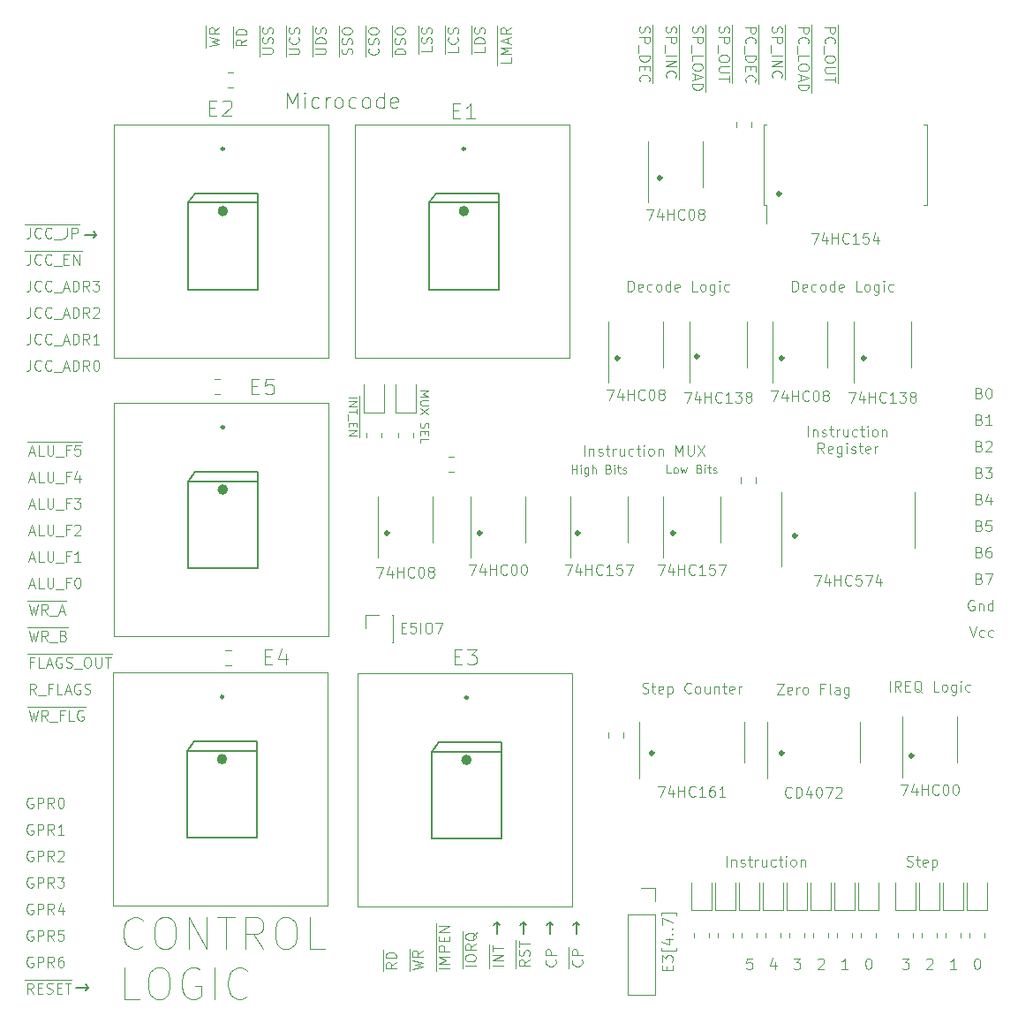
<source format=gbr>
%TF.GenerationSoftware,KiCad,Pcbnew,(6.0.0-0)*%
%TF.CreationDate,2022-02-14T22:32:37-05:00*%
%TF.ProjectId,control-unit,636f6e74-726f-46c2-9d75-6e69742e6b69,rev?*%
%TF.SameCoordinates,Original*%
%TF.FileFunction,Legend,Top*%
%TF.FilePolarity,Positive*%
%FSLAX46Y46*%
G04 Gerber Fmt 4.6, Leading zero omitted, Abs format (unit mm)*
G04 Created by KiCad (PCBNEW (6.0.0-0)) date 2022-02-14 22:32:37*
%MOMM*%
%LPD*%
G01*
G04 APERTURE LIST*
%ADD10C,0.314000*%
%ADD11C,0.150000*%
%ADD12C,0.100000*%
%ADD13C,0.120000*%
%ADD14C,0.250000*%
%ADD15C,0.500000*%
G04 APERTURE END LIST*
D10*
X171353000Y-129540000D02*
G75*
G03*
X171353000Y-129540000I-157000J0D01*
G01*
X158907000Y-129286000D02*
G75*
G03*
X158907000Y-129286000I-157000J0D01*
G01*
X146461000Y-129286000D02*
G75*
G03*
X146461000Y-129286000I-157000J0D01*
G01*
X160177000Y-108458000D02*
G75*
G03*
X160177000Y-108458000I-157000J0D01*
G01*
X148493000Y-108204000D02*
G75*
G03*
X148493000Y-108204000I-157000J0D01*
G01*
X139349000Y-108204000D02*
G75*
G03*
X139349000Y-108204000I-157000J0D01*
G01*
X129951000Y-108204000D02*
G75*
G03*
X129951000Y-108204000I-157000J0D01*
G01*
X121061000Y-108204000D02*
G75*
G03*
X121061000Y-108204000I-157000J0D01*
G01*
X166781000Y-91440000D02*
G75*
G03*
X166781000Y-91440000I-157000J0D01*
G01*
X158907000Y-91440000D02*
G75*
G03*
X158907000Y-91440000I-157000J0D01*
G01*
X150779000Y-91270000D02*
G75*
G03*
X150779000Y-91270000I-157000J0D01*
G01*
X143159000Y-91440000D02*
G75*
G03*
X143159000Y-91440000I-157000J0D01*
G01*
X147223000Y-74168000D02*
G75*
G03*
X147223000Y-74168000I-157000J0D01*
G01*
X158653000Y-75692000D02*
G75*
G03*
X158653000Y-75692000I-157000J0D01*
G01*
D11*
X139045142Y-146621428D02*
X139045142Y-145478571D01*
X139330857Y-145764285D02*
X139045142Y-145478571D01*
X138759428Y-145764285D01*
X136505142Y-146621428D02*
X136505142Y-145478571D01*
X136790857Y-145764285D02*
X136505142Y-145478571D01*
X136219428Y-145764285D01*
X133965142Y-146621428D02*
X133965142Y-145478571D01*
X134250857Y-145764285D02*
X133965142Y-145478571D01*
X133679428Y-145764285D01*
X131425142Y-146621428D02*
X131425142Y-145478571D01*
X131710857Y-145764285D02*
X131425142Y-145478571D01*
X131139428Y-145764285D01*
X91884571Y-79609142D02*
X93027428Y-79609142D01*
X92741714Y-79894857D02*
X93027428Y-79609142D01*
X92741714Y-79323428D01*
X91084476Y-151752285D02*
X92303523Y-151752285D01*
X91998761Y-152057047D02*
X92303523Y-151752285D01*
X91998761Y-151447523D01*
D12*
X127361285Y-120034857D02*
X127861285Y-120034857D01*
X128075571Y-120820571D02*
X127361285Y-120820571D01*
X127361285Y-119320571D01*
X128075571Y-119320571D01*
X128575571Y-119320571D02*
X129504142Y-119320571D01*
X129004142Y-119892000D01*
X129218428Y-119892000D01*
X129361285Y-119963428D01*
X129432714Y-120034857D01*
X129504142Y-120177714D01*
X129504142Y-120534857D01*
X129432714Y-120677714D01*
X129361285Y-120749142D01*
X129218428Y-120820571D01*
X128789857Y-120820571D01*
X128647000Y-120749142D01*
X128575571Y-120677714D01*
X109200285Y-120034857D02*
X109700285Y-120034857D01*
X109914571Y-120820571D02*
X109200285Y-120820571D01*
X109200285Y-119320571D01*
X109914571Y-119320571D01*
X111200285Y-119820571D02*
X111200285Y-120820571D01*
X110843142Y-119249142D02*
X110486000Y-120320571D01*
X111414571Y-120320571D01*
X107930285Y-94126857D02*
X108430285Y-94126857D01*
X108644571Y-94912571D02*
X107930285Y-94912571D01*
X107930285Y-93412571D01*
X108644571Y-93412571D01*
X110001714Y-93412571D02*
X109287428Y-93412571D01*
X109216000Y-94126857D01*
X109287428Y-94055428D01*
X109430285Y-93984000D01*
X109787428Y-93984000D01*
X109930285Y-94055428D01*
X110001714Y-94126857D01*
X110073142Y-94269714D01*
X110073142Y-94626857D01*
X110001714Y-94769714D01*
X109930285Y-94841142D01*
X109787428Y-94912571D01*
X109430285Y-94912571D01*
X109287428Y-94841142D01*
X109216000Y-94769714D01*
X103866285Y-67456857D02*
X104366285Y-67456857D01*
X104580571Y-68242571D02*
X103866285Y-68242571D01*
X103866285Y-66742571D01*
X104580571Y-66742571D01*
X105152000Y-66885428D02*
X105223428Y-66814000D01*
X105366285Y-66742571D01*
X105723428Y-66742571D01*
X105866285Y-66814000D01*
X105937714Y-66885428D01*
X106009142Y-67028285D01*
X106009142Y-67171142D01*
X105937714Y-67385428D01*
X105080571Y-68242571D01*
X106009142Y-68242571D01*
X127234285Y-67710857D02*
X127734285Y-67710857D01*
X127948571Y-68496571D02*
X127234285Y-68496571D01*
X127234285Y-66996571D01*
X127948571Y-66996571D01*
X129377142Y-68496571D02*
X128520000Y-68496571D01*
X128948571Y-68496571D02*
X128948571Y-66996571D01*
X128805714Y-67210857D01*
X128662857Y-67353714D01*
X128520000Y-67425142D01*
X153464095Y-140152380D02*
X153464095Y-139152380D01*
X153940285Y-139485714D02*
X153940285Y-140152380D01*
X153940285Y-139580952D02*
X153987904Y-139533333D01*
X154083142Y-139485714D01*
X154226000Y-139485714D01*
X154321238Y-139533333D01*
X154368857Y-139628571D01*
X154368857Y-140152380D01*
X154797428Y-140104761D02*
X154892666Y-140152380D01*
X155083142Y-140152380D01*
X155178380Y-140104761D01*
X155226000Y-140009523D01*
X155226000Y-139961904D01*
X155178380Y-139866666D01*
X155083142Y-139819047D01*
X154940285Y-139819047D01*
X154845047Y-139771428D01*
X154797428Y-139676190D01*
X154797428Y-139628571D01*
X154845047Y-139533333D01*
X154940285Y-139485714D01*
X155083142Y-139485714D01*
X155178380Y-139533333D01*
X155511714Y-139485714D02*
X155892666Y-139485714D01*
X155654571Y-139152380D02*
X155654571Y-140009523D01*
X155702190Y-140104761D01*
X155797428Y-140152380D01*
X155892666Y-140152380D01*
X156226000Y-140152380D02*
X156226000Y-139485714D01*
X156226000Y-139676190D02*
X156273619Y-139580952D01*
X156321238Y-139533333D01*
X156416476Y-139485714D01*
X156511714Y-139485714D01*
X157273619Y-139485714D02*
X157273619Y-140152380D01*
X156845047Y-139485714D02*
X156845047Y-140009523D01*
X156892666Y-140104761D01*
X156987904Y-140152380D01*
X157130761Y-140152380D01*
X157226000Y-140104761D01*
X157273619Y-140057142D01*
X158178380Y-140104761D02*
X158083142Y-140152380D01*
X157892666Y-140152380D01*
X157797428Y-140104761D01*
X157749809Y-140057142D01*
X157702190Y-139961904D01*
X157702190Y-139676190D01*
X157749809Y-139580952D01*
X157797428Y-139533333D01*
X157892666Y-139485714D01*
X158083142Y-139485714D01*
X158178380Y-139533333D01*
X158464095Y-139485714D02*
X158845047Y-139485714D01*
X158606952Y-139152380D02*
X158606952Y-140009523D01*
X158654571Y-140104761D01*
X158749809Y-140152380D01*
X158845047Y-140152380D01*
X159178380Y-140152380D02*
X159178380Y-139485714D01*
X159178380Y-139152380D02*
X159130761Y-139200000D01*
X159178380Y-139247619D01*
X159226000Y-139200000D01*
X159178380Y-139152380D01*
X159178380Y-139247619D01*
X159797428Y-140152380D02*
X159702190Y-140104761D01*
X159654571Y-140057142D01*
X159606952Y-139961904D01*
X159606952Y-139676190D01*
X159654571Y-139580952D01*
X159702190Y-139533333D01*
X159797428Y-139485714D01*
X159940285Y-139485714D01*
X160035523Y-139533333D01*
X160083142Y-139580952D01*
X160130761Y-139676190D01*
X160130761Y-139961904D01*
X160083142Y-140057142D01*
X160035523Y-140104761D01*
X159940285Y-140152380D01*
X159797428Y-140152380D01*
X160559333Y-139485714D02*
X160559333Y-140152380D01*
X160559333Y-139580952D02*
X160606952Y-139533333D01*
X160702190Y-139485714D01*
X160845047Y-139485714D01*
X160940285Y-139533333D01*
X160987904Y-139628571D01*
X160987904Y-140152380D01*
X147756571Y-150105714D02*
X147756571Y-149772380D01*
X148280380Y-149629523D02*
X148280380Y-150105714D01*
X147280380Y-150105714D01*
X147280380Y-149629523D01*
X147280380Y-149296190D02*
X147280380Y-148677142D01*
X147661333Y-149010476D01*
X147661333Y-148867619D01*
X147708952Y-148772380D01*
X147756571Y-148724761D01*
X147851809Y-148677142D01*
X148089904Y-148677142D01*
X148185142Y-148724761D01*
X148232761Y-148772380D01*
X148280380Y-148867619D01*
X148280380Y-149153333D01*
X148232761Y-149248571D01*
X148185142Y-149296190D01*
X148613714Y-147962857D02*
X148613714Y-148200952D01*
X147185142Y-148200952D01*
X147185142Y-147962857D01*
X147613714Y-147153333D02*
X148280380Y-147153333D01*
X147232761Y-147391428D02*
X147947047Y-147629523D01*
X147947047Y-147010476D01*
X148185142Y-146629523D02*
X148232761Y-146581904D01*
X148280380Y-146629523D01*
X148232761Y-146677142D01*
X148185142Y-146629523D01*
X148280380Y-146629523D01*
X148185142Y-146153333D02*
X148232761Y-146105714D01*
X148280380Y-146153333D01*
X148232761Y-146200952D01*
X148185142Y-146153333D01*
X148280380Y-146153333D01*
X147280380Y-145772380D02*
X147280380Y-145105714D01*
X148280380Y-145534285D01*
X148613714Y-144820000D02*
X148613714Y-144581904D01*
X147185142Y-144581904D01*
X147185142Y-144820000D01*
X122277428Y-117276571D02*
X122610761Y-117276571D01*
X122753619Y-117800380D02*
X122277428Y-117800380D01*
X122277428Y-116800380D01*
X122753619Y-116800380D01*
X123658380Y-116800380D02*
X123182190Y-116800380D01*
X123134571Y-117276571D01*
X123182190Y-117228952D01*
X123277428Y-117181333D01*
X123515523Y-117181333D01*
X123610761Y-117228952D01*
X123658380Y-117276571D01*
X123706000Y-117371809D01*
X123706000Y-117609904D01*
X123658380Y-117705142D01*
X123610761Y-117752761D01*
X123515523Y-117800380D01*
X123277428Y-117800380D01*
X123182190Y-117752761D01*
X123134571Y-117705142D01*
X124134571Y-117800380D02*
X124134571Y-116800380D01*
X124801238Y-116800380D02*
X124991714Y-116800380D01*
X125086952Y-116848000D01*
X125182190Y-116943238D01*
X125229809Y-117133714D01*
X125229809Y-117467047D01*
X125182190Y-117657523D01*
X125086952Y-117752761D01*
X124991714Y-117800380D01*
X124801238Y-117800380D01*
X124706000Y-117752761D01*
X124610761Y-117657523D01*
X124563142Y-117467047D01*
X124563142Y-117133714D01*
X124610761Y-116943238D01*
X124706000Y-116848000D01*
X124801238Y-116800380D01*
X125563142Y-116800380D02*
X126229809Y-116800380D01*
X125801238Y-117800380D01*
X177700047Y-112560571D02*
X177842904Y-112608190D01*
X177890523Y-112655809D01*
X177938142Y-112751047D01*
X177938142Y-112893904D01*
X177890523Y-112989142D01*
X177842904Y-113036761D01*
X177747666Y-113084380D01*
X177366714Y-113084380D01*
X177366714Y-112084380D01*
X177700047Y-112084380D01*
X177795285Y-112132000D01*
X177842904Y-112179619D01*
X177890523Y-112274857D01*
X177890523Y-112370095D01*
X177842904Y-112465333D01*
X177795285Y-112512952D01*
X177700047Y-112560571D01*
X177366714Y-112560571D01*
X178271476Y-112084380D02*
X178938142Y-112084380D01*
X178509571Y-113084380D01*
X139827714Y-100782380D02*
X139827714Y-99782380D01*
X140303904Y-100115714D02*
X140303904Y-100782380D01*
X140303904Y-100210952D02*
X140351523Y-100163333D01*
X140446761Y-100115714D01*
X140589619Y-100115714D01*
X140684857Y-100163333D01*
X140732476Y-100258571D01*
X140732476Y-100782380D01*
X141161047Y-100734761D02*
X141256285Y-100782380D01*
X141446761Y-100782380D01*
X141542000Y-100734761D01*
X141589619Y-100639523D01*
X141589619Y-100591904D01*
X141542000Y-100496666D01*
X141446761Y-100449047D01*
X141303904Y-100449047D01*
X141208666Y-100401428D01*
X141161047Y-100306190D01*
X141161047Y-100258571D01*
X141208666Y-100163333D01*
X141303904Y-100115714D01*
X141446761Y-100115714D01*
X141542000Y-100163333D01*
X141875333Y-100115714D02*
X142256285Y-100115714D01*
X142018190Y-99782380D02*
X142018190Y-100639523D01*
X142065809Y-100734761D01*
X142161047Y-100782380D01*
X142256285Y-100782380D01*
X142589619Y-100782380D02*
X142589619Y-100115714D01*
X142589619Y-100306190D02*
X142637238Y-100210952D01*
X142684857Y-100163333D01*
X142780095Y-100115714D01*
X142875333Y-100115714D01*
X143637238Y-100115714D02*
X143637238Y-100782380D01*
X143208666Y-100115714D02*
X143208666Y-100639523D01*
X143256285Y-100734761D01*
X143351523Y-100782380D01*
X143494380Y-100782380D01*
X143589619Y-100734761D01*
X143637238Y-100687142D01*
X144542000Y-100734761D02*
X144446761Y-100782380D01*
X144256285Y-100782380D01*
X144161047Y-100734761D01*
X144113428Y-100687142D01*
X144065809Y-100591904D01*
X144065809Y-100306190D01*
X144113428Y-100210952D01*
X144161047Y-100163333D01*
X144256285Y-100115714D01*
X144446761Y-100115714D01*
X144542000Y-100163333D01*
X144827714Y-100115714D02*
X145208666Y-100115714D01*
X144970571Y-99782380D02*
X144970571Y-100639523D01*
X145018190Y-100734761D01*
X145113428Y-100782380D01*
X145208666Y-100782380D01*
X145542000Y-100782380D02*
X145542000Y-100115714D01*
X145542000Y-99782380D02*
X145494380Y-99830000D01*
X145542000Y-99877619D01*
X145589619Y-99830000D01*
X145542000Y-99782380D01*
X145542000Y-99877619D01*
X146161047Y-100782380D02*
X146065809Y-100734761D01*
X146018190Y-100687142D01*
X145970571Y-100591904D01*
X145970571Y-100306190D01*
X146018190Y-100210952D01*
X146065809Y-100163333D01*
X146161047Y-100115714D01*
X146303904Y-100115714D01*
X146399142Y-100163333D01*
X146446761Y-100210952D01*
X146494380Y-100306190D01*
X146494380Y-100591904D01*
X146446761Y-100687142D01*
X146399142Y-100734761D01*
X146303904Y-100782380D01*
X146161047Y-100782380D01*
X146922952Y-100115714D02*
X146922952Y-100782380D01*
X146922952Y-100210952D02*
X146970571Y-100163333D01*
X147065809Y-100115714D01*
X147208666Y-100115714D01*
X147303904Y-100163333D01*
X147351523Y-100258571D01*
X147351523Y-100782380D01*
X148589619Y-100782380D02*
X148589619Y-99782380D01*
X148922952Y-100496666D01*
X149256285Y-99782380D01*
X149256285Y-100782380D01*
X149732476Y-99782380D02*
X149732476Y-100591904D01*
X149780095Y-100687142D01*
X149827714Y-100734761D01*
X149922952Y-100782380D01*
X150113428Y-100782380D01*
X150208666Y-100734761D01*
X150256285Y-100687142D01*
X150303904Y-100591904D01*
X150303904Y-99782380D01*
X150684857Y-99782380D02*
X151351523Y-100782380D01*
X151351523Y-99782380D02*
X150684857Y-100782380D01*
X123914000Y-62282285D02*
X123914000Y-61472761D01*
X125196380Y-61568000D02*
X125196380Y-62044190D01*
X124196380Y-62044190D01*
X123914000Y-61472761D02*
X123914000Y-60520380D01*
X125148761Y-61282285D02*
X125196380Y-61139428D01*
X125196380Y-60901333D01*
X125148761Y-60806095D01*
X125101142Y-60758476D01*
X125005904Y-60710857D01*
X124910666Y-60710857D01*
X124815428Y-60758476D01*
X124767809Y-60806095D01*
X124720190Y-60901333D01*
X124672571Y-61091809D01*
X124624952Y-61187047D01*
X124577333Y-61234666D01*
X124482095Y-61282285D01*
X124386857Y-61282285D01*
X124291619Y-61234666D01*
X124244000Y-61187047D01*
X124196380Y-61091809D01*
X124196380Y-60853714D01*
X124244000Y-60710857D01*
X123914000Y-60520380D02*
X123914000Y-59568000D01*
X125148761Y-60329904D02*
X125196380Y-60187047D01*
X125196380Y-59948952D01*
X125148761Y-59853714D01*
X125101142Y-59806095D01*
X125005904Y-59758476D01*
X124910666Y-59758476D01*
X124815428Y-59806095D01*
X124767809Y-59853714D01*
X124720190Y-59948952D01*
X124672571Y-60139428D01*
X124624952Y-60234666D01*
X124577333Y-60282285D01*
X124482095Y-60329904D01*
X124386857Y-60329904D01*
X124291619Y-60282285D01*
X124244000Y-60234666D01*
X124196380Y-60139428D01*
X124196380Y-59901333D01*
X124244000Y-59758476D01*
X86425000Y-124900000D02*
X87567857Y-124900000D01*
X86567857Y-125182380D02*
X86805952Y-126182380D01*
X86996428Y-125468095D01*
X87186904Y-126182380D01*
X87425000Y-125182380D01*
X87567857Y-124900000D02*
X88567857Y-124900000D01*
X88377380Y-126182380D02*
X88044047Y-125706190D01*
X87805952Y-126182380D02*
X87805952Y-125182380D01*
X88186904Y-125182380D01*
X88282142Y-125230000D01*
X88329761Y-125277619D01*
X88377380Y-125372857D01*
X88377380Y-125515714D01*
X88329761Y-125610952D01*
X88282142Y-125658571D01*
X88186904Y-125706190D01*
X87805952Y-125706190D01*
X88567857Y-124900000D02*
X89329761Y-124900000D01*
X88567857Y-126277619D02*
X89329761Y-126277619D01*
X89329761Y-124900000D02*
X90186904Y-124900000D01*
X89901190Y-125658571D02*
X89567857Y-125658571D01*
X89567857Y-126182380D02*
X89567857Y-125182380D01*
X90044047Y-125182380D01*
X90186904Y-124900000D02*
X90996428Y-124900000D01*
X90901190Y-126182380D02*
X90425000Y-126182380D01*
X90425000Y-125182380D01*
X90996428Y-124900000D02*
X91996428Y-124900000D01*
X91758333Y-125230000D02*
X91663095Y-125182380D01*
X91520238Y-125182380D01*
X91377380Y-125230000D01*
X91282142Y-125325238D01*
X91234523Y-125420476D01*
X91186904Y-125610952D01*
X91186904Y-125753809D01*
X91234523Y-125944285D01*
X91282142Y-126039523D01*
X91377380Y-126134761D01*
X91520238Y-126182380D01*
X91615476Y-126182380D01*
X91758333Y-126134761D01*
X91805952Y-126087142D01*
X91805952Y-125753809D01*
X91615476Y-125753809D01*
X131504000Y-63377523D02*
X131504000Y-62568000D01*
X132786380Y-62663238D02*
X132786380Y-63139428D01*
X131786380Y-63139428D01*
X131504000Y-62568000D02*
X131504000Y-61425142D01*
X132786380Y-62329904D02*
X131786380Y-62329904D01*
X132500666Y-61996571D01*
X131786380Y-61663238D01*
X132786380Y-61663238D01*
X131504000Y-61425142D02*
X131504000Y-60568000D01*
X132500666Y-61234666D02*
X132500666Y-60758476D01*
X132786380Y-61329904D02*
X131786380Y-60996571D01*
X132786380Y-60663238D01*
X131504000Y-60568000D02*
X131504000Y-59568000D01*
X132786380Y-59758476D02*
X132310190Y-60091809D01*
X132786380Y-60329904D02*
X131786380Y-60329904D01*
X131786380Y-59948952D01*
X131834000Y-59853714D01*
X131881619Y-59806095D01*
X131976857Y-59758476D01*
X132119714Y-59758476D01*
X132214952Y-59806095D01*
X132262571Y-59853714D01*
X132310190Y-59948952D01*
X132310190Y-60329904D01*
X118834000Y-62568000D02*
X118834000Y-61568000D01*
X120021142Y-61758476D02*
X120068761Y-61806095D01*
X120116380Y-61948952D01*
X120116380Y-62044190D01*
X120068761Y-62187047D01*
X119973523Y-62282285D01*
X119878285Y-62329904D01*
X119687809Y-62377523D01*
X119544952Y-62377523D01*
X119354476Y-62329904D01*
X119259238Y-62282285D01*
X119164000Y-62187047D01*
X119116380Y-62044190D01*
X119116380Y-61948952D01*
X119164000Y-61806095D01*
X119211619Y-61758476D01*
X118834000Y-61568000D02*
X118834000Y-60615619D01*
X120068761Y-61377523D02*
X120116380Y-61234666D01*
X120116380Y-60996571D01*
X120068761Y-60901333D01*
X120021142Y-60853714D01*
X119925904Y-60806095D01*
X119830666Y-60806095D01*
X119735428Y-60853714D01*
X119687809Y-60901333D01*
X119640190Y-60996571D01*
X119592571Y-61187047D01*
X119544952Y-61282285D01*
X119497333Y-61329904D01*
X119402095Y-61377523D01*
X119306857Y-61377523D01*
X119211619Y-61329904D01*
X119164000Y-61282285D01*
X119116380Y-61187047D01*
X119116380Y-60948952D01*
X119164000Y-60806095D01*
X118834000Y-60615619D02*
X118834000Y-59568000D01*
X119116380Y-60187047D02*
X119116380Y-59996571D01*
X119164000Y-59901333D01*
X119259238Y-59806095D01*
X119449714Y-59758476D01*
X119783047Y-59758476D01*
X119973523Y-59806095D01*
X120068761Y-59901333D01*
X120116380Y-59996571D01*
X120116380Y-60187047D01*
X120068761Y-60282285D01*
X119973523Y-60377523D01*
X119783047Y-60425142D01*
X119449714Y-60425142D01*
X119259238Y-60377523D01*
X119164000Y-60282285D01*
X119116380Y-60187047D01*
X86932904Y-143772000D02*
X86837666Y-143724380D01*
X86694809Y-143724380D01*
X86551952Y-143772000D01*
X86456714Y-143867238D01*
X86409095Y-143962476D01*
X86361476Y-144152952D01*
X86361476Y-144295809D01*
X86409095Y-144486285D01*
X86456714Y-144581523D01*
X86551952Y-144676761D01*
X86694809Y-144724380D01*
X86790047Y-144724380D01*
X86932904Y-144676761D01*
X86980523Y-144629142D01*
X86980523Y-144295809D01*
X86790047Y-144295809D01*
X87409095Y-144724380D02*
X87409095Y-143724380D01*
X87790047Y-143724380D01*
X87885285Y-143772000D01*
X87932904Y-143819619D01*
X87980523Y-143914857D01*
X87980523Y-144057714D01*
X87932904Y-144152952D01*
X87885285Y-144200571D01*
X87790047Y-144248190D01*
X87409095Y-144248190D01*
X88980523Y-144724380D02*
X88647190Y-144248190D01*
X88409095Y-144724380D02*
X88409095Y-143724380D01*
X88790047Y-143724380D01*
X88885285Y-143772000D01*
X88932904Y-143819619D01*
X88980523Y-143914857D01*
X88980523Y-144057714D01*
X88932904Y-144152952D01*
X88885285Y-144200571D01*
X88790047Y-144248190D01*
X88409095Y-144248190D01*
X89837666Y-144057714D02*
X89837666Y-144724380D01*
X89599571Y-143676761D02*
X89361476Y-144391047D01*
X89980523Y-144391047D01*
X130742000Y-149907000D02*
X130742000Y-149430809D01*
X132024380Y-149668904D02*
X131024380Y-149668904D01*
X130742000Y-149430809D02*
X130742000Y-148383190D01*
X132024380Y-149192714D02*
X131024380Y-149192714D01*
X132024380Y-148621285D01*
X131024380Y-148621285D01*
X130742000Y-148383190D02*
X130742000Y-147621285D01*
X131024380Y-148287952D02*
X131024380Y-147716523D01*
X132024380Y-148002238D02*
X131024380Y-148002238D01*
X87234523Y-123642380D02*
X86901190Y-123166190D01*
X86663095Y-123642380D02*
X86663095Y-122642380D01*
X87044047Y-122642380D01*
X87139285Y-122690000D01*
X87186904Y-122737619D01*
X87234523Y-122832857D01*
X87234523Y-122975714D01*
X87186904Y-123070952D01*
X87139285Y-123118571D01*
X87044047Y-123166190D01*
X86663095Y-123166190D01*
X87425000Y-123737619D02*
X88186904Y-123737619D01*
X88758333Y-123118571D02*
X88425000Y-123118571D01*
X88425000Y-123642380D02*
X88425000Y-122642380D01*
X88901190Y-122642380D01*
X89758333Y-123642380D02*
X89282142Y-123642380D01*
X89282142Y-122642380D01*
X90044047Y-123356666D02*
X90520238Y-123356666D01*
X89948809Y-123642380D02*
X90282142Y-122642380D01*
X90615476Y-123642380D01*
X91472619Y-122690000D02*
X91377380Y-122642380D01*
X91234523Y-122642380D01*
X91091666Y-122690000D01*
X90996428Y-122785238D01*
X90948809Y-122880476D01*
X90901190Y-123070952D01*
X90901190Y-123213809D01*
X90948809Y-123404285D01*
X90996428Y-123499523D01*
X91091666Y-123594761D01*
X91234523Y-123642380D01*
X91329761Y-123642380D01*
X91472619Y-123594761D01*
X91520238Y-123547142D01*
X91520238Y-123213809D01*
X91329761Y-123213809D01*
X91901190Y-123594761D02*
X92044047Y-123642380D01*
X92282142Y-123642380D01*
X92377380Y-123594761D01*
X92425000Y-123547142D01*
X92472619Y-123451904D01*
X92472619Y-123356666D01*
X92425000Y-123261428D01*
X92377380Y-123213809D01*
X92282142Y-123166190D01*
X92091666Y-123118571D01*
X91996428Y-123070952D01*
X91948809Y-123023333D01*
X91901190Y-122928095D01*
X91901190Y-122832857D01*
X91948809Y-122737619D01*
X91996428Y-122690000D01*
X92091666Y-122642380D01*
X92329761Y-122642380D01*
X92472619Y-122690000D01*
X116294000Y-62520380D02*
X116294000Y-61568000D01*
X117528761Y-62329904D02*
X117576380Y-62187047D01*
X117576380Y-61948952D01*
X117528761Y-61853714D01*
X117481142Y-61806095D01*
X117385904Y-61758476D01*
X117290666Y-61758476D01*
X117195428Y-61806095D01*
X117147809Y-61853714D01*
X117100190Y-61948952D01*
X117052571Y-62139428D01*
X117004952Y-62234666D01*
X116957333Y-62282285D01*
X116862095Y-62329904D01*
X116766857Y-62329904D01*
X116671619Y-62282285D01*
X116624000Y-62234666D01*
X116576380Y-62139428D01*
X116576380Y-61901333D01*
X116624000Y-61758476D01*
X116294000Y-61568000D02*
X116294000Y-60615619D01*
X117528761Y-61377523D02*
X117576380Y-61234666D01*
X117576380Y-60996571D01*
X117528761Y-60901333D01*
X117481142Y-60853714D01*
X117385904Y-60806095D01*
X117290666Y-60806095D01*
X117195428Y-60853714D01*
X117147809Y-60901333D01*
X117100190Y-60996571D01*
X117052571Y-61187047D01*
X117004952Y-61282285D01*
X116957333Y-61329904D01*
X116862095Y-61377523D01*
X116766857Y-61377523D01*
X116671619Y-61329904D01*
X116624000Y-61282285D01*
X116576380Y-61187047D01*
X116576380Y-60948952D01*
X116624000Y-60806095D01*
X116294000Y-60615619D02*
X116294000Y-59568000D01*
X116576380Y-60187047D02*
X116576380Y-59996571D01*
X116624000Y-59901333D01*
X116719238Y-59806095D01*
X116909714Y-59758476D01*
X117243047Y-59758476D01*
X117433523Y-59806095D01*
X117528761Y-59901333D01*
X117576380Y-59996571D01*
X117576380Y-60187047D01*
X117528761Y-60282285D01*
X117433523Y-60377523D01*
X117243047Y-60425142D01*
X116909714Y-60425142D01*
X116719238Y-60377523D01*
X116624000Y-60282285D01*
X116576380Y-60187047D01*
X86615476Y-113196666D02*
X87091666Y-113196666D01*
X86520238Y-113482380D02*
X86853571Y-112482380D01*
X87186904Y-113482380D01*
X87996428Y-113482380D02*
X87520238Y-113482380D01*
X87520238Y-112482380D01*
X88329761Y-112482380D02*
X88329761Y-113291904D01*
X88377380Y-113387142D01*
X88425000Y-113434761D01*
X88520238Y-113482380D01*
X88710714Y-113482380D01*
X88805952Y-113434761D01*
X88853571Y-113387142D01*
X88901190Y-113291904D01*
X88901190Y-112482380D01*
X89139285Y-113577619D02*
X89901190Y-113577619D01*
X90472619Y-112958571D02*
X90139285Y-112958571D01*
X90139285Y-113482380D02*
X90139285Y-112482380D01*
X90615476Y-112482380D01*
X91186904Y-112482380D02*
X91282142Y-112482380D01*
X91377380Y-112530000D01*
X91425000Y-112577619D01*
X91472619Y-112672857D01*
X91520238Y-112863333D01*
X91520238Y-113101428D01*
X91472619Y-113291904D01*
X91425000Y-113387142D01*
X91377380Y-113434761D01*
X91282142Y-113482380D01*
X91186904Y-113482380D01*
X91091666Y-113434761D01*
X91044047Y-113387142D01*
X90996428Y-113291904D01*
X90948809Y-113101428D01*
X90948809Y-112863333D01*
X90996428Y-112672857D01*
X91044047Y-112577619D01*
X91091666Y-112530000D01*
X91186904Y-112482380D01*
X175497865Y-149979880D02*
X174926436Y-149979880D01*
X175212151Y-149979880D02*
X175212151Y-148979880D01*
X175116912Y-149122738D01*
X175021674Y-149217976D01*
X174926436Y-149265595D01*
X86171000Y-78672000D02*
X86932904Y-78672000D01*
X86694809Y-78954380D02*
X86694809Y-79668666D01*
X86647190Y-79811523D01*
X86551952Y-79906761D01*
X86409095Y-79954380D01*
X86313857Y-79954380D01*
X86932904Y-78672000D02*
X87932904Y-78672000D01*
X87742428Y-79859142D02*
X87694809Y-79906761D01*
X87551952Y-79954380D01*
X87456714Y-79954380D01*
X87313857Y-79906761D01*
X87218619Y-79811523D01*
X87171000Y-79716285D01*
X87123380Y-79525809D01*
X87123380Y-79382952D01*
X87171000Y-79192476D01*
X87218619Y-79097238D01*
X87313857Y-79002000D01*
X87456714Y-78954380D01*
X87551952Y-78954380D01*
X87694809Y-79002000D01*
X87742428Y-79049619D01*
X87932904Y-78672000D02*
X88932904Y-78672000D01*
X88742428Y-79859142D02*
X88694809Y-79906761D01*
X88551952Y-79954380D01*
X88456714Y-79954380D01*
X88313857Y-79906761D01*
X88218619Y-79811523D01*
X88171000Y-79716285D01*
X88123380Y-79525809D01*
X88123380Y-79382952D01*
X88171000Y-79192476D01*
X88218619Y-79097238D01*
X88313857Y-79002000D01*
X88456714Y-78954380D01*
X88551952Y-78954380D01*
X88694809Y-79002000D01*
X88742428Y-79049619D01*
X88932904Y-78672000D02*
X89694809Y-78672000D01*
X88932904Y-80049619D02*
X89694809Y-80049619D01*
X89694809Y-78672000D02*
X90456714Y-78672000D01*
X90218619Y-78954380D02*
X90218619Y-79668666D01*
X90171000Y-79811523D01*
X90075761Y-79906761D01*
X89932904Y-79954380D01*
X89837666Y-79954380D01*
X90456714Y-78672000D02*
X91456714Y-78672000D01*
X90694809Y-79954380D02*
X90694809Y-78954380D01*
X91075761Y-78954380D01*
X91171000Y-79002000D01*
X91218619Y-79049619D01*
X91266238Y-79144857D01*
X91266238Y-79287714D01*
X91218619Y-79382952D01*
X91171000Y-79430571D01*
X91075761Y-79478190D01*
X90694809Y-79478190D01*
X124098095Y-94589904D02*
X124898095Y-94589904D01*
X124326666Y-94856571D01*
X124898095Y-95123238D01*
X124098095Y-95123238D01*
X124898095Y-95504190D02*
X124250476Y-95504190D01*
X124174285Y-95542285D01*
X124136190Y-95580380D01*
X124098095Y-95656571D01*
X124098095Y-95808952D01*
X124136190Y-95885142D01*
X124174285Y-95923238D01*
X124250476Y-95961333D01*
X124898095Y-95961333D01*
X124898095Y-96266095D02*
X124098095Y-96799428D01*
X124898095Y-96799428D02*
X124098095Y-96266095D01*
X124136190Y-97675619D02*
X124098095Y-97789904D01*
X124098095Y-97980380D01*
X124136190Y-98056571D01*
X124174285Y-98094666D01*
X124250476Y-98132761D01*
X124326666Y-98132761D01*
X124402857Y-98094666D01*
X124440952Y-98056571D01*
X124479047Y-97980380D01*
X124517142Y-97828000D01*
X124555238Y-97751809D01*
X124593333Y-97713714D01*
X124669523Y-97675619D01*
X124745714Y-97675619D01*
X124821904Y-97713714D01*
X124860000Y-97751809D01*
X124898095Y-97828000D01*
X124898095Y-98018476D01*
X124860000Y-98132761D01*
X124517142Y-98475619D02*
X124517142Y-98742285D01*
X124098095Y-98856571D02*
X124098095Y-98475619D01*
X124898095Y-98475619D01*
X124898095Y-98856571D01*
X124098095Y-99580380D02*
X124098095Y-99199428D01*
X124898095Y-99199428D01*
X86932904Y-141232000D02*
X86837666Y-141184380D01*
X86694809Y-141184380D01*
X86551952Y-141232000D01*
X86456714Y-141327238D01*
X86409095Y-141422476D01*
X86361476Y-141612952D01*
X86361476Y-141755809D01*
X86409095Y-141946285D01*
X86456714Y-142041523D01*
X86551952Y-142136761D01*
X86694809Y-142184380D01*
X86790047Y-142184380D01*
X86932904Y-142136761D01*
X86980523Y-142089142D01*
X86980523Y-141755809D01*
X86790047Y-141755809D01*
X87409095Y-142184380D02*
X87409095Y-141184380D01*
X87790047Y-141184380D01*
X87885285Y-141232000D01*
X87932904Y-141279619D01*
X87980523Y-141374857D01*
X87980523Y-141517714D01*
X87932904Y-141612952D01*
X87885285Y-141660571D01*
X87790047Y-141708190D01*
X87409095Y-141708190D01*
X88980523Y-142184380D02*
X88647190Y-141708190D01*
X88409095Y-142184380D02*
X88409095Y-141184380D01*
X88790047Y-141184380D01*
X88885285Y-141232000D01*
X88932904Y-141279619D01*
X88980523Y-141374857D01*
X88980523Y-141517714D01*
X88932904Y-141612952D01*
X88885285Y-141660571D01*
X88790047Y-141708190D01*
X88409095Y-141708190D01*
X89313857Y-141184380D02*
X89932904Y-141184380D01*
X89599571Y-141565333D01*
X89742428Y-141565333D01*
X89837666Y-141612952D01*
X89885285Y-141660571D01*
X89932904Y-141755809D01*
X89932904Y-141993904D01*
X89885285Y-142089142D01*
X89837666Y-142136761D01*
X89742428Y-142184380D01*
X89456714Y-142184380D01*
X89361476Y-142136761D01*
X89313857Y-142089142D01*
X121374000Y-62568000D02*
X121374000Y-61568000D01*
X122656380Y-62329904D02*
X121656380Y-62329904D01*
X121656380Y-62091809D01*
X121704000Y-61948952D01*
X121799238Y-61853714D01*
X121894476Y-61806095D01*
X122084952Y-61758476D01*
X122227809Y-61758476D01*
X122418285Y-61806095D01*
X122513523Y-61853714D01*
X122608761Y-61948952D01*
X122656380Y-62091809D01*
X122656380Y-62329904D01*
X121374000Y-61568000D02*
X121374000Y-60615619D01*
X122608761Y-61377523D02*
X122656380Y-61234666D01*
X122656380Y-60996571D01*
X122608761Y-60901333D01*
X122561142Y-60853714D01*
X122465904Y-60806095D01*
X122370666Y-60806095D01*
X122275428Y-60853714D01*
X122227809Y-60901333D01*
X122180190Y-60996571D01*
X122132571Y-61187047D01*
X122084952Y-61282285D01*
X122037333Y-61329904D01*
X121942095Y-61377523D01*
X121846857Y-61377523D01*
X121751619Y-61329904D01*
X121704000Y-61282285D01*
X121656380Y-61187047D01*
X121656380Y-60948952D01*
X121704000Y-60806095D01*
X121374000Y-60615619D02*
X121374000Y-59568000D01*
X121656380Y-60187047D02*
X121656380Y-59996571D01*
X121704000Y-59901333D01*
X121799238Y-59806095D01*
X121989714Y-59758476D01*
X122323047Y-59758476D01*
X122513523Y-59806095D01*
X122608761Y-59901333D01*
X122656380Y-59996571D01*
X122656380Y-60187047D01*
X122608761Y-60282285D01*
X122513523Y-60377523D01*
X122323047Y-60425142D01*
X121989714Y-60425142D01*
X121799238Y-60377523D01*
X121704000Y-60282285D01*
X121656380Y-60187047D01*
X86932904Y-133612000D02*
X86837666Y-133564380D01*
X86694809Y-133564380D01*
X86551952Y-133612000D01*
X86456714Y-133707238D01*
X86409095Y-133802476D01*
X86361476Y-133992952D01*
X86361476Y-134135809D01*
X86409095Y-134326285D01*
X86456714Y-134421523D01*
X86551952Y-134516761D01*
X86694809Y-134564380D01*
X86790047Y-134564380D01*
X86932904Y-134516761D01*
X86980523Y-134469142D01*
X86980523Y-134135809D01*
X86790047Y-134135809D01*
X87409095Y-134564380D02*
X87409095Y-133564380D01*
X87790047Y-133564380D01*
X87885285Y-133612000D01*
X87932904Y-133659619D01*
X87980523Y-133754857D01*
X87980523Y-133897714D01*
X87932904Y-133992952D01*
X87885285Y-134040571D01*
X87790047Y-134088190D01*
X87409095Y-134088190D01*
X88980523Y-134564380D02*
X88647190Y-134088190D01*
X88409095Y-134564380D02*
X88409095Y-133564380D01*
X88790047Y-133564380D01*
X88885285Y-133612000D01*
X88932904Y-133659619D01*
X88980523Y-133754857D01*
X88980523Y-133897714D01*
X88932904Y-133992952D01*
X88885285Y-134040571D01*
X88790047Y-134088190D01*
X88409095Y-134088190D01*
X89599571Y-133564380D02*
X89694809Y-133564380D01*
X89790047Y-133612000D01*
X89837666Y-133659619D01*
X89885285Y-133754857D01*
X89932904Y-133945333D01*
X89932904Y-134183428D01*
X89885285Y-134373904D01*
X89837666Y-134469142D01*
X89790047Y-134516761D01*
X89694809Y-134564380D01*
X89599571Y-134564380D01*
X89504333Y-134516761D01*
X89456714Y-134469142D01*
X89409095Y-134373904D01*
X89361476Y-134183428D01*
X89361476Y-133945333D01*
X89409095Y-133754857D01*
X89456714Y-133659619D01*
X89504333Y-133612000D01*
X89599571Y-133564380D01*
X86615476Y-110656666D02*
X87091666Y-110656666D01*
X86520238Y-110942380D02*
X86853571Y-109942380D01*
X87186904Y-110942380D01*
X87996428Y-110942380D02*
X87520238Y-110942380D01*
X87520238Y-109942380D01*
X88329761Y-109942380D02*
X88329761Y-110751904D01*
X88377380Y-110847142D01*
X88425000Y-110894761D01*
X88520238Y-110942380D01*
X88710714Y-110942380D01*
X88805952Y-110894761D01*
X88853571Y-110847142D01*
X88901190Y-110751904D01*
X88901190Y-109942380D01*
X89139285Y-111037619D02*
X89901190Y-111037619D01*
X90472619Y-110418571D02*
X90139285Y-110418571D01*
X90139285Y-110942380D02*
X90139285Y-109942380D01*
X90615476Y-109942380D01*
X91520238Y-110942380D02*
X90948809Y-110942380D01*
X91234523Y-110942380D02*
X91234523Y-109942380D01*
X91139285Y-110085238D01*
X91044047Y-110180476D01*
X90948809Y-110228095D01*
X118266000Y-95028000D02*
X118266000Y-95408952D01*
X117240095Y-95218476D02*
X118040095Y-95218476D01*
X118266000Y-95408952D02*
X118266000Y-96247047D01*
X117240095Y-95599428D02*
X118040095Y-95599428D01*
X117240095Y-96056571D01*
X118040095Y-96056571D01*
X118266000Y-96247047D02*
X118266000Y-96856571D01*
X118040095Y-96323238D02*
X118040095Y-96780380D01*
X117240095Y-96551809D02*
X118040095Y-96551809D01*
X118266000Y-96856571D02*
X118266000Y-97466095D01*
X117163904Y-96856571D02*
X117163904Y-97466095D01*
X118266000Y-97466095D02*
X118266000Y-98189904D01*
X117659142Y-97656571D02*
X117659142Y-97923238D01*
X117240095Y-98037523D02*
X117240095Y-97656571D01*
X118040095Y-97656571D01*
X118040095Y-98037523D01*
X118266000Y-98189904D02*
X118266000Y-99028000D01*
X117240095Y-98380380D02*
X118040095Y-98380380D01*
X117240095Y-98837523D01*
X118040095Y-98837523D01*
X177178904Y-114672000D02*
X177083666Y-114624380D01*
X176940809Y-114624380D01*
X176797952Y-114672000D01*
X176702714Y-114767238D01*
X176655095Y-114862476D01*
X176607476Y-115052952D01*
X176607476Y-115195809D01*
X176655095Y-115386285D01*
X176702714Y-115481523D01*
X176797952Y-115576761D01*
X176940809Y-115624380D01*
X177036047Y-115624380D01*
X177178904Y-115576761D01*
X177226523Y-115529142D01*
X177226523Y-115195809D01*
X177036047Y-115195809D01*
X177655095Y-114957714D02*
X177655095Y-115624380D01*
X177655095Y-115052952D02*
X177702714Y-115005333D01*
X177797952Y-114957714D01*
X177940809Y-114957714D01*
X178036047Y-115005333D01*
X178083666Y-115100571D01*
X178083666Y-115624380D01*
X178988428Y-115624380D02*
X178988428Y-114624380D01*
X178988428Y-115576761D02*
X178893190Y-115624380D01*
X178702714Y-115624380D01*
X178607476Y-115576761D01*
X178559857Y-115529142D01*
X178512238Y-115433904D01*
X178512238Y-115148190D01*
X178559857Y-115052952D01*
X178607476Y-115005333D01*
X178702714Y-114957714D01*
X178893190Y-114957714D01*
X178988428Y-115005333D01*
X86425000Y-114740000D02*
X87567857Y-114740000D01*
X86567857Y-115022380D02*
X86805952Y-116022380D01*
X86996428Y-115308095D01*
X87186904Y-116022380D01*
X87425000Y-115022380D01*
X87567857Y-114740000D02*
X88567857Y-114740000D01*
X88377380Y-116022380D02*
X88044047Y-115546190D01*
X87805952Y-116022380D02*
X87805952Y-115022380D01*
X88186904Y-115022380D01*
X88282142Y-115070000D01*
X88329761Y-115117619D01*
X88377380Y-115212857D01*
X88377380Y-115355714D01*
X88329761Y-115450952D01*
X88282142Y-115498571D01*
X88186904Y-115546190D01*
X87805952Y-115546190D01*
X88567857Y-114740000D02*
X89329761Y-114740000D01*
X88567857Y-116117619D02*
X89329761Y-116117619D01*
X89329761Y-114740000D02*
X90186904Y-114740000D01*
X89520238Y-115736666D02*
X89996428Y-115736666D01*
X89425000Y-116022380D02*
X89758333Y-115022380D01*
X90091666Y-116022380D01*
X170306817Y-148979880D02*
X170925865Y-148979880D01*
X170592531Y-149360833D01*
X170735389Y-149360833D01*
X170830627Y-149408452D01*
X170878246Y-149456071D01*
X170925865Y-149551309D01*
X170925865Y-149789404D01*
X170878246Y-149884642D01*
X170830627Y-149932261D01*
X170735389Y-149979880D01*
X170449674Y-149979880D01*
X170354436Y-149932261D01*
X170306817Y-149884642D01*
X177700047Y-110020571D02*
X177842904Y-110068190D01*
X177890523Y-110115809D01*
X177938142Y-110211047D01*
X177938142Y-110353904D01*
X177890523Y-110449142D01*
X177842904Y-110496761D01*
X177747666Y-110544380D01*
X177366714Y-110544380D01*
X177366714Y-109544380D01*
X177700047Y-109544380D01*
X177795285Y-109592000D01*
X177842904Y-109639619D01*
X177890523Y-109734857D01*
X177890523Y-109830095D01*
X177842904Y-109925333D01*
X177795285Y-109972952D01*
X177700047Y-110020571D01*
X177366714Y-110020571D01*
X178795285Y-109544380D02*
X178604809Y-109544380D01*
X178509571Y-109592000D01*
X178461952Y-109639619D01*
X178366714Y-109782476D01*
X178319095Y-109972952D01*
X178319095Y-110353904D01*
X178366714Y-110449142D01*
X178414333Y-110496761D01*
X178509571Y-110544380D01*
X178700047Y-110544380D01*
X178795285Y-110496761D01*
X178842904Y-110449142D01*
X178890523Y-110353904D01*
X178890523Y-110115809D01*
X178842904Y-110020571D01*
X178795285Y-109972952D01*
X178700047Y-109925333D01*
X178509571Y-109925333D01*
X178414333Y-109972952D01*
X178366714Y-110020571D01*
X178319095Y-110115809D01*
X106144000Y-61708000D02*
X106144000Y-60708000D01*
X107426380Y-60898476D02*
X106950190Y-61231809D01*
X107426380Y-61469904D02*
X106426380Y-61469904D01*
X106426380Y-61088952D01*
X106474000Y-60993714D01*
X106521619Y-60946095D01*
X106616857Y-60898476D01*
X106759714Y-60898476D01*
X106854952Y-60946095D01*
X106902571Y-60993714D01*
X106950190Y-61088952D01*
X106950190Y-61469904D01*
X106144000Y-60708000D02*
X106144000Y-59708000D01*
X107426380Y-60469904D02*
X106426380Y-60469904D01*
X106426380Y-60231809D01*
X106474000Y-60088952D01*
X106569238Y-59993714D01*
X106664476Y-59946095D01*
X106854952Y-59898476D01*
X106997809Y-59898476D01*
X107188285Y-59946095D01*
X107283523Y-59993714D01*
X107378761Y-60088952D01*
X107426380Y-60231809D01*
X107426380Y-60469904D01*
X86425000Y-99500000D02*
X87282142Y-99500000D01*
X86615476Y-100496666D02*
X87091666Y-100496666D01*
X86520238Y-100782380D02*
X86853571Y-99782380D01*
X87186904Y-100782380D01*
X87282142Y-99500000D02*
X88091666Y-99500000D01*
X87996428Y-100782380D02*
X87520238Y-100782380D01*
X87520238Y-99782380D01*
X88091666Y-99500000D02*
X89139285Y-99500000D01*
X88329761Y-99782380D02*
X88329761Y-100591904D01*
X88377380Y-100687142D01*
X88425000Y-100734761D01*
X88520238Y-100782380D01*
X88710714Y-100782380D01*
X88805952Y-100734761D01*
X88853571Y-100687142D01*
X88901190Y-100591904D01*
X88901190Y-99782380D01*
X89139285Y-99500000D02*
X89901190Y-99500000D01*
X89139285Y-100877619D02*
X89901190Y-100877619D01*
X89901190Y-99500000D02*
X90758333Y-99500000D01*
X90472619Y-100258571D02*
X90139285Y-100258571D01*
X90139285Y-100782380D02*
X90139285Y-99782380D01*
X90615476Y-99782380D01*
X90758333Y-99500000D02*
X91710714Y-99500000D01*
X91472619Y-99782380D02*
X90996428Y-99782380D01*
X90948809Y-100258571D01*
X90996428Y-100210952D01*
X91091666Y-100163333D01*
X91329761Y-100163333D01*
X91425000Y-100210952D01*
X91472619Y-100258571D01*
X91520238Y-100353809D01*
X91520238Y-100591904D01*
X91472619Y-100687142D01*
X91425000Y-100734761D01*
X91329761Y-100782380D01*
X91091666Y-100782380D01*
X90996428Y-100734761D01*
X90948809Y-100687142D01*
X159892817Y-148979880D02*
X160511865Y-148979880D01*
X160178531Y-149360833D01*
X160321389Y-149360833D01*
X160416627Y-149408452D01*
X160464246Y-149456071D01*
X160511865Y-149551309D01*
X160511865Y-149789404D01*
X160464246Y-149884642D01*
X160416627Y-149932261D01*
X160321389Y-149979880D01*
X160035674Y-149979880D01*
X159940436Y-149932261D01*
X159892817Y-149884642D01*
X177700047Y-104940571D02*
X177842904Y-104988190D01*
X177890523Y-105035809D01*
X177938142Y-105131047D01*
X177938142Y-105273904D01*
X177890523Y-105369142D01*
X177842904Y-105416761D01*
X177747666Y-105464380D01*
X177366714Y-105464380D01*
X177366714Y-104464380D01*
X177700047Y-104464380D01*
X177795285Y-104512000D01*
X177842904Y-104559619D01*
X177890523Y-104654857D01*
X177890523Y-104750095D01*
X177842904Y-104845333D01*
X177795285Y-104892952D01*
X177700047Y-104940571D01*
X177366714Y-104940571D01*
X178795285Y-104797714D02*
X178795285Y-105464380D01*
X178557190Y-104416761D02*
X178319095Y-105131047D01*
X178938142Y-105131047D01*
X86694809Y-86574380D02*
X86694809Y-87288666D01*
X86647190Y-87431523D01*
X86551952Y-87526761D01*
X86409095Y-87574380D01*
X86313857Y-87574380D01*
X87742428Y-87479142D02*
X87694809Y-87526761D01*
X87551952Y-87574380D01*
X87456714Y-87574380D01*
X87313857Y-87526761D01*
X87218619Y-87431523D01*
X87171000Y-87336285D01*
X87123380Y-87145809D01*
X87123380Y-87002952D01*
X87171000Y-86812476D01*
X87218619Y-86717238D01*
X87313857Y-86622000D01*
X87456714Y-86574380D01*
X87551952Y-86574380D01*
X87694809Y-86622000D01*
X87742428Y-86669619D01*
X88742428Y-87479142D02*
X88694809Y-87526761D01*
X88551952Y-87574380D01*
X88456714Y-87574380D01*
X88313857Y-87526761D01*
X88218619Y-87431523D01*
X88171000Y-87336285D01*
X88123380Y-87145809D01*
X88123380Y-87002952D01*
X88171000Y-86812476D01*
X88218619Y-86717238D01*
X88313857Y-86622000D01*
X88456714Y-86574380D01*
X88551952Y-86574380D01*
X88694809Y-86622000D01*
X88742428Y-86669619D01*
X88932904Y-87669619D02*
X89694809Y-87669619D01*
X89885285Y-87288666D02*
X90361476Y-87288666D01*
X89790047Y-87574380D02*
X90123380Y-86574380D01*
X90456714Y-87574380D01*
X90790047Y-87574380D02*
X90790047Y-86574380D01*
X91028142Y-86574380D01*
X91171000Y-86622000D01*
X91266238Y-86717238D01*
X91313857Y-86812476D01*
X91361476Y-87002952D01*
X91361476Y-87145809D01*
X91313857Y-87336285D01*
X91266238Y-87431523D01*
X91171000Y-87526761D01*
X91028142Y-87574380D01*
X90790047Y-87574380D01*
X92361476Y-87574380D02*
X92028142Y-87098190D01*
X91790047Y-87574380D02*
X91790047Y-86574380D01*
X92171000Y-86574380D01*
X92266238Y-86622000D01*
X92313857Y-86669619D01*
X92361476Y-86764857D01*
X92361476Y-86907714D01*
X92313857Y-87002952D01*
X92266238Y-87050571D01*
X92171000Y-87098190D01*
X91790047Y-87098190D01*
X92742428Y-86669619D02*
X92790047Y-86622000D01*
X92885285Y-86574380D01*
X93123380Y-86574380D01*
X93218619Y-86622000D01*
X93266238Y-86669619D01*
X93313857Y-86764857D01*
X93313857Y-86860095D01*
X93266238Y-87002952D01*
X92694809Y-87574380D01*
X93313857Y-87574380D01*
X137009142Y-149097476D02*
X137056761Y-149145095D01*
X137104380Y-149287952D01*
X137104380Y-149383190D01*
X137056761Y-149526047D01*
X136961523Y-149621285D01*
X136866285Y-149668904D01*
X136675809Y-149716523D01*
X136532952Y-149716523D01*
X136342476Y-149668904D01*
X136247238Y-149621285D01*
X136152000Y-149526047D01*
X136104380Y-149383190D01*
X136104380Y-149287952D01*
X136152000Y-149145095D01*
X136199619Y-149097476D01*
X137104380Y-148668904D02*
X136104380Y-148668904D01*
X136104380Y-148287952D01*
X136152000Y-148192714D01*
X136199619Y-148145095D01*
X136294857Y-148097476D01*
X136437714Y-148097476D01*
X136532952Y-148145095D01*
X136580571Y-148192714D01*
X136628190Y-148287952D01*
X136628190Y-148668904D01*
X162226436Y-149075119D02*
X162274055Y-149027500D01*
X162369293Y-148979880D01*
X162607389Y-148979880D01*
X162702627Y-149027500D01*
X162750246Y-149075119D01*
X162797865Y-149170357D01*
X162797865Y-149265595D01*
X162750246Y-149408452D01*
X162178817Y-149979880D01*
X162797865Y-149979880D01*
X108674000Y-62520380D02*
X108674000Y-61472761D01*
X108956380Y-62282285D02*
X109765904Y-62282285D01*
X109861142Y-62234666D01*
X109908761Y-62187047D01*
X109956380Y-62091809D01*
X109956380Y-61901333D01*
X109908761Y-61806095D01*
X109861142Y-61758476D01*
X109765904Y-61710857D01*
X108956380Y-61710857D01*
X108674000Y-61472761D02*
X108674000Y-60520380D01*
X109908761Y-61282285D02*
X109956380Y-61139428D01*
X109956380Y-60901333D01*
X109908761Y-60806095D01*
X109861142Y-60758476D01*
X109765904Y-60710857D01*
X109670666Y-60710857D01*
X109575428Y-60758476D01*
X109527809Y-60806095D01*
X109480190Y-60901333D01*
X109432571Y-61091809D01*
X109384952Y-61187047D01*
X109337333Y-61234666D01*
X109242095Y-61282285D01*
X109146857Y-61282285D01*
X109051619Y-61234666D01*
X109004000Y-61187047D01*
X108956380Y-61091809D01*
X108956380Y-60853714D01*
X109004000Y-60710857D01*
X108674000Y-60520380D02*
X108674000Y-59568000D01*
X109908761Y-60329904D02*
X109956380Y-60187047D01*
X109956380Y-59948952D01*
X109908761Y-59853714D01*
X109861142Y-59806095D01*
X109765904Y-59758476D01*
X109670666Y-59758476D01*
X109575428Y-59806095D01*
X109527809Y-59853714D01*
X109480190Y-59948952D01*
X109432571Y-60139428D01*
X109384952Y-60234666D01*
X109337333Y-60282285D01*
X109242095Y-60329904D01*
X109146857Y-60329904D01*
X109051619Y-60282285D01*
X109004000Y-60234666D01*
X108956380Y-60139428D01*
X108956380Y-59901333D01*
X109004000Y-59758476D01*
X86615476Y-105576666D02*
X87091666Y-105576666D01*
X86520238Y-105862380D02*
X86853571Y-104862380D01*
X87186904Y-105862380D01*
X87996428Y-105862380D02*
X87520238Y-105862380D01*
X87520238Y-104862380D01*
X88329761Y-104862380D02*
X88329761Y-105671904D01*
X88377380Y-105767142D01*
X88425000Y-105814761D01*
X88520238Y-105862380D01*
X88710714Y-105862380D01*
X88805952Y-105814761D01*
X88853571Y-105767142D01*
X88901190Y-105671904D01*
X88901190Y-104862380D01*
X89139285Y-105957619D02*
X89901190Y-105957619D01*
X90472619Y-105338571D02*
X90139285Y-105338571D01*
X90139285Y-105862380D02*
X90139285Y-104862380D01*
X90615476Y-104862380D01*
X90901190Y-104862380D02*
X91520238Y-104862380D01*
X91186904Y-105243333D01*
X91329761Y-105243333D01*
X91425000Y-105290952D01*
X91472619Y-105338571D01*
X91520238Y-105433809D01*
X91520238Y-105671904D01*
X91472619Y-105767142D01*
X91425000Y-105814761D01*
X91329761Y-105862380D01*
X91044047Y-105862380D01*
X90948809Y-105814761D01*
X90901190Y-105767142D01*
X86425000Y-117280000D02*
X87567857Y-117280000D01*
X86567857Y-117562380D02*
X86805952Y-118562380D01*
X86996428Y-117848095D01*
X87186904Y-118562380D01*
X87425000Y-117562380D01*
X87567857Y-117280000D02*
X88567857Y-117280000D01*
X88377380Y-118562380D02*
X88044047Y-118086190D01*
X87805952Y-118562380D02*
X87805952Y-117562380D01*
X88186904Y-117562380D01*
X88282142Y-117610000D01*
X88329761Y-117657619D01*
X88377380Y-117752857D01*
X88377380Y-117895714D01*
X88329761Y-117990952D01*
X88282142Y-118038571D01*
X88186904Y-118086190D01*
X87805952Y-118086190D01*
X88567857Y-117280000D02*
X89329761Y-117280000D01*
X88567857Y-118657619D02*
X89329761Y-118657619D01*
X89329761Y-117280000D02*
X90329761Y-117280000D01*
X89901190Y-118038571D02*
X90044047Y-118086190D01*
X90091666Y-118133809D01*
X90139285Y-118229047D01*
X90139285Y-118371904D01*
X90091666Y-118467142D01*
X90044047Y-118514761D01*
X89948809Y-118562380D01*
X89567857Y-118562380D01*
X89567857Y-117562380D01*
X89901190Y-117562380D01*
X89996428Y-117610000D01*
X90044047Y-117657619D01*
X90091666Y-117752857D01*
X90091666Y-117848095D01*
X90044047Y-117943333D01*
X89996428Y-117990952D01*
X89901190Y-118038571D01*
X89567857Y-118038571D01*
X159782476Y-85034380D02*
X159782476Y-84034380D01*
X160020571Y-84034380D01*
X160163428Y-84082000D01*
X160258666Y-84177238D01*
X160306285Y-84272476D01*
X160353904Y-84462952D01*
X160353904Y-84605809D01*
X160306285Y-84796285D01*
X160258666Y-84891523D01*
X160163428Y-84986761D01*
X160020571Y-85034380D01*
X159782476Y-85034380D01*
X161163428Y-84986761D02*
X161068190Y-85034380D01*
X160877714Y-85034380D01*
X160782476Y-84986761D01*
X160734857Y-84891523D01*
X160734857Y-84510571D01*
X160782476Y-84415333D01*
X160877714Y-84367714D01*
X161068190Y-84367714D01*
X161163428Y-84415333D01*
X161211047Y-84510571D01*
X161211047Y-84605809D01*
X160734857Y-84701047D01*
X162068190Y-84986761D02*
X161972952Y-85034380D01*
X161782476Y-85034380D01*
X161687238Y-84986761D01*
X161639619Y-84939142D01*
X161592000Y-84843904D01*
X161592000Y-84558190D01*
X161639619Y-84462952D01*
X161687238Y-84415333D01*
X161782476Y-84367714D01*
X161972952Y-84367714D01*
X162068190Y-84415333D01*
X162639619Y-85034380D02*
X162544380Y-84986761D01*
X162496761Y-84939142D01*
X162449142Y-84843904D01*
X162449142Y-84558190D01*
X162496761Y-84462952D01*
X162544380Y-84415333D01*
X162639619Y-84367714D01*
X162782476Y-84367714D01*
X162877714Y-84415333D01*
X162925333Y-84462952D01*
X162972952Y-84558190D01*
X162972952Y-84843904D01*
X162925333Y-84939142D01*
X162877714Y-84986761D01*
X162782476Y-85034380D01*
X162639619Y-85034380D01*
X163830095Y-85034380D02*
X163830095Y-84034380D01*
X163830095Y-84986761D02*
X163734857Y-85034380D01*
X163544380Y-85034380D01*
X163449142Y-84986761D01*
X163401523Y-84939142D01*
X163353904Y-84843904D01*
X163353904Y-84558190D01*
X163401523Y-84462952D01*
X163449142Y-84415333D01*
X163544380Y-84367714D01*
X163734857Y-84367714D01*
X163830095Y-84415333D01*
X164687238Y-84986761D02*
X164592000Y-85034380D01*
X164401523Y-85034380D01*
X164306285Y-84986761D01*
X164258666Y-84891523D01*
X164258666Y-84510571D01*
X164306285Y-84415333D01*
X164401523Y-84367714D01*
X164592000Y-84367714D01*
X164687238Y-84415333D01*
X164734857Y-84510571D01*
X164734857Y-84605809D01*
X164258666Y-84701047D01*
X166401523Y-85034380D02*
X165925333Y-85034380D01*
X165925333Y-84034380D01*
X166877714Y-85034380D02*
X166782476Y-84986761D01*
X166734857Y-84939142D01*
X166687238Y-84843904D01*
X166687238Y-84558190D01*
X166734857Y-84462952D01*
X166782476Y-84415333D01*
X166877714Y-84367714D01*
X167020571Y-84367714D01*
X167115809Y-84415333D01*
X167163428Y-84462952D01*
X167211047Y-84558190D01*
X167211047Y-84843904D01*
X167163428Y-84939142D01*
X167115809Y-84986761D01*
X167020571Y-85034380D01*
X166877714Y-85034380D01*
X168068190Y-84367714D02*
X168068190Y-85177238D01*
X168020571Y-85272476D01*
X167972952Y-85320095D01*
X167877714Y-85367714D01*
X167734857Y-85367714D01*
X167639619Y-85320095D01*
X168068190Y-84986761D02*
X167972952Y-85034380D01*
X167782476Y-85034380D01*
X167687238Y-84986761D01*
X167639619Y-84939142D01*
X167592000Y-84843904D01*
X167592000Y-84558190D01*
X167639619Y-84462952D01*
X167687238Y-84415333D01*
X167782476Y-84367714D01*
X167972952Y-84367714D01*
X168068190Y-84415333D01*
X168544380Y-85034380D02*
X168544380Y-84367714D01*
X168544380Y-84034380D02*
X168496761Y-84082000D01*
X168544380Y-84129619D01*
X168592000Y-84082000D01*
X168544380Y-84034380D01*
X168544380Y-84129619D01*
X169449142Y-84986761D02*
X169353904Y-85034380D01*
X169163428Y-85034380D01*
X169068190Y-84986761D01*
X169020571Y-84939142D01*
X168972952Y-84843904D01*
X168972952Y-84558190D01*
X169020571Y-84462952D01*
X169068190Y-84415333D01*
X169163428Y-84367714D01*
X169353904Y-84367714D01*
X169449142Y-84415333D01*
X159072000Y-59501000D02*
X159072000Y-60453380D01*
X157837238Y-59691476D02*
X157789619Y-59834333D01*
X157789619Y-60072428D01*
X157837238Y-60167666D01*
X157884857Y-60215285D01*
X157980095Y-60262904D01*
X158075333Y-60262904D01*
X158170571Y-60215285D01*
X158218190Y-60167666D01*
X158265809Y-60072428D01*
X158313428Y-59881952D01*
X158361047Y-59786714D01*
X158408666Y-59739095D01*
X158503904Y-59691476D01*
X158599142Y-59691476D01*
X158694380Y-59739095D01*
X158742000Y-59786714D01*
X158789619Y-59881952D01*
X158789619Y-60120047D01*
X158742000Y-60262904D01*
X159072000Y-60453380D02*
X159072000Y-61453380D01*
X157789619Y-60691476D02*
X158789619Y-60691476D01*
X158789619Y-61072428D01*
X158742000Y-61167666D01*
X158694380Y-61215285D01*
X158599142Y-61262904D01*
X158456285Y-61262904D01*
X158361047Y-61215285D01*
X158313428Y-61167666D01*
X158265809Y-61072428D01*
X158265809Y-60691476D01*
X159072000Y-61453380D02*
X159072000Y-62215285D01*
X157694380Y-61453380D02*
X157694380Y-62215285D01*
X159072000Y-62215285D02*
X159072000Y-62691476D01*
X157789619Y-62453380D02*
X158789619Y-62453380D01*
X159072000Y-62691476D02*
X159072000Y-63739095D01*
X157789619Y-62929571D02*
X158789619Y-62929571D01*
X157789619Y-63501000D01*
X158789619Y-63501000D01*
X159072000Y-63739095D02*
X159072000Y-64739095D01*
X157884857Y-64548619D02*
X157837238Y-64501000D01*
X157789619Y-64358142D01*
X157789619Y-64262904D01*
X157837238Y-64120047D01*
X157932476Y-64024809D01*
X158027714Y-63977190D01*
X158218190Y-63929571D01*
X158361047Y-63929571D01*
X158551523Y-63977190D01*
X158646761Y-64024809D01*
X158742000Y-64120047D01*
X158789619Y-64262904D01*
X158789619Y-64358142D01*
X158742000Y-64501000D01*
X158694380Y-64548619D01*
X86615476Y-103036666D02*
X87091666Y-103036666D01*
X86520238Y-103322380D02*
X86853571Y-102322380D01*
X87186904Y-103322380D01*
X87996428Y-103322380D02*
X87520238Y-103322380D01*
X87520238Y-102322380D01*
X88329761Y-102322380D02*
X88329761Y-103131904D01*
X88377380Y-103227142D01*
X88425000Y-103274761D01*
X88520238Y-103322380D01*
X88710714Y-103322380D01*
X88805952Y-103274761D01*
X88853571Y-103227142D01*
X88901190Y-103131904D01*
X88901190Y-102322380D01*
X89139285Y-103417619D02*
X89901190Y-103417619D01*
X90472619Y-102798571D02*
X90139285Y-102798571D01*
X90139285Y-103322380D02*
X90139285Y-102322380D01*
X90615476Y-102322380D01*
X91425000Y-102655714D02*
X91425000Y-103322380D01*
X91186904Y-102274761D02*
X90948809Y-102989047D01*
X91567857Y-102989047D01*
X144034476Y-85034380D02*
X144034476Y-84034380D01*
X144272571Y-84034380D01*
X144415428Y-84082000D01*
X144510666Y-84177238D01*
X144558285Y-84272476D01*
X144605904Y-84462952D01*
X144605904Y-84605809D01*
X144558285Y-84796285D01*
X144510666Y-84891523D01*
X144415428Y-84986761D01*
X144272571Y-85034380D01*
X144034476Y-85034380D01*
X145415428Y-84986761D02*
X145320190Y-85034380D01*
X145129714Y-85034380D01*
X145034476Y-84986761D01*
X144986857Y-84891523D01*
X144986857Y-84510571D01*
X145034476Y-84415333D01*
X145129714Y-84367714D01*
X145320190Y-84367714D01*
X145415428Y-84415333D01*
X145463047Y-84510571D01*
X145463047Y-84605809D01*
X144986857Y-84701047D01*
X146320190Y-84986761D02*
X146224952Y-85034380D01*
X146034476Y-85034380D01*
X145939238Y-84986761D01*
X145891619Y-84939142D01*
X145844000Y-84843904D01*
X145844000Y-84558190D01*
X145891619Y-84462952D01*
X145939238Y-84415333D01*
X146034476Y-84367714D01*
X146224952Y-84367714D01*
X146320190Y-84415333D01*
X146891619Y-85034380D02*
X146796380Y-84986761D01*
X146748761Y-84939142D01*
X146701142Y-84843904D01*
X146701142Y-84558190D01*
X146748761Y-84462952D01*
X146796380Y-84415333D01*
X146891619Y-84367714D01*
X147034476Y-84367714D01*
X147129714Y-84415333D01*
X147177333Y-84462952D01*
X147224952Y-84558190D01*
X147224952Y-84843904D01*
X147177333Y-84939142D01*
X147129714Y-84986761D01*
X147034476Y-85034380D01*
X146891619Y-85034380D01*
X148082095Y-85034380D02*
X148082095Y-84034380D01*
X148082095Y-84986761D02*
X147986857Y-85034380D01*
X147796380Y-85034380D01*
X147701142Y-84986761D01*
X147653523Y-84939142D01*
X147605904Y-84843904D01*
X147605904Y-84558190D01*
X147653523Y-84462952D01*
X147701142Y-84415333D01*
X147796380Y-84367714D01*
X147986857Y-84367714D01*
X148082095Y-84415333D01*
X148939238Y-84986761D02*
X148844000Y-85034380D01*
X148653523Y-85034380D01*
X148558285Y-84986761D01*
X148510666Y-84891523D01*
X148510666Y-84510571D01*
X148558285Y-84415333D01*
X148653523Y-84367714D01*
X148844000Y-84367714D01*
X148939238Y-84415333D01*
X148986857Y-84510571D01*
X148986857Y-84605809D01*
X148510666Y-84701047D01*
X150653523Y-85034380D02*
X150177333Y-85034380D01*
X150177333Y-84034380D01*
X151129714Y-85034380D02*
X151034476Y-84986761D01*
X150986857Y-84939142D01*
X150939238Y-84843904D01*
X150939238Y-84558190D01*
X150986857Y-84462952D01*
X151034476Y-84415333D01*
X151129714Y-84367714D01*
X151272571Y-84367714D01*
X151367809Y-84415333D01*
X151415428Y-84462952D01*
X151463047Y-84558190D01*
X151463047Y-84843904D01*
X151415428Y-84939142D01*
X151367809Y-84986761D01*
X151272571Y-85034380D01*
X151129714Y-85034380D01*
X152320190Y-84367714D02*
X152320190Y-85177238D01*
X152272571Y-85272476D01*
X152224952Y-85320095D01*
X152129714Y-85367714D01*
X151986857Y-85367714D01*
X151891619Y-85320095D01*
X152320190Y-84986761D02*
X152224952Y-85034380D01*
X152034476Y-85034380D01*
X151939238Y-84986761D01*
X151891619Y-84939142D01*
X151844000Y-84843904D01*
X151844000Y-84558190D01*
X151891619Y-84462952D01*
X151939238Y-84415333D01*
X152034476Y-84367714D01*
X152224952Y-84367714D01*
X152320190Y-84415333D01*
X152796380Y-85034380D02*
X152796380Y-84367714D01*
X152796380Y-84034380D02*
X152748761Y-84082000D01*
X152796380Y-84129619D01*
X152844000Y-84082000D01*
X152796380Y-84034380D01*
X152796380Y-84129619D01*
X153701142Y-84986761D02*
X153605904Y-85034380D01*
X153415428Y-85034380D01*
X153320190Y-84986761D01*
X153272571Y-84939142D01*
X153224952Y-84843904D01*
X153224952Y-84558190D01*
X153272571Y-84462952D01*
X153320190Y-84415333D01*
X153415428Y-84367714D01*
X153605904Y-84367714D01*
X153701142Y-84415333D01*
X158130627Y-149313214D02*
X158130627Y-149979880D01*
X157892531Y-148932261D02*
X157654436Y-149646547D01*
X158273484Y-149646547D01*
X177450531Y-148979880D02*
X177545770Y-148979880D01*
X177641008Y-149027500D01*
X177688627Y-149075119D01*
X177736246Y-149170357D01*
X177783865Y-149360833D01*
X177783865Y-149598928D01*
X177736246Y-149789404D01*
X177688627Y-149884642D01*
X177641008Y-149932261D01*
X177545770Y-149979880D01*
X177450531Y-149979880D01*
X177355293Y-149932261D01*
X177307674Y-149884642D01*
X177260055Y-149789404D01*
X177212436Y-149598928D01*
X177212436Y-149360833D01*
X177260055Y-149170357D01*
X177307674Y-149075119D01*
X177355293Y-149027500D01*
X177450531Y-148979880D01*
X86932904Y-136152000D02*
X86837666Y-136104380D01*
X86694809Y-136104380D01*
X86551952Y-136152000D01*
X86456714Y-136247238D01*
X86409095Y-136342476D01*
X86361476Y-136532952D01*
X86361476Y-136675809D01*
X86409095Y-136866285D01*
X86456714Y-136961523D01*
X86551952Y-137056761D01*
X86694809Y-137104380D01*
X86790047Y-137104380D01*
X86932904Y-137056761D01*
X86980523Y-137009142D01*
X86980523Y-136675809D01*
X86790047Y-136675809D01*
X87409095Y-137104380D02*
X87409095Y-136104380D01*
X87790047Y-136104380D01*
X87885285Y-136152000D01*
X87932904Y-136199619D01*
X87980523Y-136294857D01*
X87980523Y-136437714D01*
X87932904Y-136532952D01*
X87885285Y-136580571D01*
X87790047Y-136628190D01*
X87409095Y-136628190D01*
X88980523Y-137104380D02*
X88647190Y-136628190D01*
X88409095Y-137104380D02*
X88409095Y-136104380D01*
X88790047Y-136104380D01*
X88885285Y-136152000D01*
X88932904Y-136199619D01*
X88980523Y-136294857D01*
X88980523Y-136437714D01*
X88932904Y-136532952D01*
X88885285Y-136580571D01*
X88790047Y-136628190D01*
X88409095Y-136628190D01*
X89932904Y-137104380D02*
X89361476Y-137104380D01*
X89647190Y-137104380D02*
X89647190Y-136104380D01*
X89551952Y-136247238D01*
X89456714Y-136342476D01*
X89361476Y-136390095D01*
X120506000Y-150177000D02*
X120506000Y-149177000D01*
X121788380Y-149367476D02*
X121312190Y-149700809D01*
X121788380Y-149938904D02*
X120788380Y-149938904D01*
X120788380Y-149557952D01*
X120836000Y-149462714D01*
X120883619Y-149415095D01*
X120978857Y-149367476D01*
X121121714Y-149367476D01*
X121216952Y-149415095D01*
X121264571Y-149462714D01*
X121312190Y-149557952D01*
X121312190Y-149938904D01*
X120506000Y-149177000D02*
X120506000Y-148177000D01*
X121788380Y-148938904D02*
X120788380Y-148938904D01*
X120788380Y-148700809D01*
X120836000Y-148557952D01*
X120931238Y-148462714D01*
X121026476Y-148415095D01*
X121216952Y-148367476D01*
X121359809Y-148367476D01*
X121550285Y-148415095D01*
X121645523Y-148462714D01*
X121740761Y-148557952D01*
X121788380Y-148700809D01*
X121788380Y-148938904D01*
X161282095Y-98957380D02*
X161282095Y-97957380D01*
X161758285Y-98290714D02*
X161758285Y-98957380D01*
X161758285Y-98385952D02*
X161805904Y-98338333D01*
X161901142Y-98290714D01*
X162044000Y-98290714D01*
X162139238Y-98338333D01*
X162186857Y-98433571D01*
X162186857Y-98957380D01*
X162615428Y-98909761D02*
X162710666Y-98957380D01*
X162901142Y-98957380D01*
X162996380Y-98909761D01*
X163044000Y-98814523D01*
X163044000Y-98766904D01*
X162996380Y-98671666D01*
X162901142Y-98624047D01*
X162758285Y-98624047D01*
X162663047Y-98576428D01*
X162615428Y-98481190D01*
X162615428Y-98433571D01*
X162663047Y-98338333D01*
X162758285Y-98290714D01*
X162901142Y-98290714D01*
X162996380Y-98338333D01*
X163329714Y-98290714D02*
X163710666Y-98290714D01*
X163472571Y-97957380D02*
X163472571Y-98814523D01*
X163520190Y-98909761D01*
X163615428Y-98957380D01*
X163710666Y-98957380D01*
X164044000Y-98957380D02*
X164044000Y-98290714D01*
X164044000Y-98481190D02*
X164091619Y-98385952D01*
X164139238Y-98338333D01*
X164234476Y-98290714D01*
X164329714Y-98290714D01*
X165091619Y-98290714D02*
X165091619Y-98957380D01*
X164663047Y-98290714D02*
X164663047Y-98814523D01*
X164710666Y-98909761D01*
X164805904Y-98957380D01*
X164948761Y-98957380D01*
X165044000Y-98909761D01*
X165091619Y-98862142D01*
X165996380Y-98909761D02*
X165901142Y-98957380D01*
X165710666Y-98957380D01*
X165615428Y-98909761D01*
X165567809Y-98862142D01*
X165520190Y-98766904D01*
X165520190Y-98481190D01*
X165567809Y-98385952D01*
X165615428Y-98338333D01*
X165710666Y-98290714D01*
X165901142Y-98290714D01*
X165996380Y-98338333D01*
X166282095Y-98290714D02*
X166663047Y-98290714D01*
X166424952Y-97957380D02*
X166424952Y-98814523D01*
X166472571Y-98909761D01*
X166567809Y-98957380D01*
X166663047Y-98957380D01*
X166996380Y-98957380D02*
X166996380Y-98290714D01*
X166996380Y-97957380D02*
X166948761Y-98005000D01*
X166996380Y-98052619D01*
X167044000Y-98005000D01*
X166996380Y-97957380D01*
X166996380Y-98052619D01*
X167615428Y-98957380D02*
X167520190Y-98909761D01*
X167472571Y-98862142D01*
X167424952Y-98766904D01*
X167424952Y-98481190D01*
X167472571Y-98385952D01*
X167520190Y-98338333D01*
X167615428Y-98290714D01*
X167758285Y-98290714D01*
X167853523Y-98338333D01*
X167901142Y-98385952D01*
X167948761Y-98481190D01*
X167948761Y-98766904D01*
X167901142Y-98862142D01*
X167853523Y-98909761D01*
X167758285Y-98957380D01*
X167615428Y-98957380D01*
X168377333Y-98290714D02*
X168377333Y-98957380D01*
X168377333Y-98385952D02*
X168424952Y-98338333D01*
X168520190Y-98290714D01*
X168663047Y-98290714D01*
X168758285Y-98338333D01*
X168805904Y-98433571D01*
X168805904Y-98957380D01*
X162805904Y-100567380D02*
X162472571Y-100091190D01*
X162234476Y-100567380D02*
X162234476Y-99567380D01*
X162615428Y-99567380D01*
X162710666Y-99615000D01*
X162758285Y-99662619D01*
X162805904Y-99757857D01*
X162805904Y-99900714D01*
X162758285Y-99995952D01*
X162710666Y-100043571D01*
X162615428Y-100091190D01*
X162234476Y-100091190D01*
X163615428Y-100519761D02*
X163520190Y-100567380D01*
X163329714Y-100567380D01*
X163234476Y-100519761D01*
X163186857Y-100424523D01*
X163186857Y-100043571D01*
X163234476Y-99948333D01*
X163329714Y-99900714D01*
X163520190Y-99900714D01*
X163615428Y-99948333D01*
X163663047Y-100043571D01*
X163663047Y-100138809D01*
X163186857Y-100234047D01*
X164520190Y-99900714D02*
X164520190Y-100710238D01*
X164472571Y-100805476D01*
X164424952Y-100853095D01*
X164329714Y-100900714D01*
X164186857Y-100900714D01*
X164091619Y-100853095D01*
X164520190Y-100519761D02*
X164424952Y-100567380D01*
X164234476Y-100567380D01*
X164139238Y-100519761D01*
X164091619Y-100472142D01*
X164044000Y-100376904D01*
X164044000Y-100091190D01*
X164091619Y-99995952D01*
X164139238Y-99948333D01*
X164234476Y-99900714D01*
X164424952Y-99900714D01*
X164520190Y-99948333D01*
X164996380Y-100567380D02*
X164996380Y-99900714D01*
X164996380Y-99567380D02*
X164948761Y-99615000D01*
X164996380Y-99662619D01*
X165044000Y-99615000D01*
X164996380Y-99567380D01*
X164996380Y-99662619D01*
X165424952Y-100519761D02*
X165520190Y-100567380D01*
X165710666Y-100567380D01*
X165805904Y-100519761D01*
X165853523Y-100424523D01*
X165853523Y-100376904D01*
X165805904Y-100281666D01*
X165710666Y-100234047D01*
X165567809Y-100234047D01*
X165472571Y-100186428D01*
X165424952Y-100091190D01*
X165424952Y-100043571D01*
X165472571Y-99948333D01*
X165567809Y-99900714D01*
X165710666Y-99900714D01*
X165805904Y-99948333D01*
X166139238Y-99900714D02*
X166520190Y-99900714D01*
X166282095Y-99567380D02*
X166282095Y-100424523D01*
X166329714Y-100519761D01*
X166424952Y-100567380D01*
X166520190Y-100567380D01*
X167234476Y-100519761D02*
X167139238Y-100567380D01*
X166948761Y-100567380D01*
X166853523Y-100519761D01*
X166805904Y-100424523D01*
X166805904Y-100043571D01*
X166853523Y-99948333D01*
X166948761Y-99900714D01*
X167139238Y-99900714D01*
X167234476Y-99948333D01*
X167282095Y-100043571D01*
X167282095Y-100138809D01*
X166805904Y-100234047D01*
X167710666Y-100567380D02*
X167710666Y-99900714D01*
X167710666Y-100091190D02*
X167758285Y-99995952D01*
X167805904Y-99948333D01*
X167901142Y-99900714D01*
X167996380Y-99900714D01*
X170759619Y-140104761D02*
X170902476Y-140152380D01*
X171140571Y-140152380D01*
X171235809Y-140104761D01*
X171283428Y-140057142D01*
X171331047Y-139961904D01*
X171331047Y-139866666D01*
X171283428Y-139771428D01*
X171235809Y-139723809D01*
X171140571Y-139676190D01*
X170950095Y-139628571D01*
X170854857Y-139580952D01*
X170807238Y-139533333D01*
X170759619Y-139438095D01*
X170759619Y-139342857D01*
X170807238Y-139247619D01*
X170854857Y-139200000D01*
X170950095Y-139152380D01*
X171188190Y-139152380D01*
X171331047Y-139200000D01*
X171616761Y-139485714D02*
X171997714Y-139485714D01*
X171759619Y-139152380D02*
X171759619Y-140009523D01*
X171807238Y-140104761D01*
X171902476Y-140152380D01*
X171997714Y-140152380D01*
X172712000Y-140104761D02*
X172616761Y-140152380D01*
X172426285Y-140152380D01*
X172331047Y-140104761D01*
X172283428Y-140009523D01*
X172283428Y-139628571D01*
X172331047Y-139533333D01*
X172426285Y-139485714D01*
X172616761Y-139485714D01*
X172712000Y-139533333D01*
X172759619Y-139628571D01*
X172759619Y-139723809D01*
X172283428Y-139819047D01*
X173188190Y-139485714D02*
X173188190Y-140485714D01*
X173188190Y-139533333D02*
X173283428Y-139485714D01*
X173473904Y-139485714D01*
X173569142Y-139533333D01*
X173616761Y-139580952D01*
X173664380Y-139676190D01*
X173664380Y-139961904D01*
X173616761Y-140057142D01*
X173569142Y-140104761D01*
X173473904Y-140152380D01*
X173283428Y-140152380D01*
X173188190Y-140104761D01*
X151452000Y-59501000D02*
X151452000Y-60453380D01*
X150217238Y-59691476D02*
X150169619Y-59834333D01*
X150169619Y-60072428D01*
X150217238Y-60167666D01*
X150264857Y-60215285D01*
X150360095Y-60262904D01*
X150455333Y-60262904D01*
X150550571Y-60215285D01*
X150598190Y-60167666D01*
X150645809Y-60072428D01*
X150693428Y-59881952D01*
X150741047Y-59786714D01*
X150788666Y-59739095D01*
X150883904Y-59691476D01*
X150979142Y-59691476D01*
X151074380Y-59739095D01*
X151122000Y-59786714D01*
X151169619Y-59881952D01*
X151169619Y-60120047D01*
X151122000Y-60262904D01*
X151452000Y-60453380D02*
X151452000Y-61453380D01*
X150169619Y-60691476D02*
X151169619Y-60691476D01*
X151169619Y-61072428D01*
X151122000Y-61167666D01*
X151074380Y-61215285D01*
X150979142Y-61262904D01*
X150836285Y-61262904D01*
X150741047Y-61215285D01*
X150693428Y-61167666D01*
X150645809Y-61072428D01*
X150645809Y-60691476D01*
X151452000Y-61453380D02*
X151452000Y-62215285D01*
X150074380Y-61453380D02*
X150074380Y-62215285D01*
X151452000Y-62215285D02*
X151452000Y-63024809D01*
X150169619Y-62929571D02*
X150169619Y-62453380D01*
X151169619Y-62453380D01*
X151452000Y-63024809D02*
X151452000Y-64072428D01*
X151169619Y-63453380D02*
X151169619Y-63643857D01*
X151122000Y-63739095D01*
X151026761Y-63834333D01*
X150836285Y-63881952D01*
X150502952Y-63881952D01*
X150312476Y-63834333D01*
X150217238Y-63739095D01*
X150169619Y-63643857D01*
X150169619Y-63453380D01*
X150217238Y-63358142D01*
X150312476Y-63262904D01*
X150502952Y-63215285D01*
X150836285Y-63215285D01*
X151026761Y-63262904D01*
X151122000Y-63358142D01*
X151169619Y-63453380D01*
X151452000Y-64072428D02*
X151452000Y-64929571D01*
X150455333Y-64262904D02*
X150455333Y-64739095D01*
X150169619Y-64167666D02*
X151169619Y-64501000D01*
X150169619Y-64834333D01*
X151452000Y-64929571D02*
X151452000Y-65929571D01*
X150169619Y-65167666D02*
X151169619Y-65167666D01*
X151169619Y-65405761D01*
X151122000Y-65548619D01*
X151026761Y-65643857D01*
X150931523Y-65691476D01*
X150741047Y-65739095D01*
X150598190Y-65739095D01*
X150407714Y-65691476D01*
X150312476Y-65643857D01*
X150217238Y-65548619D01*
X150169619Y-65405761D01*
X150169619Y-65167666D01*
X128126000Y-149923000D02*
X128126000Y-149446809D01*
X129408380Y-149684904D02*
X128408380Y-149684904D01*
X128126000Y-149446809D02*
X128126000Y-148399190D01*
X128408380Y-149018238D02*
X128408380Y-148827761D01*
X128456000Y-148732523D01*
X128551238Y-148637285D01*
X128741714Y-148589666D01*
X129075047Y-148589666D01*
X129265523Y-148637285D01*
X129360761Y-148732523D01*
X129408380Y-148827761D01*
X129408380Y-149018238D01*
X129360761Y-149113476D01*
X129265523Y-149208714D01*
X129075047Y-149256333D01*
X128741714Y-149256333D01*
X128551238Y-149208714D01*
X128456000Y-149113476D01*
X128408380Y-149018238D01*
X128126000Y-148399190D02*
X128126000Y-147399190D01*
X129408380Y-147589666D02*
X128932190Y-147923000D01*
X129408380Y-148161095D02*
X128408380Y-148161095D01*
X128408380Y-147780142D01*
X128456000Y-147684904D01*
X128503619Y-147637285D01*
X128598857Y-147589666D01*
X128741714Y-147589666D01*
X128836952Y-147637285D01*
X128884571Y-147684904D01*
X128932190Y-147780142D01*
X128932190Y-148161095D01*
X128126000Y-147399190D02*
X128126000Y-146351571D01*
X129503619Y-146494428D02*
X129456000Y-146589666D01*
X129360761Y-146684904D01*
X129217904Y-146827761D01*
X129170285Y-146923000D01*
X129170285Y-147018238D01*
X129408380Y-146970619D02*
X129360761Y-147065857D01*
X129265523Y-147161095D01*
X129075047Y-147208714D01*
X128741714Y-147208714D01*
X128551238Y-147161095D01*
X128456000Y-147065857D01*
X128408380Y-146970619D01*
X128408380Y-146780142D01*
X128456000Y-146684904D01*
X128551238Y-146589666D01*
X128741714Y-146542047D01*
X129075047Y-146542047D01*
X129265523Y-146589666D01*
X129360761Y-146684904D01*
X129408380Y-146780142D01*
X129408380Y-146970619D01*
X111300285Y-67480571D02*
X111300285Y-65980571D01*
X111800285Y-67052000D01*
X112300285Y-65980571D01*
X112300285Y-67480571D01*
X113014571Y-67480571D02*
X113014571Y-66480571D01*
X113014571Y-65980571D02*
X112943142Y-66052000D01*
X113014571Y-66123428D01*
X113086000Y-66052000D01*
X113014571Y-65980571D01*
X113014571Y-66123428D01*
X114371714Y-67409142D02*
X114228857Y-67480571D01*
X113943142Y-67480571D01*
X113800285Y-67409142D01*
X113728857Y-67337714D01*
X113657428Y-67194857D01*
X113657428Y-66766285D01*
X113728857Y-66623428D01*
X113800285Y-66552000D01*
X113943142Y-66480571D01*
X114228857Y-66480571D01*
X114371714Y-66552000D01*
X115014571Y-67480571D02*
X115014571Y-66480571D01*
X115014571Y-66766285D02*
X115086000Y-66623428D01*
X115157428Y-66552000D01*
X115300285Y-66480571D01*
X115443142Y-66480571D01*
X116157428Y-67480571D02*
X116014571Y-67409142D01*
X115943142Y-67337714D01*
X115871714Y-67194857D01*
X115871714Y-66766285D01*
X115943142Y-66623428D01*
X116014571Y-66552000D01*
X116157428Y-66480571D01*
X116371714Y-66480571D01*
X116514571Y-66552000D01*
X116586000Y-66623428D01*
X116657428Y-66766285D01*
X116657428Y-67194857D01*
X116586000Y-67337714D01*
X116514571Y-67409142D01*
X116371714Y-67480571D01*
X116157428Y-67480571D01*
X117943142Y-67409142D02*
X117800285Y-67480571D01*
X117514571Y-67480571D01*
X117371714Y-67409142D01*
X117300285Y-67337714D01*
X117228857Y-67194857D01*
X117228857Y-66766285D01*
X117300285Y-66623428D01*
X117371714Y-66552000D01*
X117514571Y-66480571D01*
X117800285Y-66480571D01*
X117943142Y-66552000D01*
X118800285Y-67480571D02*
X118657428Y-67409142D01*
X118586000Y-67337714D01*
X118514571Y-67194857D01*
X118514571Y-66766285D01*
X118586000Y-66623428D01*
X118657428Y-66552000D01*
X118800285Y-66480571D01*
X119014571Y-66480571D01*
X119157428Y-66552000D01*
X119228857Y-66623428D01*
X119300285Y-66766285D01*
X119300285Y-67194857D01*
X119228857Y-67337714D01*
X119157428Y-67409142D01*
X119014571Y-67480571D01*
X118800285Y-67480571D01*
X120586000Y-67480571D02*
X120586000Y-65980571D01*
X120586000Y-67409142D02*
X120443142Y-67480571D01*
X120157428Y-67480571D01*
X120014571Y-67409142D01*
X119943142Y-67337714D01*
X119871714Y-67194857D01*
X119871714Y-66766285D01*
X119943142Y-66623428D01*
X120014571Y-66552000D01*
X120157428Y-66480571D01*
X120443142Y-66480571D01*
X120586000Y-66552000D01*
X121871714Y-67409142D02*
X121728857Y-67480571D01*
X121443142Y-67480571D01*
X121300285Y-67409142D01*
X121228857Y-67266285D01*
X121228857Y-66694857D01*
X121300285Y-66552000D01*
X121443142Y-66480571D01*
X121728857Y-66480571D01*
X121871714Y-66552000D01*
X121943142Y-66694857D01*
X121943142Y-66837714D01*
X121228857Y-66980571D01*
X86932904Y-138692000D02*
X86837666Y-138644380D01*
X86694809Y-138644380D01*
X86551952Y-138692000D01*
X86456714Y-138787238D01*
X86409095Y-138882476D01*
X86361476Y-139072952D01*
X86361476Y-139215809D01*
X86409095Y-139406285D01*
X86456714Y-139501523D01*
X86551952Y-139596761D01*
X86694809Y-139644380D01*
X86790047Y-139644380D01*
X86932904Y-139596761D01*
X86980523Y-139549142D01*
X86980523Y-139215809D01*
X86790047Y-139215809D01*
X87409095Y-139644380D02*
X87409095Y-138644380D01*
X87790047Y-138644380D01*
X87885285Y-138692000D01*
X87932904Y-138739619D01*
X87980523Y-138834857D01*
X87980523Y-138977714D01*
X87932904Y-139072952D01*
X87885285Y-139120571D01*
X87790047Y-139168190D01*
X87409095Y-139168190D01*
X88980523Y-139644380D02*
X88647190Y-139168190D01*
X88409095Y-139644380D02*
X88409095Y-138644380D01*
X88790047Y-138644380D01*
X88885285Y-138692000D01*
X88932904Y-138739619D01*
X88980523Y-138834857D01*
X88980523Y-138977714D01*
X88932904Y-139072952D01*
X88885285Y-139120571D01*
X88790047Y-139168190D01*
X88409095Y-139168190D01*
X89361476Y-138739619D02*
X89409095Y-138692000D01*
X89504333Y-138644380D01*
X89742428Y-138644380D01*
X89837666Y-138692000D01*
X89885285Y-138739619D01*
X89932904Y-138834857D01*
X89932904Y-138930095D01*
X89885285Y-139072952D01*
X89313857Y-139644380D01*
X89932904Y-139644380D01*
X177700047Y-107480571D02*
X177842904Y-107528190D01*
X177890523Y-107575809D01*
X177938142Y-107671047D01*
X177938142Y-107813904D01*
X177890523Y-107909142D01*
X177842904Y-107956761D01*
X177747666Y-108004380D01*
X177366714Y-108004380D01*
X177366714Y-107004380D01*
X177700047Y-107004380D01*
X177795285Y-107052000D01*
X177842904Y-107099619D01*
X177890523Y-107194857D01*
X177890523Y-107290095D01*
X177842904Y-107385333D01*
X177795285Y-107432952D01*
X177700047Y-107480571D01*
X177366714Y-107480571D01*
X178842904Y-107004380D02*
X178366714Y-107004380D01*
X178319095Y-107480571D01*
X178366714Y-107432952D01*
X178461952Y-107385333D01*
X178700047Y-107385333D01*
X178795285Y-107432952D01*
X178842904Y-107480571D01*
X178890523Y-107575809D01*
X178890523Y-107813904D01*
X178842904Y-107909142D01*
X178795285Y-107956761D01*
X178700047Y-108004380D01*
X178461952Y-108004380D01*
X178366714Y-107956761D01*
X178319095Y-107909142D01*
X86932904Y-146312000D02*
X86837666Y-146264380D01*
X86694809Y-146264380D01*
X86551952Y-146312000D01*
X86456714Y-146407238D01*
X86409095Y-146502476D01*
X86361476Y-146692952D01*
X86361476Y-146835809D01*
X86409095Y-147026285D01*
X86456714Y-147121523D01*
X86551952Y-147216761D01*
X86694809Y-147264380D01*
X86790047Y-147264380D01*
X86932904Y-147216761D01*
X86980523Y-147169142D01*
X86980523Y-146835809D01*
X86790047Y-146835809D01*
X87409095Y-147264380D02*
X87409095Y-146264380D01*
X87790047Y-146264380D01*
X87885285Y-146312000D01*
X87932904Y-146359619D01*
X87980523Y-146454857D01*
X87980523Y-146597714D01*
X87932904Y-146692952D01*
X87885285Y-146740571D01*
X87790047Y-146788190D01*
X87409095Y-146788190D01*
X88980523Y-147264380D02*
X88647190Y-146788190D01*
X88409095Y-147264380D02*
X88409095Y-146264380D01*
X88790047Y-146264380D01*
X88885285Y-146312000D01*
X88932904Y-146359619D01*
X88980523Y-146454857D01*
X88980523Y-146597714D01*
X88932904Y-146692952D01*
X88885285Y-146740571D01*
X88790047Y-146788190D01*
X88409095Y-146788190D01*
X89885285Y-146264380D02*
X89409095Y-146264380D01*
X89361476Y-146740571D01*
X89409095Y-146692952D01*
X89504333Y-146645333D01*
X89742428Y-146645333D01*
X89837666Y-146692952D01*
X89885285Y-146740571D01*
X89932904Y-146835809D01*
X89932904Y-147073904D01*
X89885285Y-147169142D01*
X89837666Y-147216761D01*
X89742428Y-147264380D01*
X89504333Y-147264380D01*
X89409095Y-147216761D01*
X89361476Y-147169142D01*
X153992000Y-59501000D02*
X153992000Y-60453380D01*
X152757238Y-59691476D02*
X152709619Y-59834333D01*
X152709619Y-60072428D01*
X152757238Y-60167666D01*
X152804857Y-60215285D01*
X152900095Y-60262904D01*
X152995333Y-60262904D01*
X153090571Y-60215285D01*
X153138190Y-60167666D01*
X153185809Y-60072428D01*
X153233428Y-59881952D01*
X153281047Y-59786714D01*
X153328666Y-59739095D01*
X153423904Y-59691476D01*
X153519142Y-59691476D01*
X153614380Y-59739095D01*
X153662000Y-59786714D01*
X153709619Y-59881952D01*
X153709619Y-60120047D01*
X153662000Y-60262904D01*
X153992000Y-60453380D02*
X153992000Y-61453380D01*
X152709619Y-60691476D02*
X153709619Y-60691476D01*
X153709619Y-61072428D01*
X153662000Y-61167666D01*
X153614380Y-61215285D01*
X153519142Y-61262904D01*
X153376285Y-61262904D01*
X153281047Y-61215285D01*
X153233428Y-61167666D01*
X153185809Y-61072428D01*
X153185809Y-60691476D01*
X153992000Y-61453380D02*
X153992000Y-62215285D01*
X152614380Y-61453380D02*
X152614380Y-62215285D01*
X153992000Y-62215285D02*
X153992000Y-63262904D01*
X153709619Y-62643857D02*
X153709619Y-62834333D01*
X153662000Y-62929571D01*
X153566761Y-63024809D01*
X153376285Y-63072428D01*
X153042952Y-63072428D01*
X152852476Y-63024809D01*
X152757238Y-62929571D01*
X152709619Y-62834333D01*
X152709619Y-62643857D01*
X152757238Y-62548619D01*
X152852476Y-62453380D01*
X153042952Y-62405761D01*
X153376285Y-62405761D01*
X153566761Y-62453380D01*
X153662000Y-62548619D01*
X153709619Y-62643857D01*
X153992000Y-63262904D02*
X153992000Y-64310523D01*
X153709619Y-63501000D02*
X152900095Y-63501000D01*
X152804857Y-63548619D01*
X152757238Y-63596238D01*
X152709619Y-63691476D01*
X152709619Y-63881952D01*
X152757238Y-63977190D01*
X152804857Y-64024809D01*
X152900095Y-64072428D01*
X153709619Y-64072428D01*
X153992000Y-64310523D02*
X153992000Y-65072428D01*
X153709619Y-64405761D02*
X153709619Y-64977190D01*
X152709619Y-64691476D02*
X153709619Y-64691476D01*
X176766238Y-117164380D02*
X177099571Y-118164380D01*
X177432904Y-117164380D01*
X178194809Y-118116761D02*
X178099571Y-118164380D01*
X177909095Y-118164380D01*
X177813857Y-118116761D01*
X177766238Y-118069142D01*
X177718619Y-117973904D01*
X177718619Y-117688190D01*
X177766238Y-117592952D01*
X177813857Y-117545333D01*
X177909095Y-117497714D01*
X178099571Y-117497714D01*
X178194809Y-117545333D01*
X179051952Y-118116761D02*
X178956714Y-118164380D01*
X178766238Y-118164380D01*
X178671000Y-118116761D01*
X178623380Y-118069142D01*
X178575761Y-117973904D01*
X178575761Y-117688190D01*
X178623380Y-117592952D01*
X178671000Y-117545333D01*
X178766238Y-117497714D01*
X178956714Y-117497714D01*
X179051952Y-117545333D01*
X86694809Y-91654380D02*
X86694809Y-92368666D01*
X86647190Y-92511523D01*
X86551952Y-92606761D01*
X86409095Y-92654380D01*
X86313857Y-92654380D01*
X87742428Y-92559142D02*
X87694809Y-92606761D01*
X87551952Y-92654380D01*
X87456714Y-92654380D01*
X87313857Y-92606761D01*
X87218619Y-92511523D01*
X87171000Y-92416285D01*
X87123380Y-92225809D01*
X87123380Y-92082952D01*
X87171000Y-91892476D01*
X87218619Y-91797238D01*
X87313857Y-91702000D01*
X87456714Y-91654380D01*
X87551952Y-91654380D01*
X87694809Y-91702000D01*
X87742428Y-91749619D01*
X88742428Y-92559142D02*
X88694809Y-92606761D01*
X88551952Y-92654380D01*
X88456714Y-92654380D01*
X88313857Y-92606761D01*
X88218619Y-92511523D01*
X88171000Y-92416285D01*
X88123380Y-92225809D01*
X88123380Y-92082952D01*
X88171000Y-91892476D01*
X88218619Y-91797238D01*
X88313857Y-91702000D01*
X88456714Y-91654380D01*
X88551952Y-91654380D01*
X88694809Y-91702000D01*
X88742428Y-91749619D01*
X88932904Y-92749619D02*
X89694809Y-92749619D01*
X89885285Y-92368666D02*
X90361476Y-92368666D01*
X89790047Y-92654380D02*
X90123380Y-91654380D01*
X90456714Y-92654380D01*
X90790047Y-92654380D02*
X90790047Y-91654380D01*
X91028142Y-91654380D01*
X91171000Y-91702000D01*
X91266238Y-91797238D01*
X91313857Y-91892476D01*
X91361476Y-92082952D01*
X91361476Y-92225809D01*
X91313857Y-92416285D01*
X91266238Y-92511523D01*
X91171000Y-92606761D01*
X91028142Y-92654380D01*
X90790047Y-92654380D01*
X92361476Y-92654380D02*
X92028142Y-92178190D01*
X91790047Y-92654380D02*
X91790047Y-91654380D01*
X92171000Y-91654380D01*
X92266238Y-91702000D01*
X92313857Y-91749619D01*
X92361476Y-91844857D01*
X92361476Y-91987714D01*
X92313857Y-92082952D01*
X92266238Y-92130571D01*
X92171000Y-92178190D01*
X91790047Y-92178190D01*
X92980523Y-91654380D02*
X93075761Y-91654380D01*
X93171000Y-91702000D01*
X93218619Y-91749619D01*
X93266238Y-91844857D01*
X93313857Y-92035333D01*
X93313857Y-92273428D01*
X93266238Y-92463904D01*
X93218619Y-92559142D01*
X93171000Y-92606761D01*
X93075761Y-92654380D01*
X92980523Y-92654380D01*
X92885285Y-92606761D01*
X92837666Y-92559142D01*
X92790047Y-92463904D01*
X92742428Y-92273428D01*
X92742428Y-92035333D01*
X92790047Y-91844857D01*
X92837666Y-91749619D01*
X92885285Y-91702000D01*
X92980523Y-91654380D01*
X103544000Y-61710857D02*
X103544000Y-60568000D01*
X103826380Y-61568000D02*
X104826380Y-61329904D01*
X104112095Y-61139428D01*
X104826380Y-60948952D01*
X103826380Y-60710857D01*
X103544000Y-60568000D02*
X103544000Y-59568000D01*
X104826380Y-59758476D02*
X104350190Y-60091809D01*
X104826380Y-60329904D02*
X103826380Y-60329904D01*
X103826380Y-59948952D01*
X103874000Y-59853714D01*
X103921619Y-59806095D01*
X104016857Y-59758476D01*
X104159714Y-59758476D01*
X104254952Y-59806095D01*
X104302571Y-59853714D01*
X104350190Y-59948952D01*
X104350190Y-60329904D01*
X138362000Y-149907000D02*
X138362000Y-148907000D01*
X139549142Y-149097476D02*
X139596761Y-149145095D01*
X139644380Y-149287952D01*
X139644380Y-149383190D01*
X139596761Y-149526047D01*
X139501523Y-149621285D01*
X139406285Y-149668904D01*
X139215809Y-149716523D01*
X139072952Y-149716523D01*
X138882476Y-149668904D01*
X138787238Y-149621285D01*
X138692000Y-149526047D01*
X138644380Y-149383190D01*
X138644380Y-149287952D01*
X138692000Y-149145095D01*
X138739619Y-149097476D01*
X138362000Y-148907000D02*
X138362000Y-147907000D01*
X139644380Y-148668904D02*
X138644380Y-148668904D01*
X138644380Y-148287952D01*
X138692000Y-148192714D01*
X138739619Y-148145095D01*
X138834857Y-148097476D01*
X138977714Y-148097476D01*
X139072952Y-148145095D01*
X139120571Y-148192714D01*
X139168190Y-148287952D01*
X139168190Y-148668904D01*
X86932904Y-148852000D02*
X86837666Y-148804380D01*
X86694809Y-148804380D01*
X86551952Y-148852000D01*
X86456714Y-148947238D01*
X86409095Y-149042476D01*
X86361476Y-149232952D01*
X86361476Y-149375809D01*
X86409095Y-149566285D01*
X86456714Y-149661523D01*
X86551952Y-149756761D01*
X86694809Y-149804380D01*
X86790047Y-149804380D01*
X86932904Y-149756761D01*
X86980523Y-149709142D01*
X86980523Y-149375809D01*
X86790047Y-149375809D01*
X87409095Y-149804380D02*
X87409095Y-148804380D01*
X87790047Y-148804380D01*
X87885285Y-148852000D01*
X87932904Y-148899619D01*
X87980523Y-148994857D01*
X87980523Y-149137714D01*
X87932904Y-149232952D01*
X87885285Y-149280571D01*
X87790047Y-149328190D01*
X87409095Y-149328190D01*
X88980523Y-149804380D02*
X88647190Y-149328190D01*
X88409095Y-149804380D02*
X88409095Y-148804380D01*
X88790047Y-148804380D01*
X88885285Y-148852000D01*
X88932904Y-148899619D01*
X88980523Y-148994857D01*
X88980523Y-149137714D01*
X88932904Y-149232952D01*
X88885285Y-149280571D01*
X88790047Y-149328190D01*
X88409095Y-149328190D01*
X89837666Y-148804380D02*
X89647190Y-148804380D01*
X89551952Y-148852000D01*
X89504333Y-148899619D01*
X89409095Y-149042476D01*
X89361476Y-149232952D01*
X89361476Y-149613904D01*
X89409095Y-149709142D01*
X89456714Y-149756761D01*
X89551952Y-149804380D01*
X89742428Y-149804380D01*
X89837666Y-149756761D01*
X89885285Y-149709142D01*
X89932904Y-149613904D01*
X89932904Y-149375809D01*
X89885285Y-149280571D01*
X89837666Y-149232952D01*
X89742428Y-149185333D01*
X89551952Y-149185333D01*
X89456714Y-149232952D01*
X89409095Y-149280571D01*
X89361476Y-149375809D01*
X177700047Y-94780571D02*
X177842904Y-94828190D01*
X177890523Y-94875809D01*
X177938142Y-94971047D01*
X177938142Y-95113904D01*
X177890523Y-95209142D01*
X177842904Y-95256761D01*
X177747666Y-95304380D01*
X177366714Y-95304380D01*
X177366714Y-94304380D01*
X177700047Y-94304380D01*
X177795285Y-94352000D01*
X177842904Y-94399619D01*
X177890523Y-94494857D01*
X177890523Y-94590095D01*
X177842904Y-94685333D01*
X177795285Y-94732952D01*
X177700047Y-94780571D01*
X177366714Y-94780571D01*
X178557190Y-94304380D02*
X178652428Y-94304380D01*
X178747666Y-94352000D01*
X178795285Y-94399619D01*
X178842904Y-94494857D01*
X178890523Y-94685333D01*
X178890523Y-94923428D01*
X178842904Y-95113904D01*
X178795285Y-95209142D01*
X178747666Y-95256761D01*
X178652428Y-95304380D01*
X178557190Y-95304380D01*
X178461952Y-95256761D01*
X178414333Y-95209142D01*
X178366714Y-95113904D01*
X178319095Y-94923428D01*
X178319095Y-94685333D01*
X178366714Y-94494857D01*
X178414333Y-94399619D01*
X178461952Y-94352000D01*
X178557190Y-94304380D01*
X167036531Y-148979880D02*
X167131770Y-148979880D01*
X167227008Y-149027500D01*
X167274627Y-149075119D01*
X167322246Y-149170357D01*
X167369865Y-149360833D01*
X167369865Y-149598928D01*
X167322246Y-149789404D01*
X167274627Y-149884642D01*
X167227008Y-149932261D01*
X167131770Y-149979880D01*
X167036531Y-149979880D01*
X166941293Y-149932261D01*
X166893674Y-149884642D01*
X166846055Y-149789404D01*
X166798436Y-149598928D01*
X166798436Y-149360833D01*
X166846055Y-149170357D01*
X166893674Y-149075119D01*
X166941293Y-149027500D01*
X167036531Y-148979880D01*
X86171000Y-81212000D02*
X86932904Y-81212000D01*
X86694809Y-81494380D02*
X86694809Y-82208666D01*
X86647190Y-82351523D01*
X86551952Y-82446761D01*
X86409095Y-82494380D01*
X86313857Y-82494380D01*
X86932904Y-81212000D02*
X87932904Y-81212000D01*
X87742428Y-82399142D02*
X87694809Y-82446761D01*
X87551952Y-82494380D01*
X87456714Y-82494380D01*
X87313857Y-82446761D01*
X87218619Y-82351523D01*
X87171000Y-82256285D01*
X87123380Y-82065809D01*
X87123380Y-81922952D01*
X87171000Y-81732476D01*
X87218619Y-81637238D01*
X87313857Y-81542000D01*
X87456714Y-81494380D01*
X87551952Y-81494380D01*
X87694809Y-81542000D01*
X87742428Y-81589619D01*
X87932904Y-81212000D02*
X88932904Y-81212000D01*
X88742428Y-82399142D02*
X88694809Y-82446761D01*
X88551952Y-82494380D01*
X88456714Y-82494380D01*
X88313857Y-82446761D01*
X88218619Y-82351523D01*
X88171000Y-82256285D01*
X88123380Y-82065809D01*
X88123380Y-81922952D01*
X88171000Y-81732476D01*
X88218619Y-81637238D01*
X88313857Y-81542000D01*
X88456714Y-81494380D01*
X88551952Y-81494380D01*
X88694809Y-81542000D01*
X88742428Y-81589619D01*
X88932904Y-81212000D02*
X89694809Y-81212000D01*
X88932904Y-82589619D02*
X89694809Y-82589619D01*
X89694809Y-81212000D02*
X90599571Y-81212000D01*
X89932904Y-81970571D02*
X90266238Y-81970571D01*
X90409095Y-82494380D02*
X89932904Y-82494380D01*
X89932904Y-81494380D01*
X90409095Y-81494380D01*
X90599571Y-81212000D02*
X91647190Y-81212000D01*
X90837666Y-82494380D02*
X90837666Y-81494380D01*
X91409095Y-82494380D01*
X91409095Y-81494380D01*
X146372000Y-59501000D02*
X146372000Y-60453380D01*
X145137238Y-59691476D02*
X145089619Y-59834333D01*
X145089619Y-60072428D01*
X145137238Y-60167666D01*
X145184857Y-60215285D01*
X145280095Y-60262904D01*
X145375333Y-60262904D01*
X145470571Y-60215285D01*
X145518190Y-60167666D01*
X145565809Y-60072428D01*
X145613428Y-59881952D01*
X145661047Y-59786714D01*
X145708666Y-59739095D01*
X145803904Y-59691476D01*
X145899142Y-59691476D01*
X145994380Y-59739095D01*
X146042000Y-59786714D01*
X146089619Y-59881952D01*
X146089619Y-60120047D01*
X146042000Y-60262904D01*
X146372000Y-60453380D02*
X146372000Y-61453380D01*
X145089619Y-60691476D02*
X146089619Y-60691476D01*
X146089619Y-61072428D01*
X146042000Y-61167666D01*
X145994380Y-61215285D01*
X145899142Y-61262904D01*
X145756285Y-61262904D01*
X145661047Y-61215285D01*
X145613428Y-61167666D01*
X145565809Y-61072428D01*
X145565809Y-60691476D01*
X146372000Y-61453380D02*
X146372000Y-62215285D01*
X144994380Y-61453380D02*
X144994380Y-62215285D01*
X146372000Y-62215285D02*
X146372000Y-63215285D01*
X145089619Y-62453380D02*
X146089619Y-62453380D01*
X146089619Y-62691476D01*
X146042000Y-62834333D01*
X145946761Y-62929571D01*
X145851523Y-62977190D01*
X145661047Y-63024809D01*
X145518190Y-63024809D01*
X145327714Y-62977190D01*
X145232476Y-62929571D01*
X145137238Y-62834333D01*
X145089619Y-62691476D01*
X145089619Y-62453380D01*
X146372000Y-63215285D02*
X146372000Y-64120047D01*
X145613428Y-63453380D02*
X145613428Y-63786714D01*
X145089619Y-63929571D02*
X145089619Y-63453380D01*
X146089619Y-63453380D01*
X146089619Y-63929571D01*
X146372000Y-64120047D02*
X146372000Y-65120047D01*
X145184857Y-64929571D02*
X145137238Y-64881952D01*
X145089619Y-64739095D01*
X145089619Y-64643857D01*
X145137238Y-64501000D01*
X145232476Y-64405761D01*
X145327714Y-64358142D01*
X145518190Y-64310523D01*
X145661047Y-64310523D01*
X145851523Y-64358142D01*
X145946761Y-64405761D01*
X146042000Y-64501000D01*
X146089619Y-64643857D01*
X146089619Y-64739095D01*
X146042000Y-64881952D01*
X145994380Y-64929571D01*
X111214000Y-62568000D02*
X111214000Y-61520380D01*
X111496380Y-62329904D02*
X112305904Y-62329904D01*
X112401142Y-62282285D01*
X112448761Y-62234666D01*
X112496380Y-62139428D01*
X112496380Y-61948952D01*
X112448761Y-61853714D01*
X112401142Y-61806095D01*
X112305904Y-61758476D01*
X111496380Y-61758476D01*
X111214000Y-61520380D02*
X111214000Y-60520380D01*
X112401142Y-60710857D02*
X112448761Y-60758476D01*
X112496380Y-60901333D01*
X112496380Y-60996571D01*
X112448761Y-61139428D01*
X112353523Y-61234666D01*
X112258285Y-61282285D01*
X112067809Y-61329904D01*
X111924952Y-61329904D01*
X111734476Y-61282285D01*
X111639238Y-61234666D01*
X111544000Y-61139428D01*
X111496380Y-60996571D01*
X111496380Y-60901333D01*
X111544000Y-60758476D01*
X111591619Y-60710857D01*
X111214000Y-60520380D02*
X111214000Y-59568000D01*
X112448761Y-60329904D02*
X112496380Y-60187047D01*
X112496380Y-59948952D01*
X112448761Y-59853714D01*
X112401142Y-59806095D01*
X112305904Y-59758476D01*
X112210666Y-59758476D01*
X112115428Y-59806095D01*
X112067809Y-59853714D01*
X112020190Y-59948952D01*
X111972571Y-60139428D01*
X111924952Y-60234666D01*
X111877333Y-60282285D01*
X111782095Y-60329904D01*
X111686857Y-60329904D01*
X111591619Y-60282285D01*
X111544000Y-60234666D01*
X111496380Y-60139428D01*
X111496380Y-59901333D01*
X111544000Y-59758476D01*
X172640436Y-149075119D02*
X172688055Y-149027500D01*
X172783293Y-148979880D01*
X173021389Y-148979880D01*
X173116627Y-149027500D01*
X173164246Y-149075119D01*
X173211865Y-149170357D01*
X173211865Y-149265595D01*
X173164246Y-149408452D01*
X172592817Y-149979880D01*
X173211865Y-149979880D01*
X128994000Y-62329904D02*
X128994000Y-61520380D01*
X130276380Y-61615619D02*
X130276380Y-62091809D01*
X129276380Y-62091809D01*
X128994000Y-61520380D02*
X128994000Y-60520380D01*
X130276380Y-61282285D02*
X129276380Y-61282285D01*
X129276380Y-61044190D01*
X129324000Y-60901333D01*
X129419238Y-60806095D01*
X129514476Y-60758476D01*
X129704952Y-60710857D01*
X129847809Y-60710857D01*
X130038285Y-60758476D01*
X130133523Y-60806095D01*
X130228761Y-60901333D01*
X130276380Y-61044190D01*
X130276380Y-61282285D01*
X128994000Y-60520380D02*
X128994000Y-59568000D01*
X130228761Y-60329904D02*
X130276380Y-60187047D01*
X130276380Y-59948952D01*
X130228761Y-59853714D01*
X130181142Y-59806095D01*
X130085904Y-59758476D01*
X129990666Y-59758476D01*
X129895428Y-59806095D01*
X129847809Y-59853714D01*
X129800190Y-59948952D01*
X129752571Y-60139428D01*
X129704952Y-60234666D01*
X129657333Y-60282285D01*
X129562095Y-60329904D01*
X129466857Y-60329904D01*
X129371619Y-60282285D01*
X129324000Y-60234666D01*
X129276380Y-60139428D01*
X129276380Y-59901333D01*
X129324000Y-59758476D01*
X177700047Y-97320571D02*
X177842904Y-97368190D01*
X177890523Y-97415809D01*
X177938142Y-97511047D01*
X177938142Y-97653904D01*
X177890523Y-97749142D01*
X177842904Y-97796761D01*
X177747666Y-97844380D01*
X177366714Y-97844380D01*
X177366714Y-96844380D01*
X177700047Y-96844380D01*
X177795285Y-96892000D01*
X177842904Y-96939619D01*
X177890523Y-97034857D01*
X177890523Y-97130095D01*
X177842904Y-97225333D01*
X177795285Y-97272952D01*
X177700047Y-97320571D01*
X177366714Y-97320571D01*
X178890523Y-97844380D02*
X178319095Y-97844380D01*
X178604809Y-97844380D02*
X178604809Y-96844380D01*
X178509571Y-96987238D01*
X178414333Y-97082476D01*
X178319095Y-97130095D01*
X165083865Y-149979880D02*
X164512436Y-149979880D01*
X164798151Y-149979880D02*
X164798151Y-148979880D01*
X164702912Y-149122738D01*
X164607674Y-149217976D01*
X164512436Y-149265595D01*
X164152000Y-59501000D02*
X164152000Y-60501000D01*
X162869619Y-59739095D02*
X163869619Y-59739095D01*
X163869619Y-60120047D01*
X163822000Y-60215285D01*
X163774380Y-60262904D01*
X163679142Y-60310523D01*
X163536285Y-60310523D01*
X163441047Y-60262904D01*
X163393428Y-60215285D01*
X163345809Y-60120047D01*
X163345809Y-59739095D01*
X164152000Y-60501000D02*
X164152000Y-61501000D01*
X162964857Y-61310523D02*
X162917238Y-61262904D01*
X162869619Y-61120047D01*
X162869619Y-61024809D01*
X162917238Y-60881952D01*
X163012476Y-60786714D01*
X163107714Y-60739095D01*
X163298190Y-60691476D01*
X163441047Y-60691476D01*
X163631523Y-60739095D01*
X163726761Y-60786714D01*
X163822000Y-60881952D01*
X163869619Y-61024809D01*
X163869619Y-61120047D01*
X163822000Y-61262904D01*
X163774380Y-61310523D01*
X164152000Y-61501000D02*
X164152000Y-62262904D01*
X162774380Y-61501000D02*
X162774380Y-62262904D01*
X164152000Y-62262904D02*
X164152000Y-63310523D01*
X163869619Y-62691476D02*
X163869619Y-62881952D01*
X163822000Y-62977190D01*
X163726761Y-63072428D01*
X163536285Y-63120047D01*
X163202952Y-63120047D01*
X163012476Y-63072428D01*
X162917238Y-62977190D01*
X162869619Y-62881952D01*
X162869619Y-62691476D01*
X162917238Y-62596238D01*
X163012476Y-62501000D01*
X163202952Y-62453380D01*
X163536285Y-62453380D01*
X163726761Y-62501000D01*
X163822000Y-62596238D01*
X163869619Y-62691476D01*
X164152000Y-63310523D02*
X164152000Y-64358142D01*
X163869619Y-63548619D02*
X163060095Y-63548619D01*
X162964857Y-63596238D01*
X162917238Y-63643857D01*
X162869619Y-63739095D01*
X162869619Y-63929571D01*
X162917238Y-64024809D01*
X162964857Y-64072428D01*
X163060095Y-64120047D01*
X163869619Y-64120047D01*
X164152000Y-64358142D02*
X164152000Y-65120047D01*
X163869619Y-64453380D02*
X163869619Y-65024809D01*
X162869619Y-64739095D02*
X163869619Y-64739095D01*
X161612000Y-59501000D02*
X161612000Y-60501000D01*
X160329619Y-59739095D02*
X161329619Y-59739095D01*
X161329619Y-60120047D01*
X161282000Y-60215285D01*
X161234380Y-60262904D01*
X161139142Y-60310523D01*
X160996285Y-60310523D01*
X160901047Y-60262904D01*
X160853428Y-60215285D01*
X160805809Y-60120047D01*
X160805809Y-59739095D01*
X161612000Y-60501000D02*
X161612000Y-61501000D01*
X160424857Y-61310523D02*
X160377238Y-61262904D01*
X160329619Y-61120047D01*
X160329619Y-61024809D01*
X160377238Y-60881952D01*
X160472476Y-60786714D01*
X160567714Y-60739095D01*
X160758190Y-60691476D01*
X160901047Y-60691476D01*
X161091523Y-60739095D01*
X161186761Y-60786714D01*
X161282000Y-60881952D01*
X161329619Y-61024809D01*
X161329619Y-61120047D01*
X161282000Y-61262904D01*
X161234380Y-61310523D01*
X161612000Y-61501000D02*
X161612000Y-62262904D01*
X160234380Y-61501000D02*
X160234380Y-62262904D01*
X161612000Y-62262904D02*
X161612000Y-63072428D01*
X160329619Y-62977190D02*
X160329619Y-62501000D01*
X161329619Y-62501000D01*
X161612000Y-63072428D02*
X161612000Y-64120047D01*
X161329619Y-63501000D02*
X161329619Y-63691476D01*
X161282000Y-63786714D01*
X161186761Y-63881952D01*
X160996285Y-63929571D01*
X160662952Y-63929571D01*
X160472476Y-63881952D01*
X160377238Y-63786714D01*
X160329619Y-63691476D01*
X160329619Y-63501000D01*
X160377238Y-63405761D01*
X160472476Y-63310523D01*
X160662952Y-63262904D01*
X160996285Y-63262904D01*
X161186761Y-63310523D01*
X161282000Y-63405761D01*
X161329619Y-63501000D01*
X161612000Y-64120047D02*
X161612000Y-64977190D01*
X160615333Y-64310523D02*
X160615333Y-64786714D01*
X160329619Y-64215285D02*
X161329619Y-64548619D01*
X160329619Y-64881952D01*
X161612000Y-64977190D02*
X161612000Y-65977190D01*
X160329619Y-65215285D02*
X161329619Y-65215285D01*
X161329619Y-65453380D01*
X161282000Y-65596238D01*
X161186761Y-65691476D01*
X161091523Y-65739095D01*
X160901047Y-65786714D01*
X160758190Y-65786714D01*
X160567714Y-65739095D01*
X160472476Y-65691476D01*
X160377238Y-65596238D01*
X160329619Y-65453380D01*
X160329619Y-65215285D01*
X155892246Y-148979880D02*
X155416055Y-148979880D01*
X155368436Y-149456071D01*
X155416055Y-149408452D01*
X155511293Y-149360833D01*
X155749389Y-149360833D01*
X155844627Y-149408452D01*
X155892246Y-149456071D01*
X155939865Y-149551309D01*
X155939865Y-149789404D01*
X155892246Y-149884642D01*
X155844627Y-149932261D01*
X155749389Y-149979880D01*
X155511293Y-149979880D01*
X155416055Y-149932261D01*
X155368436Y-149884642D01*
X113754000Y-62568000D02*
X113754000Y-61520380D01*
X114036380Y-62329904D02*
X114845904Y-62329904D01*
X114941142Y-62282285D01*
X114988761Y-62234666D01*
X115036380Y-62139428D01*
X115036380Y-61948952D01*
X114988761Y-61853714D01*
X114941142Y-61806095D01*
X114845904Y-61758476D01*
X114036380Y-61758476D01*
X113754000Y-61520380D02*
X113754000Y-60520380D01*
X115036380Y-61282285D02*
X114036380Y-61282285D01*
X114036380Y-61044190D01*
X114084000Y-60901333D01*
X114179238Y-60806095D01*
X114274476Y-60758476D01*
X114464952Y-60710857D01*
X114607809Y-60710857D01*
X114798285Y-60758476D01*
X114893523Y-60806095D01*
X114988761Y-60901333D01*
X115036380Y-61044190D01*
X115036380Y-61282285D01*
X113754000Y-60520380D02*
X113754000Y-59568000D01*
X114988761Y-60329904D02*
X115036380Y-60187047D01*
X115036380Y-59948952D01*
X114988761Y-59853714D01*
X114941142Y-59806095D01*
X114845904Y-59758476D01*
X114750666Y-59758476D01*
X114655428Y-59806095D01*
X114607809Y-59853714D01*
X114560190Y-59948952D01*
X114512571Y-60139428D01*
X114464952Y-60234666D01*
X114417333Y-60282285D01*
X114322095Y-60329904D01*
X114226857Y-60329904D01*
X114131619Y-60282285D01*
X114084000Y-60234666D01*
X114036380Y-60139428D01*
X114036380Y-59901333D01*
X114084000Y-59758476D01*
X125586000Y-150177000D02*
X125586000Y-149700809D01*
X126868380Y-149938904D02*
X125868380Y-149938904D01*
X125586000Y-149700809D02*
X125586000Y-148557952D01*
X126868380Y-149462714D02*
X125868380Y-149462714D01*
X126582666Y-149129380D01*
X125868380Y-148796047D01*
X126868380Y-148796047D01*
X125586000Y-148557952D02*
X125586000Y-147557952D01*
X126868380Y-148319857D02*
X125868380Y-148319857D01*
X125868380Y-147938904D01*
X125916000Y-147843666D01*
X125963619Y-147796047D01*
X126058857Y-147748428D01*
X126201714Y-147748428D01*
X126296952Y-147796047D01*
X126344571Y-147843666D01*
X126392190Y-147938904D01*
X126392190Y-148319857D01*
X125586000Y-147557952D02*
X125586000Y-146653190D01*
X126344571Y-147319857D02*
X126344571Y-146986523D01*
X126868380Y-146843666D02*
X126868380Y-147319857D01*
X125868380Y-147319857D01*
X125868380Y-146843666D01*
X125586000Y-146653190D02*
X125586000Y-145605571D01*
X126868380Y-146415095D02*
X125868380Y-146415095D01*
X126868380Y-145843666D01*
X125868380Y-145843666D01*
X97489571Y-147754428D02*
X97346714Y-147897285D01*
X96918142Y-148040142D01*
X96632428Y-148040142D01*
X96203857Y-147897285D01*
X95918142Y-147611571D01*
X95775285Y-147325857D01*
X95632428Y-146754428D01*
X95632428Y-146325857D01*
X95775285Y-145754428D01*
X95918142Y-145468714D01*
X96203857Y-145183000D01*
X96632428Y-145040142D01*
X96918142Y-145040142D01*
X97346714Y-145183000D01*
X97489571Y-145325857D01*
X99346714Y-145040142D02*
X99918142Y-145040142D01*
X100203857Y-145183000D01*
X100489571Y-145468714D01*
X100632428Y-146040142D01*
X100632428Y-147040142D01*
X100489571Y-147611571D01*
X100203857Y-147897285D01*
X99918142Y-148040142D01*
X99346714Y-148040142D01*
X99061000Y-147897285D01*
X98775285Y-147611571D01*
X98632428Y-147040142D01*
X98632428Y-146040142D01*
X98775285Y-145468714D01*
X99061000Y-145183000D01*
X99346714Y-145040142D01*
X101918142Y-148040142D02*
X101918142Y-145040142D01*
X103632428Y-148040142D01*
X103632428Y-145040142D01*
X104632428Y-145040142D02*
X106346714Y-145040142D01*
X105489571Y-148040142D02*
X105489571Y-145040142D01*
X109061000Y-148040142D02*
X108061000Y-146611571D01*
X107346714Y-148040142D02*
X107346714Y-145040142D01*
X108489571Y-145040142D01*
X108775285Y-145183000D01*
X108918142Y-145325857D01*
X109061000Y-145611571D01*
X109061000Y-146040142D01*
X108918142Y-146325857D01*
X108775285Y-146468714D01*
X108489571Y-146611571D01*
X107346714Y-146611571D01*
X110918142Y-145040142D02*
X111489571Y-145040142D01*
X111775285Y-145183000D01*
X112061000Y-145468714D01*
X112203857Y-146040142D01*
X112203857Y-147040142D01*
X112061000Y-147611571D01*
X111775285Y-147897285D01*
X111489571Y-148040142D01*
X110918142Y-148040142D01*
X110632428Y-147897285D01*
X110346714Y-147611571D01*
X110203857Y-147040142D01*
X110203857Y-146040142D01*
X110346714Y-145468714D01*
X110632428Y-145183000D01*
X110918142Y-145040142D01*
X114918142Y-148040142D02*
X113489571Y-148040142D01*
X113489571Y-145040142D01*
X97203857Y-152870142D02*
X95775285Y-152870142D01*
X95775285Y-149870142D01*
X98775285Y-149870142D02*
X99346714Y-149870142D01*
X99632428Y-150013000D01*
X99918142Y-150298714D01*
X100061000Y-150870142D01*
X100061000Y-151870142D01*
X99918142Y-152441571D01*
X99632428Y-152727285D01*
X99346714Y-152870142D01*
X98775285Y-152870142D01*
X98489571Y-152727285D01*
X98203857Y-152441571D01*
X98061000Y-151870142D01*
X98061000Y-150870142D01*
X98203857Y-150298714D01*
X98489571Y-150013000D01*
X98775285Y-149870142D01*
X102918142Y-150013000D02*
X102632428Y-149870142D01*
X102203857Y-149870142D01*
X101775285Y-150013000D01*
X101489571Y-150298714D01*
X101346714Y-150584428D01*
X101203857Y-151155857D01*
X101203857Y-151584428D01*
X101346714Y-152155857D01*
X101489571Y-152441571D01*
X101775285Y-152727285D01*
X102203857Y-152870142D01*
X102489571Y-152870142D01*
X102918142Y-152727285D01*
X103061000Y-152584428D01*
X103061000Y-151584428D01*
X102489571Y-151584428D01*
X104346714Y-152870142D02*
X104346714Y-149870142D01*
X107489571Y-152584428D02*
X107346714Y-152727285D01*
X106918142Y-152870142D01*
X106632428Y-152870142D01*
X106203857Y-152727285D01*
X105918142Y-152441571D01*
X105775285Y-152155857D01*
X105632428Y-151584428D01*
X105632428Y-151155857D01*
X105775285Y-150584428D01*
X105918142Y-150298714D01*
X106203857Y-150013000D01*
X106632428Y-149870142D01*
X106918142Y-149870142D01*
X107346714Y-150013000D01*
X107489571Y-150155857D01*
X86171000Y-151062000D02*
X87171000Y-151062000D01*
X86980523Y-152344380D02*
X86647190Y-151868190D01*
X86409095Y-152344380D02*
X86409095Y-151344380D01*
X86790047Y-151344380D01*
X86885285Y-151392000D01*
X86932904Y-151439619D01*
X86980523Y-151534857D01*
X86980523Y-151677714D01*
X86932904Y-151772952D01*
X86885285Y-151820571D01*
X86790047Y-151868190D01*
X86409095Y-151868190D01*
X87171000Y-151062000D02*
X88075761Y-151062000D01*
X87409095Y-151820571D02*
X87742428Y-151820571D01*
X87885285Y-152344380D02*
X87409095Y-152344380D01*
X87409095Y-151344380D01*
X87885285Y-151344380D01*
X88075761Y-151062000D02*
X89028142Y-151062000D01*
X88266238Y-152296761D02*
X88409095Y-152344380D01*
X88647190Y-152344380D01*
X88742428Y-152296761D01*
X88790047Y-152249142D01*
X88837666Y-152153904D01*
X88837666Y-152058666D01*
X88790047Y-151963428D01*
X88742428Y-151915809D01*
X88647190Y-151868190D01*
X88456714Y-151820571D01*
X88361476Y-151772952D01*
X88313857Y-151725333D01*
X88266238Y-151630095D01*
X88266238Y-151534857D01*
X88313857Y-151439619D01*
X88361476Y-151392000D01*
X88456714Y-151344380D01*
X88694809Y-151344380D01*
X88837666Y-151392000D01*
X89028142Y-151062000D02*
X89932904Y-151062000D01*
X89266238Y-151820571D02*
X89599571Y-151820571D01*
X89742428Y-152344380D02*
X89266238Y-152344380D01*
X89266238Y-151344380D01*
X89742428Y-151344380D01*
X89932904Y-151062000D02*
X90694809Y-151062000D01*
X90028142Y-151344380D02*
X90599571Y-151344380D01*
X90313857Y-152344380D02*
X90313857Y-151344380D01*
X148912000Y-59501000D02*
X148912000Y-60453380D01*
X147677238Y-59691476D02*
X147629619Y-59834333D01*
X147629619Y-60072428D01*
X147677238Y-60167666D01*
X147724857Y-60215285D01*
X147820095Y-60262904D01*
X147915333Y-60262904D01*
X148010571Y-60215285D01*
X148058190Y-60167666D01*
X148105809Y-60072428D01*
X148153428Y-59881952D01*
X148201047Y-59786714D01*
X148248666Y-59739095D01*
X148343904Y-59691476D01*
X148439142Y-59691476D01*
X148534380Y-59739095D01*
X148582000Y-59786714D01*
X148629619Y-59881952D01*
X148629619Y-60120047D01*
X148582000Y-60262904D01*
X148912000Y-60453380D02*
X148912000Y-61453380D01*
X147629619Y-60691476D02*
X148629619Y-60691476D01*
X148629619Y-61072428D01*
X148582000Y-61167666D01*
X148534380Y-61215285D01*
X148439142Y-61262904D01*
X148296285Y-61262904D01*
X148201047Y-61215285D01*
X148153428Y-61167666D01*
X148105809Y-61072428D01*
X148105809Y-60691476D01*
X148912000Y-61453380D02*
X148912000Y-62215285D01*
X147534380Y-61453380D02*
X147534380Y-62215285D01*
X148912000Y-62215285D02*
X148912000Y-62691476D01*
X147629619Y-62453380D02*
X148629619Y-62453380D01*
X148912000Y-62691476D02*
X148912000Y-63739095D01*
X147629619Y-62929571D02*
X148629619Y-62929571D01*
X147629619Y-63501000D01*
X148629619Y-63501000D01*
X148912000Y-63739095D02*
X148912000Y-64739095D01*
X147724857Y-64548619D02*
X147677238Y-64501000D01*
X147629619Y-64358142D01*
X147629619Y-64262904D01*
X147677238Y-64120047D01*
X147772476Y-64024809D01*
X147867714Y-63977190D01*
X148058190Y-63929571D01*
X148201047Y-63929571D01*
X148391523Y-63977190D01*
X148486761Y-64024809D01*
X148582000Y-64120047D01*
X148629619Y-64262904D01*
X148629619Y-64358142D01*
X148582000Y-64501000D01*
X148534380Y-64548619D01*
X177700047Y-102400571D02*
X177842904Y-102448190D01*
X177890523Y-102495809D01*
X177938142Y-102591047D01*
X177938142Y-102733904D01*
X177890523Y-102829142D01*
X177842904Y-102876761D01*
X177747666Y-102924380D01*
X177366714Y-102924380D01*
X177366714Y-101924380D01*
X177700047Y-101924380D01*
X177795285Y-101972000D01*
X177842904Y-102019619D01*
X177890523Y-102114857D01*
X177890523Y-102210095D01*
X177842904Y-102305333D01*
X177795285Y-102352952D01*
X177700047Y-102400571D01*
X177366714Y-102400571D01*
X178271476Y-101924380D02*
X178890523Y-101924380D01*
X178557190Y-102305333D01*
X178700047Y-102305333D01*
X178795285Y-102352952D01*
X178842904Y-102400571D01*
X178890523Y-102495809D01*
X178890523Y-102733904D01*
X178842904Y-102829142D01*
X178795285Y-102876761D01*
X178700047Y-102924380D01*
X178414333Y-102924380D01*
X178319095Y-102876761D01*
X178271476Y-102829142D01*
X123046000Y-150177000D02*
X123046000Y-149034142D01*
X123328380Y-150034142D02*
X124328380Y-149796047D01*
X123614095Y-149605571D01*
X124328380Y-149415095D01*
X123328380Y-149177000D01*
X123046000Y-149034142D02*
X123046000Y-148034142D01*
X124328380Y-148224619D02*
X123852190Y-148557952D01*
X124328380Y-148796047D02*
X123328380Y-148796047D01*
X123328380Y-148415095D01*
X123376000Y-148319857D01*
X123423619Y-148272238D01*
X123518857Y-148224619D01*
X123661714Y-148224619D01*
X123756952Y-148272238D01*
X123804571Y-148319857D01*
X123852190Y-148415095D01*
X123852190Y-148796047D01*
X86615476Y-108116666D02*
X87091666Y-108116666D01*
X86520238Y-108402380D02*
X86853571Y-107402380D01*
X87186904Y-108402380D01*
X87996428Y-108402380D02*
X87520238Y-108402380D01*
X87520238Y-107402380D01*
X88329761Y-107402380D02*
X88329761Y-108211904D01*
X88377380Y-108307142D01*
X88425000Y-108354761D01*
X88520238Y-108402380D01*
X88710714Y-108402380D01*
X88805952Y-108354761D01*
X88853571Y-108307142D01*
X88901190Y-108211904D01*
X88901190Y-107402380D01*
X89139285Y-108497619D02*
X89901190Y-108497619D01*
X90472619Y-107878571D02*
X90139285Y-107878571D01*
X90139285Y-108402380D02*
X90139285Y-107402380D01*
X90615476Y-107402380D01*
X90948809Y-107497619D02*
X90996428Y-107450000D01*
X91091666Y-107402380D01*
X91329761Y-107402380D01*
X91425000Y-107450000D01*
X91472619Y-107497619D01*
X91520238Y-107592857D01*
X91520238Y-107688095D01*
X91472619Y-107830952D01*
X90901190Y-108402380D01*
X91520238Y-108402380D01*
X133282000Y-149907000D02*
X133282000Y-148907000D01*
X134564380Y-149097476D02*
X134088190Y-149430809D01*
X134564380Y-149668904D02*
X133564380Y-149668904D01*
X133564380Y-149287952D01*
X133612000Y-149192714D01*
X133659619Y-149145095D01*
X133754857Y-149097476D01*
X133897714Y-149097476D01*
X133992952Y-149145095D01*
X134040571Y-149192714D01*
X134088190Y-149287952D01*
X134088190Y-149668904D01*
X133282000Y-148907000D02*
X133282000Y-147954619D01*
X134516761Y-148716523D02*
X134564380Y-148573666D01*
X134564380Y-148335571D01*
X134516761Y-148240333D01*
X134469142Y-148192714D01*
X134373904Y-148145095D01*
X134278666Y-148145095D01*
X134183428Y-148192714D01*
X134135809Y-148240333D01*
X134088190Y-148335571D01*
X134040571Y-148526047D01*
X133992952Y-148621285D01*
X133945333Y-148668904D01*
X133850095Y-148716523D01*
X133754857Y-148716523D01*
X133659619Y-148668904D01*
X133612000Y-148621285D01*
X133564380Y-148526047D01*
X133564380Y-148287952D01*
X133612000Y-148145095D01*
X133282000Y-147954619D02*
X133282000Y-147192714D01*
X133564380Y-147859380D02*
X133564380Y-147287952D01*
X134564380Y-147573666D02*
X133564380Y-147573666D01*
X86694809Y-89114380D02*
X86694809Y-89828666D01*
X86647190Y-89971523D01*
X86551952Y-90066761D01*
X86409095Y-90114380D01*
X86313857Y-90114380D01*
X87742428Y-90019142D02*
X87694809Y-90066761D01*
X87551952Y-90114380D01*
X87456714Y-90114380D01*
X87313857Y-90066761D01*
X87218619Y-89971523D01*
X87171000Y-89876285D01*
X87123380Y-89685809D01*
X87123380Y-89542952D01*
X87171000Y-89352476D01*
X87218619Y-89257238D01*
X87313857Y-89162000D01*
X87456714Y-89114380D01*
X87551952Y-89114380D01*
X87694809Y-89162000D01*
X87742428Y-89209619D01*
X88742428Y-90019142D02*
X88694809Y-90066761D01*
X88551952Y-90114380D01*
X88456714Y-90114380D01*
X88313857Y-90066761D01*
X88218619Y-89971523D01*
X88171000Y-89876285D01*
X88123380Y-89685809D01*
X88123380Y-89542952D01*
X88171000Y-89352476D01*
X88218619Y-89257238D01*
X88313857Y-89162000D01*
X88456714Y-89114380D01*
X88551952Y-89114380D01*
X88694809Y-89162000D01*
X88742428Y-89209619D01*
X88932904Y-90209619D02*
X89694809Y-90209619D01*
X89885285Y-89828666D02*
X90361476Y-89828666D01*
X89790047Y-90114380D02*
X90123380Y-89114380D01*
X90456714Y-90114380D01*
X90790047Y-90114380D02*
X90790047Y-89114380D01*
X91028142Y-89114380D01*
X91171000Y-89162000D01*
X91266238Y-89257238D01*
X91313857Y-89352476D01*
X91361476Y-89542952D01*
X91361476Y-89685809D01*
X91313857Y-89876285D01*
X91266238Y-89971523D01*
X91171000Y-90066761D01*
X91028142Y-90114380D01*
X90790047Y-90114380D01*
X92361476Y-90114380D02*
X92028142Y-89638190D01*
X91790047Y-90114380D02*
X91790047Y-89114380D01*
X92171000Y-89114380D01*
X92266238Y-89162000D01*
X92313857Y-89209619D01*
X92361476Y-89304857D01*
X92361476Y-89447714D01*
X92313857Y-89542952D01*
X92266238Y-89590571D01*
X92171000Y-89638190D01*
X91790047Y-89638190D01*
X93313857Y-90114380D02*
X92742428Y-90114380D01*
X93028142Y-90114380D02*
X93028142Y-89114380D01*
X92932904Y-89257238D01*
X92837666Y-89352476D01*
X92742428Y-89400095D01*
X86694809Y-84034380D02*
X86694809Y-84748666D01*
X86647190Y-84891523D01*
X86551952Y-84986761D01*
X86409095Y-85034380D01*
X86313857Y-85034380D01*
X87742428Y-84939142D02*
X87694809Y-84986761D01*
X87551952Y-85034380D01*
X87456714Y-85034380D01*
X87313857Y-84986761D01*
X87218619Y-84891523D01*
X87171000Y-84796285D01*
X87123380Y-84605809D01*
X87123380Y-84462952D01*
X87171000Y-84272476D01*
X87218619Y-84177238D01*
X87313857Y-84082000D01*
X87456714Y-84034380D01*
X87551952Y-84034380D01*
X87694809Y-84082000D01*
X87742428Y-84129619D01*
X88742428Y-84939142D02*
X88694809Y-84986761D01*
X88551952Y-85034380D01*
X88456714Y-85034380D01*
X88313857Y-84986761D01*
X88218619Y-84891523D01*
X88171000Y-84796285D01*
X88123380Y-84605809D01*
X88123380Y-84462952D01*
X88171000Y-84272476D01*
X88218619Y-84177238D01*
X88313857Y-84082000D01*
X88456714Y-84034380D01*
X88551952Y-84034380D01*
X88694809Y-84082000D01*
X88742428Y-84129619D01*
X88932904Y-85129619D02*
X89694809Y-85129619D01*
X89885285Y-84748666D02*
X90361476Y-84748666D01*
X89790047Y-85034380D02*
X90123380Y-84034380D01*
X90456714Y-85034380D01*
X90790047Y-85034380D02*
X90790047Y-84034380D01*
X91028142Y-84034380D01*
X91171000Y-84082000D01*
X91266238Y-84177238D01*
X91313857Y-84272476D01*
X91361476Y-84462952D01*
X91361476Y-84605809D01*
X91313857Y-84796285D01*
X91266238Y-84891523D01*
X91171000Y-84986761D01*
X91028142Y-85034380D01*
X90790047Y-85034380D01*
X92361476Y-85034380D02*
X92028142Y-84558190D01*
X91790047Y-85034380D02*
X91790047Y-84034380D01*
X92171000Y-84034380D01*
X92266238Y-84082000D01*
X92313857Y-84129619D01*
X92361476Y-84224857D01*
X92361476Y-84367714D01*
X92313857Y-84462952D01*
X92266238Y-84510571D01*
X92171000Y-84558190D01*
X91790047Y-84558190D01*
X92694809Y-84034380D02*
X93313857Y-84034380D01*
X92980523Y-84415333D01*
X93123380Y-84415333D01*
X93218619Y-84462952D01*
X93266238Y-84510571D01*
X93313857Y-84605809D01*
X93313857Y-84843904D01*
X93266238Y-84939142D01*
X93218619Y-84986761D01*
X93123380Y-85034380D01*
X92837666Y-85034380D01*
X92742428Y-84986761D01*
X92694809Y-84939142D01*
X86425000Y-119820000D02*
X87282142Y-119820000D01*
X86996428Y-120578571D02*
X86663095Y-120578571D01*
X86663095Y-121102380D02*
X86663095Y-120102380D01*
X87139285Y-120102380D01*
X87282142Y-119820000D02*
X88091666Y-119820000D01*
X87996428Y-121102380D02*
X87520238Y-121102380D01*
X87520238Y-120102380D01*
X88091666Y-119820000D02*
X88948809Y-119820000D01*
X88282142Y-120816666D02*
X88758333Y-120816666D01*
X88186904Y-121102380D02*
X88520238Y-120102380D01*
X88853571Y-121102380D01*
X88948809Y-119820000D02*
X89948809Y-119820000D01*
X89710714Y-120150000D02*
X89615476Y-120102380D01*
X89472619Y-120102380D01*
X89329761Y-120150000D01*
X89234523Y-120245238D01*
X89186904Y-120340476D01*
X89139285Y-120530952D01*
X89139285Y-120673809D01*
X89186904Y-120864285D01*
X89234523Y-120959523D01*
X89329761Y-121054761D01*
X89472619Y-121102380D01*
X89567857Y-121102380D01*
X89710714Y-121054761D01*
X89758333Y-121007142D01*
X89758333Y-120673809D01*
X89567857Y-120673809D01*
X89948809Y-119820000D02*
X90901190Y-119820000D01*
X90139285Y-121054761D02*
X90282142Y-121102380D01*
X90520238Y-121102380D01*
X90615476Y-121054761D01*
X90663095Y-121007142D01*
X90710714Y-120911904D01*
X90710714Y-120816666D01*
X90663095Y-120721428D01*
X90615476Y-120673809D01*
X90520238Y-120626190D01*
X90329761Y-120578571D01*
X90234523Y-120530952D01*
X90186904Y-120483333D01*
X90139285Y-120388095D01*
X90139285Y-120292857D01*
X90186904Y-120197619D01*
X90234523Y-120150000D01*
X90329761Y-120102380D01*
X90567857Y-120102380D01*
X90710714Y-120150000D01*
X90901190Y-119820000D02*
X91663095Y-119820000D01*
X90901190Y-121197619D02*
X91663095Y-121197619D01*
X91663095Y-119820000D02*
X92710714Y-119820000D01*
X92091666Y-120102380D02*
X92282142Y-120102380D01*
X92377380Y-120150000D01*
X92472619Y-120245238D01*
X92520238Y-120435714D01*
X92520238Y-120769047D01*
X92472619Y-120959523D01*
X92377380Y-121054761D01*
X92282142Y-121102380D01*
X92091666Y-121102380D01*
X91996428Y-121054761D01*
X91901190Y-120959523D01*
X91853571Y-120769047D01*
X91853571Y-120435714D01*
X91901190Y-120245238D01*
X91996428Y-120150000D01*
X92091666Y-120102380D01*
X92710714Y-119820000D02*
X93758333Y-119820000D01*
X92948809Y-120102380D02*
X92948809Y-120911904D01*
X92996428Y-121007142D01*
X93044047Y-121054761D01*
X93139285Y-121102380D01*
X93329761Y-121102380D01*
X93425000Y-121054761D01*
X93472619Y-121007142D01*
X93520238Y-120911904D01*
X93520238Y-120102380D01*
X93758333Y-119820000D02*
X94520238Y-119820000D01*
X93853571Y-120102380D02*
X94425000Y-120102380D01*
X94139285Y-121102380D02*
X94139285Y-120102380D01*
X126454000Y-62329904D02*
X126454000Y-61520380D01*
X127736380Y-61615619D02*
X127736380Y-62091809D01*
X126736380Y-62091809D01*
X126454000Y-61520380D02*
X126454000Y-60520380D01*
X127641142Y-60710857D02*
X127688761Y-60758476D01*
X127736380Y-60901333D01*
X127736380Y-60996571D01*
X127688761Y-61139428D01*
X127593523Y-61234666D01*
X127498285Y-61282285D01*
X127307809Y-61329904D01*
X127164952Y-61329904D01*
X126974476Y-61282285D01*
X126879238Y-61234666D01*
X126784000Y-61139428D01*
X126736380Y-60996571D01*
X126736380Y-60901333D01*
X126784000Y-60758476D01*
X126831619Y-60710857D01*
X126454000Y-60520380D02*
X126454000Y-59568000D01*
X127688761Y-60329904D02*
X127736380Y-60187047D01*
X127736380Y-59948952D01*
X127688761Y-59853714D01*
X127641142Y-59806095D01*
X127545904Y-59758476D01*
X127450666Y-59758476D01*
X127355428Y-59806095D01*
X127307809Y-59853714D01*
X127260190Y-59948952D01*
X127212571Y-60139428D01*
X127164952Y-60234666D01*
X127117333Y-60282285D01*
X127022095Y-60329904D01*
X126926857Y-60329904D01*
X126831619Y-60282285D01*
X126784000Y-60234666D01*
X126736380Y-60139428D01*
X126736380Y-59901333D01*
X126784000Y-59758476D01*
X177700047Y-99860571D02*
X177842904Y-99908190D01*
X177890523Y-99955809D01*
X177938142Y-100051047D01*
X177938142Y-100193904D01*
X177890523Y-100289142D01*
X177842904Y-100336761D01*
X177747666Y-100384380D01*
X177366714Y-100384380D01*
X177366714Y-99384380D01*
X177700047Y-99384380D01*
X177795285Y-99432000D01*
X177842904Y-99479619D01*
X177890523Y-99574857D01*
X177890523Y-99670095D01*
X177842904Y-99765333D01*
X177795285Y-99812952D01*
X177700047Y-99860571D01*
X177366714Y-99860571D01*
X178319095Y-99479619D02*
X178366714Y-99432000D01*
X178461952Y-99384380D01*
X178700047Y-99384380D01*
X178795285Y-99432000D01*
X178842904Y-99479619D01*
X178890523Y-99574857D01*
X178890523Y-99670095D01*
X178842904Y-99812952D01*
X178271476Y-100384380D01*
X178890523Y-100384380D01*
X156532000Y-59501000D02*
X156532000Y-60501000D01*
X155249619Y-59739095D02*
X156249619Y-59739095D01*
X156249619Y-60120047D01*
X156202000Y-60215285D01*
X156154380Y-60262904D01*
X156059142Y-60310523D01*
X155916285Y-60310523D01*
X155821047Y-60262904D01*
X155773428Y-60215285D01*
X155725809Y-60120047D01*
X155725809Y-59739095D01*
X156532000Y-60501000D02*
X156532000Y-61501000D01*
X155344857Y-61310523D02*
X155297238Y-61262904D01*
X155249619Y-61120047D01*
X155249619Y-61024809D01*
X155297238Y-60881952D01*
X155392476Y-60786714D01*
X155487714Y-60739095D01*
X155678190Y-60691476D01*
X155821047Y-60691476D01*
X156011523Y-60739095D01*
X156106761Y-60786714D01*
X156202000Y-60881952D01*
X156249619Y-61024809D01*
X156249619Y-61120047D01*
X156202000Y-61262904D01*
X156154380Y-61310523D01*
X156532000Y-61501000D02*
X156532000Y-62262904D01*
X155154380Y-61501000D02*
X155154380Y-62262904D01*
X156532000Y-62262904D02*
X156532000Y-63262904D01*
X155249619Y-62501000D02*
X156249619Y-62501000D01*
X156249619Y-62739095D01*
X156202000Y-62881952D01*
X156106761Y-62977190D01*
X156011523Y-63024809D01*
X155821047Y-63072428D01*
X155678190Y-63072428D01*
X155487714Y-63024809D01*
X155392476Y-62977190D01*
X155297238Y-62881952D01*
X155249619Y-62739095D01*
X155249619Y-62501000D01*
X156532000Y-63262904D02*
X156532000Y-64167666D01*
X155773428Y-63501000D02*
X155773428Y-63834333D01*
X155249619Y-63977190D02*
X155249619Y-63501000D01*
X156249619Y-63501000D01*
X156249619Y-63977190D01*
X156532000Y-64167666D02*
X156532000Y-65167666D01*
X155344857Y-64977190D02*
X155297238Y-64929571D01*
X155249619Y-64786714D01*
X155249619Y-64691476D01*
X155297238Y-64548619D01*
X155392476Y-64453380D01*
X155487714Y-64405761D01*
X155678190Y-64358142D01*
X155821047Y-64358142D01*
X156011523Y-64405761D01*
X156106761Y-64453380D01*
X156202000Y-64548619D01*
X156249619Y-64691476D01*
X156249619Y-64786714D01*
X156202000Y-64929571D01*
X156154380Y-64977190D01*
%TO.C,U8*%
X161584095Y-79462380D02*
X162250761Y-79462380D01*
X161822190Y-80462380D01*
X163060285Y-79795714D02*
X163060285Y-80462380D01*
X162822190Y-79414761D02*
X162584095Y-80129047D01*
X163203142Y-80129047D01*
X163584095Y-80462380D02*
X163584095Y-79462380D01*
X163584095Y-79938571D02*
X164155523Y-79938571D01*
X164155523Y-80462380D02*
X164155523Y-79462380D01*
X165203142Y-80367142D02*
X165155523Y-80414761D01*
X165012666Y-80462380D01*
X164917428Y-80462380D01*
X164774571Y-80414761D01*
X164679333Y-80319523D01*
X164631714Y-80224285D01*
X164584095Y-80033809D01*
X164584095Y-79890952D01*
X164631714Y-79700476D01*
X164679333Y-79605238D01*
X164774571Y-79510000D01*
X164917428Y-79462380D01*
X165012666Y-79462380D01*
X165155523Y-79510000D01*
X165203142Y-79557619D01*
X166155523Y-80462380D02*
X165584095Y-80462380D01*
X165869809Y-80462380D02*
X165869809Y-79462380D01*
X165774571Y-79605238D01*
X165679333Y-79700476D01*
X165584095Y-79748095D01*
X167060285Y-79462380D02*
X166584095Y-79462380D01*
X166536476Y-79938571D01*
X166584095Y-79890952D01*
X166679333Y-79843333D01*
X166917428Y-79843333D01*
X167012666Y-79890952D01*
X167060285Y-79938571D01*
X167107904Y-80033809D01*
X167107904Y-80271904D01*
X167060285Y-80367142D01*
X167012666Y-80414761D01*
X166917428Y-80462380D01*
X166679333Y-80462380D01*
X166584095Y-80414761D01*
X166536476Y-80367142D01*
X167965047Y-79795714D02*
X167965047Y-80462380D01*
X167726952Y-79414761D02*
X167488857Y-80129047D01*
X168107904Y-80129047D01*
%TO.C,U5*%
X138633523Y-102469904D02*
X138633523Y-101669904D01*
X138633523Y-102050857D02*
X139090666Y-102050857D01*
X139090666Y-102469904D02*
X139090666Y-101669904D01*
X139471619Y-102469904D02*
X139471619Y-101936571D01*
X139471619Y-101669904D02*
X139433523Y-101708000D01*
X139471619Y-101746095D01*
X139509714Y-101708000D01*
X139471619Y-101669904D01*
X139471619Y-101746095D01*
X140195428Y-101936571D02*
X140195428Y-102584190D01*
X140157333Y-102660380D01*
X140119238Y-102698476D01*
X140043047Y-102736571D01*
X139928761Y-102736571D01*
X139852571Y-102698476D01*
X140195428Y-102431809D02*
X140119238Y-102469904D01*
X139966857Y-102469904D01*
X139890666Y-102431809D01*
X139852571Y-102393714D01*
X139814476Y-102317523D01*
X139814476Y-102088952D01*
X139852571Y-102012761D01*
X139890666Y-101974666D01*
X139966857Y-101936571D01*
X140119238Y-101936571D01*
X140195428Y-101974666D01*
X140576380Y-102469904D02*
X140576380Y-101669904D01*
X140919238Y-102469904D02*
X140919238Y-102050857D01*
X140881142Y-101974666D01*
X140804952Y-101936571D01*
X140690666Y-101936571D01*
X140614476Y-101974666D01*
X140576380Y-102012761D01*
X142176380Y-102050857D02*
X142290666Y-102088952D01*
X142328761Y-102127047D01*
X142366857Y-102203238D01*
X142366857Y-102317523D01*
X142328761Y-102393714D01*
X142290666Y-102431809D01*
X142214476Y-102469904D01*
X141909714Y-102469904D01*
X141909714Y-101669904D01*
X142176380Y-101669904D01*
X142252571Y-101708000D01*
X142290666Y-101746095D01*
X142328761Y-101822285D01*
X142328761Y-101898476D01*
X142290666Y-101974666D01*
X142252571Y-102012761D01*
X142176380Y-102050857D01*
X141909714Y-102050857D01*
X142709714Y-102469904D02*
X142709714Y-101936571D01*
X142709714Y-101669904D02*
X142671619Y-101708000D01*
X142709714Y-101746095D01*
X142747809Y-101708000D01*
X142709714Y-101669904D01*
X142709714Y-101746095D01*
X142976380Y-101936571D02*
X143281142Y-101936571D01*
X143090666Y-101669904D02*
X143090666Y-102355619D01*
X143128761Y-102431809D01*
X143204952Y-102469904D01*
X143281142Y-102469904D01*
X143509714Y-102431809D02*
X143585904Y-102469904D01*
X143738285Y-102469904D01*
X143814476Y-102431809D01*
X143852571Y-102355619D01*
X143852571Y-102317523D01*
X143814476Y-102241333D01*
X143738285Y-102203238D01*
X143624000Y-102203238D01*
X143547809Y-102165142D01*
X143509714Y-102088952D01*
X143509714Y-102050857D01*
X143547809Y-101974666D01*
X143624000Y-101936571D01*
X143738285Y-101936571D01*
X143814476Y-101974666D01*
X137962095Y-111212380D02*
X138628761Y-111212380D01*
X138200190Y-112212380D01*
X139438285Y-111545714D02*
X139438285Y-112212380D01*
X139200190Y-111164761D02*
X138962095Y-111879047D01*
X139581142Y-111879047D01*
X139962095Y-112212380D02*
X139962095Y-111212380D01*
X139962095Y-111688571D02*
X140533523Y-111688571D01*
X140533523Y-112212380D02*
X140533523Y-111212380D01*
X141581142Y-112117142D02*
X141533523Y-112164761D01*
X141390666Y-112212380D01*
X141295428Y-112212380D01*
X141152571Y-112164761D01*
X141057333Y-112069523D01*
X141009714Y-111974285D01*
X140962095Y-111783809D01*
X140962095Y-111640952D01*
X141009714Y-111450476D01*
X141057333Y-111355238D01*
X141152571Y-111260000D01*
X141295428Y-111212380D01*
X141390666Y-111212380D01*
X141533523Y-111260000D01*
X141581142Y-111307619D01*
X142533523Y-112212380D02*
X141962095Y-112212380D01*
X142247809Y-112212380D02*
X142247809Y-111212380D01*
X142152571Y-111355238D01*
X142057333Y-111450476D01*
X141962095Y-111498095D01*
X143438285Y-111212380D02*
X142962095Y-111212380D01*
X142914476Y-111688571D01*
X142962095Y-111640952D01*
X143057333Y-111593333D01*
X143295428Y-111593333D01*
X143390666Y-111640952D01*
X143438285Y-111688571D01*
X143485904Y-111783809D01*
X143485904Y-112021904D01*
X143438285Y-112117142D01*
X143390666Y-112164761D01*
X143295428Y-112212380D01*
X143057333Y-112212380D01*
X142962095Y-112164761D01*
X142914476Y-112117142D01*
X143819238Y-111212380D02*
X144485904Y-111212380D01*
X144057333Y-112212380D01*
%TO.C,U13*%
X149392095Y-94702380D02*
X150058761Y-94702380D01*
X149630190Y-95702380D01*
X150868285Y-95035714D02*
X150868285Y-95702380D01*
X150630190Y-94654761D02*
X150392095Y-95369047D01*
X151011142Y-95369047D01*
X151392095Y-95702380D02*
X151392095Y-94702380D01*
X151392095Y-95178571D02*
X151963523Y-95178571D01*
X151963523Y-95702380D02*
X151963523Y-94702380D01*
X153011142Y-95607142D02*
X152963523Y-95654761D01*
X152820666Y-95702380D01*
X152725428Y-95702380D01*
X152582571Y-95654761D01*
X152487333Y-95559523D01*
X152439714Y-95464285D01*
X152392095Y-95273809D01*
X152392095Y-95130952D01*
X152439714Y-94940476D01*
X152487333Y-94845238D01*
X152582571Y-94750000D01*
X152725428Y-94702380D01*
X152820666Y-94702380D01*
X152963523Y-94750000D01*
X153011142Y-94797619D01*
X153963523Y-95702380D02*
X153392095Y-95702380D01*
X153677809Y-95702380D02*
X153677809Y-94702380D01*
X153582571Y-94845238D01*
X153487333Y-94940476D01*
X153392095Y-94988095D01*
X154296857Y-94702380D02*
X154915904Y-94702380D01*
X154582571Y-95083333D01*
X154725428Y-95083333D01*
X154820666Y-95130952D01*
X154868285Y-95178571D01*
X154915904Y-95273809D01*
X154915904Y-95511904D01*
X154868285Y-95607142D01*
X154820666Y-95654761D01*
X154725428Y-95702380D01*
X154439714Y-95702380D01*
X154344476Y-95654761D01*
X154296857Y-95607142D01*
X155487333Y-95130952D02*
X155392095Y-95083333D01*
X155344476Y-95035714D01*
X155296857Y-94940476D01*
X155296857Y-94892857D01*
X155344476Y-94797619D01*
X155392095Y-94750000D01*
X155487333Y-94702380D01*
X155677809Y-94702380D01*
X155773047Y-94750000D01*
X155820666Y-94797619D01*
X155868285Y-94892857D01*
X155868285Y-94940476D01*
X155820666Y-95035714D01*
X155773047Y-95083333D01*
X155677809Y-95130952D01*
X155487333Y-95130952D01*
X155392095Y-95178571D01*
X155344476Y-95226190D01*
X155296857Y-95321428D01*
X155296857Y-95511904D01*
X155344476Y-95607142D01*
X155392095Y-95654761D01*
X155487333Y-95702380D01*
X155677809Y-95702380D01*
X155773047Y-95654761D01*
X155820666Y-95607142D01*
X155868285Y-95511904D01*
X155868285Y-95321428D01*
X155820666Y-95226190D01*
X155773047Y-95178571D01*
X155677809Y-95130952D01*
%TO.C,U4*%
X169140666Y-123388380D02*
X169140666Y-122388380D01*
X170188285Y-123388380D02*
X169854952Y-122912190D01*
X169616857Y-123388380D02*
X169616857Y-122388380D01*
X169997809Y-122388380D01*
X170093047Y-122436000D01*
X170140666Y-122483619D01*
X170188285Y-122578857D01*
X170188285Y-122721714D01*
X170140666Y-122816952D01*
X170093047Y-122864571D01*
X169997809Y-122912190D01*
X169616857Y-122912190D01*
X170616857Y-122864571D02*
X170950190Y-122864571D01*
X171093047Y-123388380D02*
X170616857Y-123388380D01*
X170616857Y-122388380D01*
X171093047Y-122388380D01*
X172188285Y-123483619D02*
X172093047Y-123436000D01*
X171997809Y-123340761D01*
X171854952Y-123197904D01*
X171759714Y-123150285D01*
X171664476Y-123150285D01*
X171712095Y-123388380D02*
X171616857Y-123340761D01*
X171521619Y-123245523D01*
X171474000Y-123055047D01*
X171474000Y-122721714D01*
X171521619Y-122531238D01*
X171616857Y-122436000D01*
X171712095Y-122388380D01*
X171902571Y-122388380D01*
X171997809Y-122436000D01*
X172093047Y-122531238D01*
X172140666Y-122721714D01*
X172140666Y-123055047D01*
X172093047Y-123245523D01*
X171997809Y-123340761D01*
X171902571Y-123388380D01*
X171712095Y-123388380D01*
X173807333Y-123388380D02*
X173331142Y-123388380D01*
X173331142Y-122388380D01*
X174283523Y-123388380D02*
X174188285Y-123340761D01*
X174140666Y-123293142D01*
X174093047Y-123197904D01*
X174093047Y-122912190D01*
X174140666Y-122816952D01*
X174188285Y-122769333D01*
X174283523Y-122721714D01*
X174426380Y-122721714D01*
X174521619Y-122769333D01*
X174569238Y-122816952D01*
X174616857Y-122912190D01*
X174616857Y-123197904D01*
X174569238Y-123293142D01*
X174521619Y-123340761D01*
X174426380Y-123388380D01*
X174283523Y-123388380D01*
X175474000Y-122721714D02*
X175474000Y-123531238D01*
X175426380Y-123626476D01*
X175378761Y-123674095D01*
X175283523Y-123721714D01*
X175140666Y-123721714D01*
X175045428Y-123674095D01*
X175474000Y-123340761D02*
X175378761Y-123388380D01*
X175188285Y-123388380D01*
X175093047Y-123340761D01*
X175045428Y-123293142D01*
X174997809Y-123197904D01*
X174997809Y-122912190D01*
X175045428Y-122816952D01*
X175093047Y-122769333D01*
X175188285Y-122721714D01*
X175378761Y-122721714D01*
X175474000Y-122769333D01*
X175950190Y-123388380D02*
X175950190Y-122721714D01*
X175950190Y-122388380D02*
X175902571Y-122436000D01*
X175950190Y-122483619D01*
X175997809Y-122436000D01*
X175950190Y-122388380D01*
X175950190Y-122483619D01*
X176854952Y-123340761D02*
X176759714Y-123388380D01*
X176569238Y-123388380D01*
X176474000Y-123340761D01*
X176426380Y-123293142D01*
X176378761Y-123197904D01*
X176378761Y-122912190D01*
X176426380Y-122816952D01*
X176474000Y-122769333D01*
X176569238Y-122721714D01*
X176759714Y-122721714D01*
X176854952Y-122769333D01*
X170188285Y-132294380D02*
X170854952Y-132294380D01*
X170426380Y-133294380D01*
X171664476Y-132627714D02*
X171664476Y-133294380D01*
X171426380Y-132246761D02*
X171188285Y-132961047D01*
X171807333Y-132961047D01*
X172188285Y-133294380D02*
X172188285Y-132294380D01*
X172188285Y-132770571D02*
X172759714Y-132770571D01*
X172759714Y-133294380D02*
X172759714Y-132294380D01*
X173807333Y-133199142D02*
X173759714Y-133246761D01*
X173616857Y-133294380D01*
X173521619Y-133294380D01*
X173378761Y-133246761D01*
X173283523Y-133151523D01*
X173235904Y-133056285D01*
X173188285Y-132865809D01*
X173188285Y-132722952D01*
X173235904Y-132532476D01*
X173283523Y-132437238D01*
X173378761Y-132342000D01*
X173521619Y-132294380D01*
X173616857Y-132294380D01*
X173759714Y-132342000D01*
X173807333Y-132389619D01*
X174426380Y-132294380D02*
X174521619Y-132294380D01*
X174616857Y-132342000D01*
X174664476Y-132389619D01*
X174712095Y-132484857D01*
X174759714Y-132675333D01*
X174759714Y-132913428D01*
X174712095Y-133103904D01*
X174664476Y-133199142D01*
X174616857Y-133246761D01*
X174521619Y-133294380D01*
X174426380Y-133294380D01*
X174331142Y-133246761D01*
X174283523Y-133199142D01*
X174235904Y-133103904D01*
X174188285Y-132913428D01*
X174188285Y-132675333D01*
X174235904Y-132484857D01*
X174283523Y-132389619D01*
X174331142Y-132342000D01*
X174426380Y-132294380D01*
X175378761Y-132294380D02*
X175474000Y-132294380D01*
X175569238Y-132342000D01*
X175616857Y-132389619D01*
X175664476Y-132484857D01*
X175712095Y-132675333D01*
X175712095Y-132913428D01*
X175664476Y-133103904D01*
X175616857Y-133199142D01*
X175569238Y-133246761D01*
X175474000Y-133294380D01*
X175378761Y-133294380D01*
X175283523Y-133246761D01*
X175235904Y-133199142D01*
X175188285Y-133103904D01*
X175140666Y-132913428D01*
X175140666Y-132675333D01*
X175188285Y-132484857D01*
X175235904Y-132389619D01*
X175283523Y-132342000D01*
X175378761Y-132294380D01*
%TO.C,U19*%
X128786285Y-111212380D02*
X129452952Y-111212380D01*
X129024380Y-112212380D01*
X130262476Y-111545714D02*
X130262476Y-112212380D01*
X130024380Y-111164761D02*
X129786285Y-111879047D01*
X130405333Y-111879047D01*
X130786285Y-112212380D02*
X130786285Y-111212380D01*
X130786285Y-111688571D02*
X131357714Y-111688571D01*
X131357714Y-112212380D02*
X131357714Y-111212380D01*
X132405333Y-112117142D02*
X132357714Y-112164761D01*
X132214857Y-112212380D01*
X132119619Y-112212380D01*
X131976761Y-112164761D01*
X131881523Y-112069523D01*
X131833904Y-111974285D01*
X131786285Y-111783809D01*
X131786285Y-111640952D01*
X131833904Y-111450476D01*
X131881523Y-111355238D01*
X131976761Y-111260000D01*
X132119619Y-111212380D01*
X132214857Y-111212380D01*
X132357714Y-111260000D01*
X132405333Y-111307619D01*
X133024380Y-111212380D02*
X133119619Y-111212380D01*
X133214857Y-111260000D01*
X133262476Y-111307619D01*
X133310095Y-111402857D01*
X133357714Y-111593333D01*
X133357714Y-111831428D01*
X133310095Y-112021904D01*
X133262476Y-112117142D01*
X133214857Y-112164761D01*
X133119619Y-112212380D01*
X133024380Y-112212380D01*
X132929142Y-112164761D01*
X132881523Y-112117142D01*
X132833904Y-112021904D01*
X132786285Y-111831428D01*
X132786285Y-111593333D01*
X132833904Y-111402857D01*
X132881523Y-111307619D01*
X132929142Y-111260000D01*
X133024380Y-111212380D01*
X133976761Y-111212380D02*
X134072000Y-111212380D01*
X134167238Y-111260000D01*
X134214857Y-111307619D01*
X134262476Y-111402857D01*
X134310095Y-111593333D01*
X134310095Y-111831428D01*
X134262476Y-112021904D01*
X134214857Y-112117142D01*
X134167238Y-112164761D01*
X134072000Y-112212380D01*
X133976761Y-112212380D01*
X133881523Y-112164761D01*
X133833904Y-112117142D01*
X133786285Y-112021904D01*
X133738666Y-111831428D01*
X133738666Y-111593333D01*
X133786285Y-111402857D01*
X133833904Y-111307619D01*
X133881523Y-111260000D01*
X133976761Y-111212380D01*
%TO.C,U17*%
X141994285Y-94448380D02*
X142660952Y-94448380D01*
X142232380Y-95448380D01*
X143470476Y-94781714D02*
X143470476Y-95448380D01*
X143232380Y-94400761D02*
X142994285Y-95115047D01*
X143613333Y-95115047D01*
X143994285Y-95448380D02*
X143994285Y-94448380D01*
X143994285Y-94924571D02*
X144565714Y-94924571D01*
X144565714Y-95448380D02*
X144565714Y-94448380D01*
X145613333Y-95353142D02*
X145565714Y-95400761D01*
X145422857Y-95448380D01*
X145327619Y-95448380D01*
X145184761Y-95400761D01*
X145089523Y-95305523D01*
X145041904Y-95210285D01*
X144994285Y-95019809D01*
X144994285Y-94876952D01*
X145041904Y-94686476D01*
X145089523Y-94591238D01*
X145184761Y-94496000D01*
X145327619Y-94448380D01*
X145422857Y-94448380D01*
X145565714Y-94496000D01*
X145613333Y-94543619D01*
X146232380Y-94448380D02*
X146327619Y-94448380D01*
X146422857Y-94496000D01*
X146470476Y-94543619D01*
X146518095Y-94638857D01*
X146565714Y-94829333D01*
X146565714Y-95067428D01*
X146518095Y-95257904D01*
X146470476Y-95353142D01*
X146422857Y-95400761D01*
X146327619Y-95448380D01*
X146232380Y-95448380D01*
X146137142Y-95400761D01*
X146089523Y-95353142D01*
X146041904Y-95257904D01*
X145994285Y-95067428D01*
X145994285Y-94829333D01*
X146041904Y-94638857D01*
X146089523Y-94543619D01*
X146137142Y-94496000D01*
X146232380Y-94448380D01*
X147137142Y-94876952D02*
X147041904Y-94829333D01*
X146994285Y-94781714D01*
X146946666Y-94686476D01*
X146946666Y-94638857D01*
X146994285Y-94543619D01*
X147041904Y-94496000D01*
X147137142Y-94448380D01*
X147327619Y-94448380D01*
X147422857Y-94496000D01*
X147470476Y-94543619D01*
X147518095Y-94638857D01*
X147518095Y-94686476D01*
X147470476Y-94781714D01*
X147422857Y-94829333D01*
X147327619Y-94876952D01*
X147137142Y-94876952D01*
X147041904Y-94924571D01*
X146994285Y-94972190D01*
X146946666Y-95067428D01*
X146946666Y-95257904D01*
X146994285Y-95353142D01*
X147041904Y-95400761D01*
X147137142Y-95448380D01*
X147327619Y-95448380D01*
X147422857Y-95400761D01*
X147470476Y-95353142D01*
X147518095Y-95257904D01*
X147518095Y-95067428D01*
X147470476Y-94972190D01*
X147422857Y-94924571D01*
X147327619Y-94876952D01*
%TO.C,U16*%
X145804285Y-77176380D02*
X146470952Y-77176380D01*
X146042380Y-78176380D01*
X147280476Y-77509714D02*
X147280476Y-78176380D01*
X147042380Y-77128761D02*
X146804285Y-77843047D01*
X147423333Y-77843047D01*
X147804285Y-78176380D02*
X147804285Y-77176380D01*
X147804285Y-77652571D02*
X148375714Y-77652571D01*
X148375714Y-78176380D02*
X148375714Y-77176380D01*
X149423333Y-78081142D02*
X149375714Y-78128761D01*
X149232857Y-78176380D01*
X149137619Y-78176380D01*
X148994761Y-78128761D01*
X148899523Y-78033523D01*
X148851904Y-77938285D01*
X148804285Y-77747809D01*
X148804285Y-77604952D01*
X148851904Y-77414476D01*
X148899523Y-77319238D01*
X148994761Y-77224000D01*
X149137619Y-77176380D01*
X149232857Y-77176380D01*
X149375714Y-77224000D01*
X149423333Y-77271619D01*
X150042380Y-77176380D02*
X150137619Y-77176380D01*
X150232857Y-77224000D01*
X150280476Y-77271619D01*
X150328095Y-77366857D01*
X150375714Y-77557333D01*
X150375714Y-77795428D01*
X150328095Y-77985904D01*
X150280476Y-78081142D01*
X150232857Y-78128761D01*
X150137619Y-78176380D01*
X150042380Y-78176380D01*
X149947142Y-78128761D01*
X149899523Y-78081142D01*
X149851904Y-77985904D01*
X149804285Y-77795428D01*
X149804285Y-77557333D01*
X149851904Y-77366857D01*
X149899523Y-77271619D01*
X149947142Y-77224000D01*
X150042380Y-77176380D01*
X150947142Y-77604952D02*
X150851904Y-77557333D01*
X150804285Y-77509714D01*
X150756666Y-77414476D01*
X150756666Y-77366857D01*
X150804285Y-77271619D01*
X150851904Y-77224000D01*
X150947142Y-77176380D01*
X151137619Y-77176380D01*
X151232857Y-77224000D01*
X151280476Y-77271619D01*
X151328095Y-77366857D01*
X151328095Y-77414476D01*
X151280476Y-77509714D01*
X151232857Y-77557333D01*
X151137619Y-77604952D01*
X150947142Y-77604952D01*
X150851904Y-77652571D01*
X150804285Y-77700190D01*
X150756666Y-77795428D01*
X150756666Y-77985904D01*
X150804285Y-78081142D01*
X150851904Y-78128761D01*
X150947142Y-78176380D01*
X151137619Y-78176380D01*
X151232857Y-78128761D01*
X151280476Y-78081142D01*
X151328095Y-77985904D01*
X151328095Y-77795428D01*
X151280476Y-77700190D01*
X151232857Y-77652571D01*
X151137619Y-77604952D01*
%TO.C,U2*%
X159702761Y-133453142D02*
X159655142Y-133500761D01*
X159512285Y-133548380D01*
X159417047Y-133548380D01*
X159274190Y-133500761D01*
X159178952Y-133405523D01*
X159131333Y-133310285D01*
X159083714Y-133119809D01*
X159083714Y-132976952D01*
X159131333Y-132786476D01*
X159178952Y-132691238D01*
X159274190Y-132596000D01*
X159417047Y-132548380D01*
X159512285Y-132548380D01*
X159655142Y-132596000D01*
X159702761Y-132643619D01*
X160131333Y-133548380D02*
X160131333Y-132548380D01*
X160369428Y-132548380D01*
X160512285Y-132596000D01*
X160607523Y-132691238D01*
X160655142Y-132786476D01*
X160702761Y-132976952D01*
X160702761Y-133119809D01*
X160655142Y-133310285D01*
X160607523Y-133405523D01*
X160512285Y-133500761D01*
X160369428Y-133548380D01*
X160131333Y-133548380D01*
X161559904Y-132881714D02*
X161559904Y-133548380D01*
X161321809Y-132500761D02*
X161083714Y-133215047D01*
X161702761Y-133215047D01*
X162274190Y-132548380D02*
X162369428Y-132548380D01*
X162464666Y-132596000D01*
X162512285Y-132643619D01*
X162559904Y-132738857D01*
X162607523Y-132929333D01*
X162607523Y-133167428D01*
X162559904Y-133357904D01*
X162512285Y-133453142D01*
X162464666Y-133500761D01*
X162369428Y-133548380D01*
X162274190Y-133548380D01*
X162178952Y-133500761D01*
X162131333Y-133453142D01*
X162083714Y-133357904D01*
X162036095Y-133167428D01*
X162036095Y-132929333D01*
X162083714Y-132738857D01*
X162131333Y-132643619D01*
X162178952Y-132596000D01*
X162274190Y-132548380D01*
X162940857Y-132548380D02*
X163607523Y-132548380D01*
X163178952Y-133548380D01*
X163940857Y-132643619D02*
X163988476Y-132596000D01*
X164083714Y-132548380D01*
X164321809Y-132548380D01*
X164417047Y-132596000D01*
X164464666Y-132643619D01*
X164512285Y-132738857D01*
X164512285Y-132834095D01*
X164464666Y-132976952D01*
X163893238Y-133548380D01*
X164512285Y-133548380D01*
X158298000Y-122642380D02*
X158964666Y-122642380D01*
X158298000Y-123642380D01*
X158964666Y-123642380D01*
X159726571Y-123594761D02*
X159631333Y-123642380D01*
X159440857Y-123642380D01*
X159345619Y-123594761D01*
X159298000Y-123499523D01*
X159298000Y-123118571D01*
X159345619Y-123023333D01*
X159440857Y-122975714D01*
X159631333Y-122975714D01*
X159726571Y-123023333D01*
X159774190Y-123118571D01*
X159774190Y-123213809D01*
X159298000Y-123309047D01*
X160202761Y-123642380D02*
X160202761Y-122975714D01*
X160202761Y-123166190D02*
X160250380Y-123070952D01*
X160298000Y-123023333D01*
X160393238Y-122975714D01*
X160488476Y-122975714D01*
X160964666Y-123642380D02*
X160869428Y-123594761D01*
X160821809Y-123547142D01*
X160774190Y-123451904D01*
X160774190Y-123166190D01*
X160821809Y-123070952D01*
X160869428Y-123023333D01*
X160964666Y-122975714D01*
X161107523Y-122975714D01*
X161202761Y-123023333D01*
X161250380Y-123070952D01*
X161298000Y-123166190D01*
X161298000Y-123451904D01*
X161250380Y-123547142D01*
X161202761Y-123594761D01*
X161107523Y-123642380D01*
X160964666Y-123642380D01*
X162821809Y-123118571D02*
X162488476Y-123118571D01*
X162488476Y-123642380D02*
X162488476Y-122642380D01*
X162964666Y-122642380D01*
X163488476Y-123642380D02*
X163393238Y-123594761D01*
X163345619Y-123499523D01*
X163345619Y-122642380D01*
X164298000Y-123642380D02*
X164298000Y-123118571D01*
X164250380Y-123023333D01*
X164155142Y-122975714D01*
X163964666Y-122975714D01*
X163869428Y-123023333D01*
X164298000Y-123594761D02*
X164202761Y-123642380D01*
X163964666Y-123642380D01*
X163869428Y-123594761D01*
X163821809Y-123499523D01*
X163821809Y-123404285D01*
X163869428Y-123309047D01*
X163964666Y-123261428D01*
X164202761Y-123261428D01*
X164298000Y-123213809D01*
X165202761Y-122975714D02*
X165202761Y-123785238D01*
X165155142Y-123880476D01*
X165107523Y-123928095D01*
X165012285Y-123975714D01*
X164869428Y-123975714D01*
X164774190Y-123928095D01*
X165202761Y-123594761D02*
X165107523Y-123642380D01*
X164917047Y-123642380D01*
X164821809Y-123594761D01*
X164774190Y-123547142D01*
X164726571Y-123451904D01*
X164726571Y-123166190D01*
X164774190Y-123070952D01*
X164821809Y-123023333D01*
X164917047Y-122975714D01*
X165107523Y-122975714D01*
X165202761Y-123023333D01*
%TO.C,U1*%
X146852095Y-132468380D02*
X147518761Y-132468380D01*
X147090190Y-133468380D01*
X148328285Y-132801714D02*
X148328285Y-133468380D01*
X148090190Y-132420761D02*
X147852095Y-133135047D01*
X148471142Y-133135047D01*
X148852095Y-133468380D02*
X148852095Y-132468380D01*
X148852095Y-132944571D02*
X149423523Y-132944571D01*
X149423523Y-133468380D02*
X149423523Y-132468380D01*
X150471142Y-133373142D02*
X150423523Y-133420761D01*
X150280666Y-133468380D01*
X150185428Y-133468380D01*
X150042571Y-133420761D01*
X149947333Y-133325523D01*
X149899714Y-133230285D01*
X149852095Y-133039809D01*
X149852095Y-132896952D01*
X149899714Y-132706476D01*
X149947333Y-132611238D01*
X150042571Y-132516000D01*
X150185428Y-132468380D01*
X150280666Y-132468380D01*
X150423523Y-132516000D01*
X150471142Y-132563619D01*
X151423523Y-133468380D02*
X150852095Y-133468380D01*
X151137809Y-133468380D02*
X151137809Y-132468380D01*
X151042571Y-132611238D01*
X150947333Y-132706476D01*
X150852095Y-132754095D01*
X152280666Y-132468380D02*
X152090190Y-132468380D01*
X151994952Y-132516000D01*
X151947333Y-132563619D01*
X151852095Y-132706476D01*
X151804476Y-132896952D01*
X151804476Y-133277904D01*
X151852095Y-133373142D01*
X151899714Y-133420761D01*
X151994952Y-133468380D01*
X152185428Y-133468380D01*
X152280666Y-133420761D01*
X152328285Y-133373142D01*
X152375904Y-133277904D01*
X152375904Y-133039809D01*
X152328285Y-132944571D01*
X152280666Y-132896952D01*
X152185428Y-132849333D01*
X151994952Y-132849333D01*
X151899714Y-132896952D01*
X151852095Y-132944571D01*
X151804476Y-133039809D01*
X153328285Y-133468380D02*
X152756857Y-133468380D01*
X153042571Y-133468380D02*
X153042571Y-132468380D01*
X152947333Y-132611238D01*
X152852095Y-132706476D01*
X152756857Y-132754095D01*
X145399714Y-123514761D02*
X145542571Y-123562380D01*
X145780666Y-123562380D01*
X145875904Y-123514761D01*
X145923523Y-123467142D01*
X145971142Y-123371904D01*
X145971142Y-123276666D01*
X145923523Y-123181428D01*
X145875904Y-123133809D01*
X145780666Y-123086190D01*
X145590190Y-123038571D01*
X145494952Y-122990952D01*
X145447333Y-122943333D01*
X145399714Y-122848095D01*
X145399714Y-122752857D01*
X145447333Y-122657619D01*
X145494952Y-122610000D01*
X145590190Y-122562380D01*
X145828285Y-122562380D01*
X145971142Y-122610000D01*
X146256857Y-122895714D02*
X146637809Y-122895714D01*
X146399714Y-122562380D02*
X146399714Y-123419523D01*
X146447333Y-123514761D01*
X146542571Y-123562380D01*
X146637809Y-123562380D01*
X147352095Y-123514761D02*
X147256857Y-123562380D01*
X147066380Y-123562380D01*
X146971142Y-123514761D01*
X146923523Y-123419523D01*
X146923523Y-123038571D01*
X146971142Y-122943333D01*
X147066380Y-122895714D01*
X147256857Y-122895714D01*
X147352095Y-122943333D01*
X147399714Y-123038571D01*
X147399714Y-123133809D01*
X146923523Y-123229047D01*
X147828285Y-122895714D02*
X147828285Y-123895714D01*
X147828285Y-122943333D02*
X147923523Y-122895714D01*
X148114000Y-122895714D01*
X148209238Y-122943333D01*
X148256857Y-122990952D01*
X148304476Y-123086190D01*
X148304476Y-123371904D01*
X148256857Y-123467142D01*
X148209238Y-123514761D01*
X148114000Y-123562380D01*
X147923523Y-123562380D01*
X147828285Y-123514761D01*
X150066380Y-123467142D02*
X150018761Y-123514761D01*
X149875904Y-123562380D01*
X149780666Y-123562380D01*
X149637809Y-123514761D01*
X149542571Y-123419523D01*
X149494952Y-123324285D01*
X149447333Y-123133809D01*
X149447333Y-122990952D01*
X149494952Y-122800476D01*
X149542571Y-122705238D01*
X149637809Y-122610000D01*
X149780666Y-122562380D01*
X149875904Y-122562380D01*
X150018761Y-122610000D01*
X150066380Y-122657619D01*
X150637809Y-123562380D02*
X150542571Y-123514761D01*
X150494952Y-123467142D01*
X150447333Y-123371904D01*
X150447333Y-123086190D01*
X150494952Y-122990952D01*
X150542571Y-122943333D01*
X150637809Y-122895714D01*
X150780666Y-122895714D01*
X150875904Y-122943333D01*
X150923523Y-122990952D01*
X150971142Y-123086190D01*
X150971142Y-123371904D01*
X150923523Y-123467142D01*
X150875904Y-123514761D01*
X150780666Y-123562380D01*
X150637809Y-123562380D01*
X151828285Y-122895714D02*
X151828285Y-123562380D01*
X151399714Y-122895714D02*
X151399714Y-123419523D01*
X151447333Y-123514761D01*
X151542571Y-123562380D01*
X151685428Y-123562380D01*
X151780666Y-123514761D01*
X151828285Y-123467142D01*
X152304476Y-122895714D02*
X152304476Y-123562380D01*
X152304476Y-122990952D02*
X152352095Y-122943333D01*
X152447333Y-122895714D01*
X152590190Y-122895714D01*
X152685428Y-122943333D01*
X152733047Y-123038571D01*
X152733047Y-123562380D01*
X153066380Y-122895714D02*
X153447333Y-122895714D01*
X153209238Y-122562380D02*
X153209238Y-123419523D01*
X153256857Y-123514761D01*
X153352095Y-123562380D01*
X153447333Y-123562380D01*
X154161619Y-123514761D02*
X154066380Y-123562380D01*
X153875904Y-123562380D01*
X153780666Y-123514761D01*
X153733047Y-123419523D01*
X153733047Y-123038571D01*
X153780666Y-122943333D01*
X153875904Y-122895714D01*
X154066380Y-122895714D01*
X154161619Y-122943333D01*
X154209238Y-123038571D01*
X154209238Y-123133809D01*
X153733047Y-123229047D01*
X154637809Y-123562380D02*
X154637809Y-122895714D01*
X154637809Y-123086190D02*
X154685428Y-122990952D01*
X154733047Y-122943333D01*
X154828285Y-122895714D01*
X154923523Y-122895714D01*
%TO.C,U10*%
X119896285Y-111466380D02*
X120562952Y-111466380D01*
X120134380Y-112466380D01*
X121372476Y-111799714D02*
X121372476Y-112466380D01*
X121134380Y-111418761D02*
X120896285Y-112133047D01*
X121515333Y-112133047D01*
X121896285Y-112466380D02*
X121896285Y-111466380D01*
X121896285Y-111942571D02*
X122467714Y-111942571D01*
X122467714Y-112466380D02*
X122467714Y-111466380D01*
X123515333Y-112371142D02*
X123467714Y-112418761D01*
X123324857Y-112466380D01*
X123229619Y-112466380D01*
X123086761Y-112418761D01*
X122991523Y-112323523D01*
X122943904Y-112228285D01*
X122896285Y-112037809D01*
X122896285Y-111894952D01*
X122943904Y-111704476D01*
X122991523Y-111609238D01*
X123086761Y-111514000D01*
X123229619Y-111466380D01*
X123324857Y-111466380D01*
X123467714Y-111514000D01*
X123515333Y-111561619D01*
X124134380Y-111466380D02*
X124229619Y-111466380D01*
X124324857Y-111514000D01*
X124372476Y-111561619D01*
X124420095Y-111656857D01*
X124467714Y-111847333D01*
X124467714Y-112085428D01*
X124420095Y-112275904D01*
X124372476Y-112371142D01*
X124324857Y-112418761D01*
X124229619Y-112466380D01*
X124134380Y-112466380D01*
X124039142Y-112418761D01*
X123991523Y-112371142D01*
X123943904Y-112275904D01*
X123896285Y-112085428D01*
X123896285Y-111847333D01*
X123943904Y-111656857D01*
X123991523Y-111561619D01*
X124039142Y-111514000D01*
X124134380Y-111466380D01*
X125039142Y-111894952D02*
X124943904Y-111847333D01*
X124896285Y-111799714D01*
X124848666Y-111704476D01*
X124848666Y-111656857D01*
X124896285Y-111561619D01*
X124943904Y-111514000D01*
X125039142Y-111466380D01*
X125229619Y-111466380D01*
X125324857Y-111514000D01*
X125372476Y-111561619D01*
X125420095Y-111656857D01*
X125420095Y-111704476D01*
X125372476Y-111799714D01*
X125324857Y-111847333D01*
X125229619Y-111894952D01*
X125039142Y-111894952D01*
X124943904Y-111942571D01*
X124896285Y-111990190D01*
X124848666Y-112085428D01*
X124848666Y-112275904D01*
X124896285Y-112371142D01*
X124943904Y-112418761D01*
X125039142Y-112466380D01*
X125229619Y-112466380D01*
X125324857Y-112418761D01*
X125372476Y-112371142D01*
X125420095Y-112275904D01*
X125420095Y-112085428D01*
X125372476Y-111990190D01*
X125324857Y-111942571D01*
X125229619Y-111894952D01*
%TO.C,U3*%
X146852095Y-111212380D02*
X147518761Y-111212380D01*
X147090190Y-112212380D01*
X148328285Y-111545714D02*
X148328285Y-112212380D01*
X148090190Y-111164761D02*
X147852095Y-111879047D01*
X148471142Y-111879047D01*
X148852095Y-112212380D02*
X148852095Y-111212380D01*
X148852095Y-111688571D02*
X149423523Y-111688571D01*
X149423523Y-112212380D02*
X149423523Y-111212380D01*
X150471142Y-112117142D02*
X150423523Y-112164761D01*
X150280666Y-112212380D01*
X150185428Y-112212380D01*
X150042571Y-112164761D01*
X149947333Y-112069523D01*
X149899714Y-111974285D01*
X149852095Y-111783809D01*
X149852095Y-111640952D01*
X149899714Y-111450476D01*
X149947333Y-111355238D01*
X150042571Y-111260000D01*
X150185428Y-111212380D01*
X150280666Y-111212380D01*
X150423523Y-111260000D01*
X150471142Y-111307619D01*
X151423523Y-112212380D02*
X150852095Y-112212380D01*
X151137809Y-112212380D02*
X151137809Y-111212380D01*
X151042571Y-111355238D01*
X150947333Y-111450476D01*
X150852095Y-111498095D01*
X152328285Y-111212380D02*
X151852095Y-111212380D01*
X151804476Y-111688571D01*
X151852095Y-111640952D01*
X151947333Y-111593333D01*
X152185428Y-111593333D01*
X152280666Y-111640952D01*
X152328285Y-111688571D01*
X152375904Y-111783809D01*
X152375904Y-112021904D01*
X152328285Y-112117142D01*
X152280666Y-112164761D01*
X152185428Y-112212380D01*
X151947333Y-112212380D01*
X151852095Y-112164761D01*
X151804476Y-112117142D01*
X152709238Y-111212380D02*
X153375904Y-111212380D01*
X152947333Y-112212380D01*
X148133047Y-102459904D02*
X147752095Y-102459904D01*
X147752095Y-101659904D01*
X148514000Y-102459904D02*
X148437809Y-102421809D01*
X148399714Y-102383714D01*
X148361619Y-102307523D01*
X148361619Y-102078952D01*
X148399714Y-102002761D01*
X148437809Y-101964666D01*
X148514000Y-101926571D01*
X148628285Y-101926571D01*
X148704476Y-101964666D01*
X148742571Y-102002761D01*
X148780666Y-102078952D01*
X148780666Y-102307523D01*
X148742571Y-102383714D01*
X148704476Y-102421809D01*
X148628285Y-102459904D01*
X148514000Y-102459904D01*
X149047333Y-101926571D02*
X149199714Y-102459904D01*
X149352095Y-102078952D01*
X149504476Y-102459904D01*
X149656857Y-101926571D01*
X150837809Y-102040857D02*
X150952095Y-102078952D01*
X150990190Y-102117047D01*
X151028285Y-102193238D01*
X151028285Y-102307523D01*
X150990190Y-102383714D01*
X150952095Y-102421809D01*
X150875904Y-102459904D01*
X150571142Y-102459904D01*
X150571142Y-101659904D01*
X150837809Y-101659904D01*
X150914000Y-101698000D01*
X150952095Y-101736095D01*
X150990190Y-101812285D01*
X150990190Y-101888476D01*
X150952095Y-101964666D01*
X150914000Y-102002761D01*
X150837809Y-102040857D01*
X150571142Y-102040857D01*
X151371142Y-102459904D02*
X151371142Y-101926571D01*
X151371142Y-101659904D02*
X151333047Y-101698000D01*
X151371142Y-101736095D01*
X151409238Y-101698000D01*
X151371142Y-101659904D01*
X151371142Y-101736095D01*
X151637809Y-101926571D02*
X151942571Y-101926571D01*
X151752095Y-101659904D02*
X151752095Y-102345619D01*
X151790190Y-102421809D01*
X151866380Y-102459904D01*
X151942571Y-102459904D01*
X152171142Y-102421809D02*
X152247333Y-102459904D01*
X152399714Y-102459904D01*
X152475904Y-102421809D01*
X152514000Y-102345619D01*
X152514000Y-102307523D01*
X152475904Y-102231333D01*
X152399714Y-102193238D01*
X152285428Y-102193238D01*
X152209238Y-102155142D01*
X152171142Y-102078952D01*
X152171142Y-102040857D01*
X152209238Y-101964666D01*
X152285428Y-101926571D01*
X152399714Y-101926571D01*
X152475904Y-101964666D01*
%TO.C,U9*%
X157742285Y-94562380D02*
X158408952Y-94562380D01*
X157980380Y-95562380D01*
X159218476Y-94895714D02*
X159218476Y-95562380D01*
X158980380Y-94514761D02*
X158742285Y-95229047D01*
X159361333Y-95229047D01*
X159742285Y-95562380D02*
X159742285Y-94562380D01*
X159742285Y-95038571D02*
X160313714Y-95038571D01*
X160313714Y-95562380D02*
X160313714Y-94562380D01*
X161361333Y-95467142D02*
X161313714Y-95514761D01*
X161170857Y-95562380D01*
X161075619Y-95562380D01*
X160932761Y-95514761D01*
X160837523Y-95419523D01*
X160789904Y-95324285D01*
X160742285Y-95133809D01*
X160742285Y-94990952D01*
X160789904Y-94800476D01*
X160837523Y-94705238D01*
X160932761Y-94610000D01*
X161075619Y-94562380D01*
X161170857Y-94562380D01*
X161313714Y-94610000D01*
X161361333Y-94657619D01*
X161980380Y-94562380D02*
X162075619Y-94562380D01*
X162170857Y-94610000D01*
X162218476Y-94657619D01*
X162266095Y-94752857D01*
X162313714Y-94943333D01*
X162313714Y-95181428D01*
X162266095Y-95371904D01*
X162218476Y-95467142D01*
X162170857Y-95514761D01*
X162075619Y-95562380D01*
X161980380Y-95562380D01*
X161885142Y-95514761D01*
X161837523Y-95467142D01*
X161789904Y-95371904D01*
X161742285Y-95181428D01*
X161742285Y-94943333D01*
X161789904Y-94752857D01*
X161837523Y-94657619D01*
X161885142Y-94610000D01*
X161980380Y-94562380D01*
X162885142Y-94990952D02*
X162789904Y-94943333D01*
X162742285Y-94895714D01*
X162694666Y-94800476D01*
X162694666Y-94752857D01*
X162742285Y-94657619D01*
X162789904Y-94610000D01*
X162885142Y-94562380D01*
X163075619Y-94562380D01*
X163170857Y-94610000D01*
X163218476Y-94657619D01*
X163266095Y-94752857D01*
X163266095Y-94800476D01*
X163218476Y-94895714D01*
X163170857Y-94943333D01*
X163075619Y-94990952D01*
X162885142Y-94990952D01*
X162789904Y-95038571D01*
X162742285Y-95086190D01*
X162694666Y-95181428D01*
X162694666Y-95371904D01*
X162742285Y-95467142D01*
X162789904Y-95514761D01*
X162885142Y-95562380D01*
X163075619Y-95562380D01*
X163170857Y-95514761D01*
X163218476Y-95467142D01*
X163266095Y-95371904D01*
X163266095Y-95181428D01*
X163218476Y-95086190D01*
X163170857Y-95038571D01*
X163075619Y-94990952D01*
%TO.C,U7*%
X165140095Y-94702380D02*
X165806761Y-94702380D01*
X165378190Y-95702380D01*
X166616285Y-95035714D02*
X166616285Y-95702380D01*
X166378190Y-94654761D02*
X166140095Y-95369047D01*
X166759142Y-95369047D01*
X167140095Y-95702380D02*
X167140095Y-94702380D01*
X167140095Y-95178571D02*
X167711523Y-95178571D01*
X167711523Y-95702380D02*
X167711523Y-94702380D01*
X168759142Y-95607142D02*
X168711523Y-95654761D01*
X168568666Y-95702380D01*
X168473428Y-95702380D01*
X168330571Y-95654761D01*
X168235333Y-95559523D01*
X168187714Y-95464285D01*
X168140095Y-95273809D01*
X168140095Y-95130952D01*
X168187714Y-94940476D01*
X168235333Y-94845238D01*
X168330571Y-94750000D01*
X168473428Y-94702380D01*
X168568666Y-94702380D01*
X168711523Y-94750000D01*
X168759142Y-94797619D01*
X169711523Y-95702380D02*
X169140095Y-95702380D01*
X169425809Y-95702380D02*
X169425809Y-94702380D01*
X169330571Y-94845238D01*
X169235333Y-94940476D01*
X169140095Y-94988095D01*
X170044857Y-94702380D02*
X170663904Y-94702380D01*
X170330571Y-95083333D01*
X170473428Y-95083333D01*
X170568666Y-95130952D01*
X170616285Y-95178571D01*
X170663904Y-95273809D01*
X170663904Y-95511904D01*
X170616285Y-95607142D01*
X170568666Y-95654761D01*
X170473428Y-95702380D01*
X170187714Y-95702380D01*
X170092476Y-95654761D01*
X170044857Y-95607142D01*
X171235333Y-95130952D02*
X171140095Y-95083333D01*
X171092476Y-95035714D01*
X171044857Y-94940476D01*
X171044857Y-94892857D01*
X171092476Y-94797619D01*
X171140095Y-94750000D01*
X171235333Y-94702380D01*
X171425809Y-94702380D01*
X171521047Y-94750000D01*
X171568666Y-94797619D01*
X171616285Y-94892857D01*
X171616285Y-94940476D01*
X171568666Y-95035714D01*
X171521047Y-95083333D01*
X171425809Y-95130952D01*
X171235333Y-95130952D01*
X171140095Y-95178571D01*
X171092476Y-95226190D01*
X171044857Y-95321428D01*
X171044857Y-95511904D01*
X171092476Y-95607142D01*
X171140095Y-95654761D01*
X171235333Y-95702380D01*
X171425809Y-95702380D01*
X171521047Y-95654761D01*
X171568666Y-95607142D01*
X171616285Y-95511904D01*
X171616285Y-95321428D01*
X171568666Y-95226190D01*
X171521047Y-95178571D01*
X171425809Y-95130952D01*
%TO.C,U18*%
X161838095Y-112228380D02*
X162504761Y-112228380D01*
X162076190Y-113228380D01*
X163314285Y-112561714D02*
X163314285Y-113228380D01*
X163076190Y-112180761D02*
X162838095Y-112895047D01*
X163457142Y-112895047D01*
X163838095Y-113228380D02*
X163838095Y-112228380D01*
X163838095Y-112704571D02*
X164409523Y-112704571D01*
X164409523Y-113228380D02*
X164409523Y-112228380D01*
X165457142Y-113133142D02*
X165409523Y-113180761D01*
X165266666Y-113228380D01*
X165171428Y-113228380D01*
X165028571Y-113180761D01*
X164933333Y-113085523D01*
X164885714Y-112990285D01*
X164838095Y-112799809D01*
X164838095Y-112656952D01*
X164885714Y-112466476D01*
X164933333Y-112371238D01*
X165028571Y-112276000D01*
X165171428Y-112228380D01*
X165266666Y-112228380D01*
X165409523Y-112276000D01*
X165457142Y-112323619D01*
X166361904Y-112228380D02*
X165885714Y-112228380D01*
X165838095Y-112704571D01*
X165885714Y-112656952D01*
X165980952Y-112609333D01*
X166219047Y-112609333D01*
X166314285Y-112656952D01*
X166361904Y-112704571D01*
X166409523Y-112799809D01*
X166409523Y-113037904D01*
X166361904Y-113133142D01*
X166314285Y-113180761D01*
X166219047Y-113228380D01*
X165980952Y-113228380D01*
X165885714Y-113180761D01*
X165838095Y-113133142D01*
X166742857Y-112228380D02*
X167409523Y-112228380D01*
X166980952Y-113228380D01*
X168219047Y-112561714D02*
X168219047Y-113228380D01*
X167980952Y-112180761D02*
X167742857Y-112895047D01*
X168361904Y-112895047D01*
D13*
%TO.C,U8*%
X172656000Y-72898000D02*
X172656000Y-69038000D01*
X172656000Y-69038000D02*
X172391000Y-69038000D01*
X172656000Y-72898000D02*
X172656000Y-76758000D01*
X172656000Y-76758000D02*
X172391000Y-76758000D01*
X157036000Y-72898000D02*
X157036000Y-69038000D01*
X157036000Y-69038000D02*
X157301000Y-69038000D01*
X157036000Y-72898000D02*
X157036000Y-76758000D01*
X157036000Y-76758000D02*
X157301000Y-76758000D01*
X157301000Y-76758000D02*
X157301000Y-78573000D01*
%TO.C,J9*%
X121472000Y-118678000D02*
X121472000Y-116018000D01*
X121352000Y-118678000D02*
X121472000Y-118678000D01*
X121352000Y-116018000D02*
X121472000Y-116018000D01*
X118812000Y-116018000D02*
X120142000Y-116018000D01*
X118812000Y-117348000D02*
X118812000Y-116018000D01*
%TO.C,J8*%
X143958000Y-144780000D02*
X146618000Y-144780000D01*
X143958000Y-144780000D02*
X143958000Y-152460000D01*
X143958000Y-152460000D02*
X146618000Y-152460000D01*
X146618000Y-144780000D02*
X146618000Y-152460000D01*
X146618000Y-142180000D02*
X146618000Y-143510000D01*
X145288000Y-142180000D02*
X146618000Y-142180000D01*
%TO.C,D13*%
X118674000Y-93996000D02*
X118674000Y-96681000D01*
X118674000Y-96681000D02*
X120594000Y-96681000D01*
X120594000Y-96681000D02*
X120594000Y-93996000D01*
%TO.C,D4*%
X176538151Y-141669500D02*
X176538151Y-144354500D01*
X176538151Y-144354500D02*
X178458151Y-144354500D01*
X178458151Y-144354500D02*
X178458151Y-141669500D01*
D11*
%TO.C,U14*%
X101811750Y-84863802D02*
X108500250Y-84863802D01*
X101811750Y-76558152D02*
X101811750Y-84863802D01*
X102480600Y-75635302D02*
X101811750Y-76558152D01*
X108500250Y-84863802D02*
X108500250Y-75635302D01*
X108500250Y-75635302D02*
X102480600Y-75635302D01*
X101811750Y-76558152D02*
X108500250Y-76558152D01*
D13*
X94742000Y-69073552D02*
X115316000Y-69073552D01*
X115316000Y-69073552D02*
X115316000Y-91425552D01*
X115316000Y-91425552D02*
X94742000Y-91425552D01*
X94742000Y-91425552D02*
X94742000Y-69073552D01*
D14*
X105281000Y-71384223D02*
G75*
G03*
X105281000Y-71384223I-125000J0D01*
G01*
D15*
X105406000Y-77358152D02*
G75*
G03*
X105406000Y-77358152I-250000J0D01*
G01*
D13*
%TO.C,C5*%
X106179252Y-65505000D02*
X105656748Y-65505000D01*
X106179252Y-64035000D02*
X105656748Y-64035000D01*
%TO.C,R4*%
X178233151Y-146506436D02*
X178233151Y-146960564D01*
X176763151Y-146506436D02*
X176763151Y-146960564D01*
%TO.C,C7*%
X156281000Y-102880748D02*
X156281000Y-103403252D01*
X154811000Y-102880748D02*
X154811000Y-103403252D01*
%TO.C,D5*%
X150122151Y-141669500D02*
X150122151Y-144354500D01*
X150122151Y-144354500D02*
X152042151Y-144354500D01*
X152042151Y-144354500D02*
X152042151Y-141669500D01*
%TO.C,U5*%
X143959000Y-106934000D02*
X143959000Y-104734000D01*
X143959000Y-106934000D02*
X143959000Y-109134000D01*
X138489000Y-106934000D02*
X138489000Y-104734000D01*
X138489000Y-106934000D02*
X138489000Y-110534000D01*
%TO.C,D1*%
X169680151Y-141669500D02*
X169680151Y-144354500D01*
X169680151Y-144354500D02*
X171600151Y-144354500D01*
X171600151Y-144354500D02*
X171600151Y-141669500D01*
%TO.C,R8*%
X158675151Y-146506436D02*
X158675151Y-146960564D01*
X157205151Y-146506436D02*
X157205151Y-146960564D01*
%TO.C,R7*%
X156389151Y-146506436D02*
X156389151Y-146960564D01*
X154919151Y-146506436D02*
X154919151Y-146960564D01*
%TO.C,U13*%
X155389000Y-90170000D02*
X155389000Y-87970000D01*
X155389000Y-90170000D02*
X155389000Y-92370000D01*
X149919000Y-90170000D02*
X149919000Y-87970000D01*
X149919000Y-90170000D02*
X149919000Y-93770000D01*
%TO.C,D6*%
X152408151Y-141669500D02*
X152408151Y-144354500D01*
X152408151Y-144354500D02*
X154328151Y-144354500D01*
X154328151Y-144354500D02*
X154328151Y-141669500D01*
D11*
%TO.C,U6*%
X124925750Y-84863802D02*
X131614250Y-84863802D01*
X124925750Y-76558152D02*
X124925750Y-84863802D01*
X125594600Y-75635302D02*
X124925750Y-76558152D01*
X131614250Y-84863802D02*
X131614250Y-75635302D01*
X131614250Y-75635302D02*
X125594600Y-75635302D01*
X124925750Y-76558152D02*
X131614250Y-76558152D01*
D13*
X117856000Y-69073552D02*
X138430000Y-69073552D01*
X138430000Y-69073552D02*
X138430000Y-91425552D01*
X138430000Y-91425552D02*
X117856000Y-91425552D01*
X117856000Y-91425552D02*
X117856000Y-69073552D01*
D14*
X128395000Y-71384223D02*
G75*
G03*
X128395000Y-71384223I-125000J0D01*
G01*
D15*
X128520000Y-77358152D02*
G75*
G03*
X128520000Y-77358152I-250000J0D01*
G01*
D13*
%TO.C,R13*%
X120369000Y-98578936D02*
X120369000Y-99033064D01*
X118899000Y-98578936D02*
X118899000Y-99033064D01*
%TO.C,D9*%
X159266151Y-141669500D02*
X159266151Y-144354500D01*
X159266151Y-144354500D02*
X161186151Y-144354500D01*
X161186151Y-144354500D02*
X161186151Y-141669500D01*
%TO.C,U4*%
X175584000Y-128016000D02*
X175584000Y-125816000D01*
X175584000Y-128016000D02*
X175584000Y-130216000D01*
X170364000Y-128016000D02*
X170364000Y-125816000D01*
X170364000Y-128016000D02*
X170364000Y-131616000D01*
%TO.C,D2*%
X171966151Y-141669500D02*
X171966151Y-144354500D01*
X171966151Y-144354500D02*
X173886151Y-144354500D01*
X173886151Y-144354500D02*
X173886151Y-141669500D01*
%TO.C,D12*%
X166124151Y-141669500D02*
X166124151Y-144354500D01*
X166124151Y-144354500D02*
X168044151Y-144354500D01*
X168044151Y-144354500D02*
X168044151Y-141669500D01*
%TO.C,R14*%
X123409000Y-98578936D02*
X123409000Y-99033064D01*
X121939000Y-98578936D02*
X121939000Y-99033064D01*
%TO.C,U19*%
X134182000Y-106934000D02*
X134182000Y-104734000D01*
X134182000Y-106934000D02*
X134182000Y-109134000D01*
X128962000Y-106934000D02*
X128962000Y-104734000D01*
X128962000Y-106934000D02*
X128962000Y-110534000D01*
%TO.C,U17*%
X147390000Y-90170000D02*
X147390000Y-87970000D01*
X147390000Y-90170000D02*
X147390000Y-92370000D01*
X142170000Y-90170000D02*
X142170000Y-87970000D01*
X142170000Y-90170000D02*
X142170000Y-93770000D01*
%TO.C,D10*%
X161552151Y-141669500D02*
X161552151Y-144354500D01*
X161552151Y-144354500D02*
X163472151Y-144354500D01*
X163472151Y-144354500D02*
X163472151Y-141669500D01*
%TO.C,U16*%
X151200000Y-72898000D02*
X151200000Y-70698000D01*
X151200000Y-72898000D02*
X151200000Y-75098000D01*
X145980000Y-72898000D02*
X145980000Y-70698000D01*
X145980000Y-72898000D02*
X145980000Y-76498000D01*
%TO.C,C2*%
X143581000Y-127300748D02*
X143581000Y-127823252D01*
X142111000Y-127300748D02*
X142111000Y-127823252D01*
%TO.C,U2*%
X166233000Y-128270000D02*
X166233000Y-126320000D01*
X166233000Y-128270000D02*
X166233000Y-130220000D01*
X157363000Y-128270000D02*
X157363000Y-126320000D01*
X157363000Y-128270000D02*
X157363000Y-131720000D01*
%TO.C,D11*%
X163838151Y-141669500D02*
X163838151Y-144354500D01*
X163838151Y-144354500D02*
X165758151Y-144354500D01*
X165758151Y-144354500D02*
X165758151Y-141669500D01*
%TO.C,U1*%
X155174000Y-128270000D02*
X155174000Y-126320000D01*
X155174000Y-128270000D02*
X155174000Y-130220000D01*
X145054000Y-128270000D02*
X145054000Y-126320000D01*
X145054000Y-128270000D02*
X145054000Y-131720000D01*
%TO.C,D14*%
X121722000Y-93996000D02*
X121722000Y-96681000D01*
X121722000Y-96681000D02*
X123642000Y-96681000D01*
X123642000Y-96681000D02*
X123642000Y-93996000D01*
D11*
%TO.C,U12*%
X101811750Y-111548250D02*
X108500250Y-111548250D01*
X101811750Y-103242600D02*
X101811750Y-111548250D01*
X102480600Y-102319750D02*
X101811750Y-103242600D01*
X108500250Y-111548250D02*
X108500250Y-102319750D01*
X108500250Y-102319750D02*
X102480600Y-102319750D01*
X101811750Y-103242600D02*
X108500250Y-103242600D01*
D13*
X94742000Y-95758000D02*
X115316000Y-95758000D01*
X115316000Y-95758000D02*
X115316000Y-118110000D01*
X115316000Y-118110000D02*
X94742000Y-118110000D01*
X94742000Y-118110000D02*
X94742000Y-95758000D01*
D14*
X105281000Y-98068671D02*
G75*
G03*
X105281000Y-98068671I-125000J0D01*
G01*
D15*
X105406000Y-104042600D02*
G75*
G03*
X105406000Y-104042600I-250000J0D01*
G01*
D13*
%TO.C,C4*%
X155861000Y-68820748D02*
X155861000Y-69343252D01*
X154391000Y-68820748D02*
X154391000Y-69343252D01*
%TO.C,R11*%
X165533151Y-146506436D02*
X165533151Y-146960564D01*
X164063151Y-146506436D02*
X164063151Y-146960564D01*
%TO.C,C1*%
X104394748Y-93437000D02*
X104917252Y-93437000D01*
X104394748Y-94907000D02*
X104917252Y-94907000D01*
%TO.C,R9*%
X160961151Y-146506436D02*
X160961151Y-146960564D01*
X159491151Y-146506436D02*
X159491151Y-146960564D01*
%TO.C,R10*%
X163247151Y-146506436D02*
X163247151Y-146960564D01*
X161777151Y-146506436D02*
X161777151Y-146960564D01*
%TO.C,R3*%
X175947151Y-146506436D02*
X175947151Y-146960564D01*
X174477151Y-146506436D02*
X174477151Y-146960564D01*
%TO.C,U10*%
X125292000Y-106934000D02*
X125292000Y-104734000D01*
X125292000Y-106934000D02*
X125292000Y-109134000D01*
X120072000Y-106934000D02*
X120072000Y-104734000D01*
X120072000Y-106934000D02*
X120072000Y-110534000D01*
D11*
%TO.C,U15*%
X125179750Y-137456250D02*
X131868250Y-137456250D01*
X125179750Y-129150600D02*
X125179750Y-137456250D01*
X125848600Y-128227750D02*
X125179750Y-129150600D01*
X131868250Y-137456250D02*
X131868250Y-128227750D01*
X131868250Y-128227750D02*
X125848600Y-128227750D01*
X125179750Y-129150600D02*
X131868250Y-129150600D01*
D13*
X118110000Y-121666000D02*
X138684000Y-121666000D01*
X138684000Y-121666000D02*
X138684000Y-144018000D01*
X138684000Y-144018000D02*
X118110000Y-144018000D01*
X118110000Y-144018000D02*
X118110000Y-121666000D01*
D14*
X128649000Y-123976671D02*
G75*
G03*
X128649000Y-123976671I-125000J0D01*
G01*
D15*
X128774000Y-129950600D02*
G75*
G03*
X128774000Y-129950600I-250000J0D01*
G01*
D13*
%TO.C,R2*%
X173661151Y-146506436D02*
X173661151Y-146960564D01*
X172191151Y-146506436D02*
X172191151Y-146960564D01*
%TO.C,R12*%
X167819151Y-146506436D02*
X167819151Y-146960564D01*
X166349151Y-146506436D02*
X166349151Y-146960564D01*
%TO.C,C6*%
X105937252Y-120907000D02*
X105414748Y-120907000D01*
X105937252Y-119437000D02*
X105414748Y-119437000D01*
%TO.C,R6*%
X154103151Y-146506436D02*
X154103151Y-146960564D01*
X152633151Y-146506436D02*
X152633151Y-146960564D01*
%TO.C,U3*%
X152849000Y-106934000D02*
X152849000Y-104734000D01*
X152849000Y-106934000D02*
X152849000Y-109134000D01*
X147379000Y-106934000D02*
X147379000Y-104734000D01*
X147379000Y-106934000D02*
X147379000Y-110534000D01*
%TO.C,U9*%
X163138000Y-90170000D02*
X163138000Y-87970000D01*
X163138000Y-90170000D02*
X163138000Y-92370000D01*
X157918000Y-90170000D02*
X157918000Y-87970000D01*
X157918000Y-90170000D02*
X157918000Y-93770000D01*
%TO.C,R5*%
X151817151Y-146506436D02*
X151817151Y-146960564D01*
X150347151Y-146506436D02*
X150347151Y-146960564D01*
%TO.C,C3*%
X127337252Y-102337000D02*
X126814748Y-102337000D01*
X127337252Y-100867000D02*
X126814748Y-100867000D01*
%TO.C,D3*%
X174252151Y-141669500D02*
X174252151Y-144354500D01*
X174252151Y-144354500D02*
X176172151Y-144354500D01*
X176172151Y-144354500D02*
X176172151Y-141669500D01*
%TO.C,D8*%
X156980151Y-141669500D02*
X156980151Y-144354500D01*
X156980151Y-144354500D02*
X158900151Y-144354500D01*
X158900151Y-144354500D02*
X158900151Y-141669500D01*
%TO.C,U7*%
X171137000Y-90170000D02*
X171137000Y-87970000D01*
X171137000Y-90170000D02*
X171137000Y-92370000D01*
X165667000Y-90170000D02*
X165667000Y-87970000D01*
X165667000Y-90170000D02*
X165667000Y-93770000D01*
D11*
%TO.C,U11*%
X101742750Y-137376250D02*
X108431250Y-137376250D01*
X101742750Y-129070600D02*
X101742750Y-137376250D01*
X102411600Y-128147750D02*
X101742750Y-129070600D01*
X108431250Y-137376250D02*
X108431250Y-128147750D01*
X108431250Y-128147750D02*
X102411600Y-128147750D01*
X101742750Y-129070600D02*
X108431250Y-129070600D01*
D13*
X94673000Y-121586000D02*
X115247000Y-121586000D01*
X115247000Y-121586000D02*
X115247000Y-143938000D01*
X115247000Y-143938000D02*
X94673000Y-143938000D01*
X94673000Y-143938000D02*
X94673000Y-121586000D01*
D14*
X105212000Y-123896671D02*
G75*
G03*
X105212000Y-123896671I-125000J0D01*
G01*
D15*
X105337000Y-129870600D02*
G75*
G03*
X105337000Y-129870600I-250000J0D01*
G01*
D13*
%TO.C,U18*%
X158690000Y-106934000D02*
X158690000Y-104284000D01*
X158690000Y-106934000D02*
X158690000Y-111384000D01*
X171510000Y-106934000D02*
X171510000Y-104284000D01*
X171510000Y-106934000D02*
X171510000Y-109584000D01*
%TO.C,R1*%
X171375151Y-146506436D02*
X171375151Y-146960564D01*
X169905151Y-146506436D02*
X169905151Y-146960564D01*
%TO.C,D7*%
X154694151Y-141669500D02*
X154694151Y-144354500D01*
X154694151Y-144354500D02*
X156614151Y-144354500D01*
X156614151Y-144354500D02*
X156614151Y-141669500D01*
%TD*%
M02*

</source>
